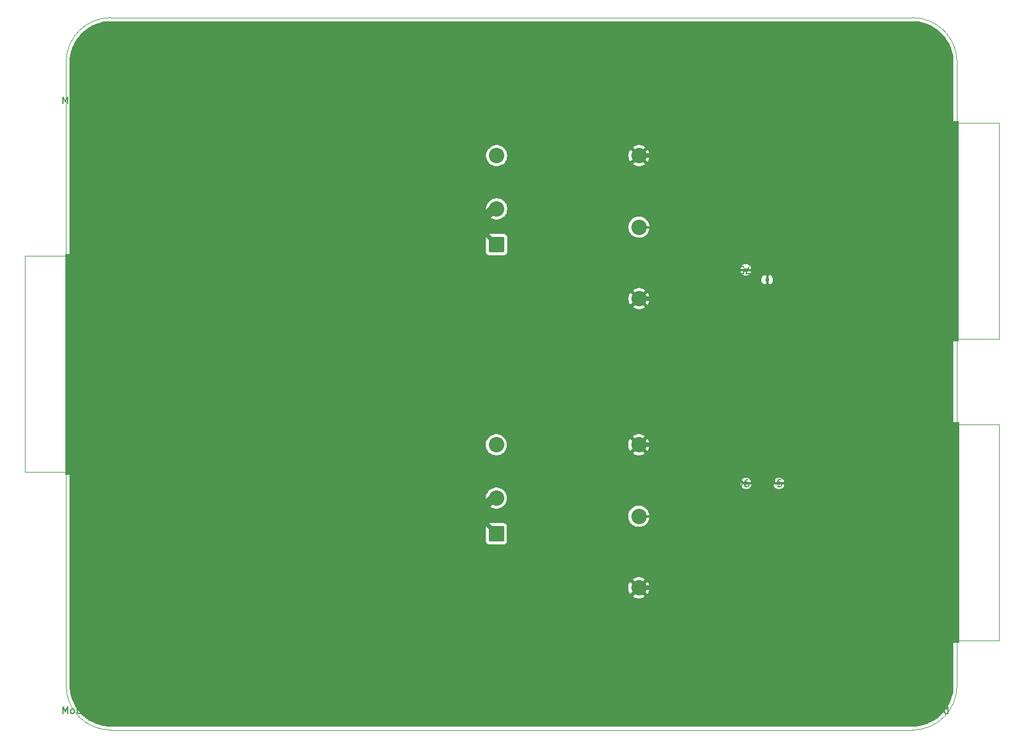
<source format=gbr>
%TF.GenerationSoftware,KiCad,Pcbnew,9.0.3*%
%TF.CreationDate,2025-09-16T10:10:42-04:00*%
%TF.ProjectId,3_COLD_TPC_Telem_PM5V_PDU,335f434f-4c44-45f5-9450-435f54656c65,rev?*%
%TF.SameCoordinates,Original*%
%TF.FileFunction,Other,User*%
%FSLAX46Y46*%
G04 Gerber Fmt 4.6, Leading zero omitted, Abs format (unit mm)*
G04 Created by KiCad (PCBNEW 9.0.3) date 2025-09-16 10:10:42*
%MOMM*%
%LPD*%
G01*
G04 APERTURE LIST*
G04 Aperture macros list*
%AMRoundRect*
0 Rectangle with rounded corners*
0 $1 Rounding radius*
0 $2 $3 $4 $5 $6 $7 $8 $9 X,Y pos of 4 corners*
0 Add a 4 corners polygon primitive as box body*
4,1,4,$2,$3,$4,$5,$6,$7,$8,$9,$2,$3,0*
0 Add four circle primitives for the rounded corners*
1,1,$1+$1,$2,$3*
1,1,$1+$1,$4,$5*
1,1,$1+$1,$6,$7*
1,1,$1+$1,$8,$9*
0 Add four rect primitives between the rounded corners*
20,1,$1+$1,$2,$3,$4,$5,0*
20,1,$1+$1,$4,$5,$6,$7,0*
20,1,$1+$1,$6,$7,$8,$9,0*
20,1,$1+$1,$8,$9,$2,$3,0*%
G04 Aperture macros list end*
%TA.AperFunction,ComponentPad*%
%ADD10C,6.400000*%
%TD*%
%TA.AperFunction,ComponentPad*%
%ADD11C,1.560000*%
%TD*%
%TA.AperFunction,ComponentPad*%
%ADD12C,4.216000*%
%TD*%
%TA.AperFunction,ComponentPad*%
%ADD13R,2.000000X2.000000*%
%TD*%
%TA.AperFunction,ComponentPad*%
%ADD14C,2.000000*%
%TD*%
%TA.AperFunction,SMDPad,CuDef*%
%ADD15RoundRect,0.250000X0.450000X-0.262500X0.450000X0.262500X-0.450000X0.262500X-0.450000X-0.262500X0*%
%TD*%
%TA.AperFunction,SMDPad,CuDef*%
%ADD16RoundRect,0.200000X0.275000X-0.200000X0.275000X0.200000X-0.275000X0.200000X-0.275000X-0.200000X0*%
%TD*%
%TA.AperFunction,SMDPad,CuDef*%
%ADD17R,1.981200X0.558800*%
%TD*%
%TA.AperFunction,SMDPad,CuDef*%
%ADD18RoundRect,0.200000X0.200000X0.275000X-0.200000X0.275000X-0.200000X-0.275000X0.200000X-0.275000X0*%
%TD*%
%TA.AperFunction,SMDPad,CuDef*%
%ADD19RoundRect,0.140000X0.170000X-0.140000X0.170000X0.140000X-0.170000X0.140000X-0.170000X-0.140000X0*%
%TD*%
%TA.AperFunction,SMDPad,CuDef*%
%ADD20RoundRect,0.225000X0.250000X-0.225000X0.250000X0.225000X-0.250000X0.225000X-0.250000X-0.225000X0*%
%TD*%
%TA.AperFunction,SMDPad,CuDef*%
%ADD21R,0.350800X1.161200*%
%TD*%
%TA.AperFunction,SMDPad,CuDef*%
%ADD22RoundRect,0.225000X0.225000X0.250000X-0.225000X0.250000X-0.225000X-0.250000X0.225000X-0.250000X0*%
%TD*%
%TA.AperFunction,SMDPad,CuDef*%
%ADD23RoundRect,0.225000X-0.225000X-0.250000X0.225000X-0.250000X0.225000X0.250000X-0.225000X0.250000X0*%
%TD*%
%TA.AperFunction,SMDPad,CuDef*%
%ADD24RoundRect,0.135000X0.185000X-0.135000X0.185000X0.135000X-0.185000X0.135000X-0.185000X-0.135000X0*%
%TD*%
%TA.AperFunction,SMDPad,CuDef*%
%ADD25RoundRect,0.200000X-0.200000X-0.275000X0.200000X-0.275000X0.200000X0.275000X-0.200000X0.275000X0*%
%TD*%
%TA.AperFunction,ViaPad*%
%ADD26C,0.600000*%
%TD*%
%TA.AperFunction,Conductor*%
%ADD27C,0.700000*%
%TD*%
%TA.AperFunction,Conductor*%
%ADD28C,0.300000*%
%TD*%
%TA.AperFunction,Conductor*%
%ADD29C,0.200000*%
%TD*%
%ADD30C,6.400000*%
%ADD31C,1.764000*%
%ADD32C,4.420000*%
%ADD33RoundRect,0.102000X1.000000X-1.000000X1.000000X1.000000X-1.000000X1.000000X-1.000000X-1.000000X0*%
%ADD34C,2.204000*%
%ADD35RoundRect,0.250000X0.450000X-0.262500X0.450000X0.262500X-0.450000X0.262500X-0.450000X-0.262500X0*%
%ADD36RoundRect,0.200000X0.275000X-0.200000X0.275000X0.200000X-0.275000X0.200000X-0.275000X-0.200000X0*%
%ADD37R,1.981200X0.558800*%
%ADD38RoundRect,0.200000X0.200000X0.275000X-0.200000X0.275000X-0.200000X-0.275000X0.200000X-0.275000X0*%
%ADD39RoundRect,0.140000X0.170000X-0.140000X0.170000X0.140000X-0.170000X0.140000X-0.170000X-0.140000X0*%
%ADD40RoundRect,0.225000X0.250000X-0.225000X0.250000X0.225000X-0.250000X0.225000X-0.250000X-0.225000X0*%
%ADD41R,0.350800X1.161200*%
%ADD42RoundRect,0.225000X0.225000X0.250000X-0.225000X0.250000X-0.225000X-0.250000X0.225000X-0.250000X0*%
%ADD43RoundRect,0.225000X-0.225000X-0.250000X0.225000X-0.250000X0.225000X0.250000X-0.225000X0.250000X0*%
%ADD44RoundRect,0.135000X0.185000X-0.135000X0.185000X0.135000X-0.185000X0.135000X-0.185000X-0.135000X0*%
%ADD45RoundRect,0.200000X-0.200000X-0.275000X0.200000X-0.275000X0.200000X0.275000X-0.200000X0.275000X0*%
%ADD46C,0.150000*%
%ADD47C,0.120000*%
%ADD48C,0.152400*%
%ADD49C,0.050000*%
%ADD50C,0.080000*%
%ADD51C,0.060000*%
%ADD52C,0.040000*%
%ADD53C,0.100000*%
%ADD54C,0.025400*%
%TA.AperFunction,SMDPad,CuDef*%
%ADD55R,4.241800X3.810000*%
%TD*%
%TA.AperFunction,SMDPad,CuDef*%
%ADD56R,0.444500X0.711200*%
%TD*%
%TA.AperFunction,SMDPad,CuDef*%
%ADD57R,3.810000X4.241800*%
%TD*%
%TA.AperFunction,SMDPad,CuDef*%
%ADD58RoundRect,0.250000X0.425000X-0.450000X0.425000X0.450000X-0.425000X0.450000X-0.425000X-0.450000X0*%
%TD*%
%TA.AperFunction,SMDPad,CuDef*%
%ADD59RoundRect,0.170000X2.330000X-1.530000X2.330000X1.530000X-2.330000X1.530000X-2.330000X-1.530000X0*%
%TD*%
%TA.AperFunction,SMDPad,CuDef*%
%ADD60RoundRect,0.250000X-0.450000X0.262500X-0.450000X-0.262500X0.450000X-0.262500X0.450000X0.262500X0*%
%TD*%
%TA.AperFunction,SMDPad,CuDef*%
%ADD61RoundRect,0.250000X1.025000X-0.787500X1.025000X0.787500X-1.025000X0.787500X-1.025000X-0.787500X0*%
%TD*%
%ADD62R,4.241800X3.810000*%
%ADD63R,0.444500X0.711200*%
%ADD64R,3.810000X4.241800*%
%ADD65RoundRect,0.250000X0.425000X-0.450000X0.425000X0.450000X-0.425000X0.450000X-0.425000X-0.450000X0*%
%ADD66RoundRect,0.170000X2.330000X-1.530000X2.330000X1.530000X-2.330000X1.530000X-2.330000X-1.530000X0*%
%ADD67RoundRect,0.250000X-0.450000X0.262500X-0.450000X-0.262500X0.450000X-0.262500X0.450000X0.262500X0*%
%ADD68RoundRect,0.250000X1.025000X-0.787500X1.025000X0.787500X-1.025000X0.787500X-1.025000X-0.787500X0*%
%ADD69C,0.350000*%
%ADD70C,0.300000*%
%ADD71C,0.400000*%
%ADD72C,0.500000*%
%ADD73C,0.600000*%
%ADD74C,0.650000*%
%ADD75C,0.200000*%
%ADD76C,0.000000*%
%ADD77C,0.127000*%
%TA.AperFunction,Profile*%
%ADD78C,0.050000*%
%TD*%
G04 APERTURE END LIST*
D10*
%TO.P,H3,1,1*%
%TO.N,GNDPWR*%
X208000000Y-33000000D03*
%TD*%
%TO.P,H1,1,1*%
%TO.N,GNDPWR*%
X95000000Y-33000000D03*
%TD*%
D11*
%TO.P,J1,1*%
%TO.N,/V_SEC_RTN*%
X99920000Y-69275000D03*
%TO.P,J1,2*%
X99920000Y-72045000D03*
%TO.P,J1,3*%
%TO.N,unconnected-(J1-Pad3)*%
X99920000Y-74815000D03*
%TO.P,J1,4*%
%TO.N,/V_SEC_RTN*%
X99920000Y-77585000D03*
%TO.P,J1,5*%
X99920000Y-80355000D03*
%TO.P,J1,6*%
%TO.N,/V_SEC_IN*%
X97080000Y-70660000D03*
%TO.P,J1,7*%
X97080000Y-73430000D03*
%TO.P,J1,8*%
X97080000Y-76200000D03*
%TO.P,J1,9*%
X97080000Y-78970000D03*
D12*
%TO.P,J1,S1*%
%TO.N,GNDPWR*%
X98500000Y-62315000D03*
%TO.P,J1,S2*%
X98500000Y-87315000D03*
%TD*%
D10*
%TO.P,H2,1,1*%
%TO.N,GNDPWR*%
X95000000Y-120000000D03*
%TD*%
D11*
%TO.P,J2,1*%
%TO.N,/PM_5V_RTN*%
X204940000Y-61360000D03*
%TO.P,J2,2*%
X204940000Y-58590000D03*
%TO.P,J2,3*%
%TO.N,unconnected-(J2-Pad3)*%
X204940000Y-55820000D03*
%TO.P,J2,4*%
%TO.N,/PM_5V_RTN*%
X204940000Y-53050000D03*
%TO.P,J2,5*%
X204940000Y-50280000D03*
%TO.P,J2,6*%
%TO.N,/M5_OUT*%
X207780000Y-59975000D03*
%TO.P,J2,7*%
X207780000Y-57205000D03*
%TO.P,J2,8*%
%TO.N,/P5_OUT*%
X207780000Y-54435000D03*
%TO.P,J2,9*%
X207780000Y-51665000D03*
D12*
%TO.P,J2,S1*%
%TO.N,GNDPWR*%
X206360000Y-68320000D03*
%TO.P,J2,S2*%
X206360000Y-43320000D03*
%TD*%
D10*
%TO.P,H4,1,1*%
%TO.N,GNDPWR*%
X208000000Y-120000000D03*
%TD*%
D13*
%TO.P,U2,1,+VIN*%
%TO.N,/Main_Converter1/V_POS*%
X150235600Y-99020000D03*
D14*
%TO.P,U2,2,-VIN*%
%TO.N,/Main_Converter1/V_RTN*%
X150235600Y-93920000D03*
%TO.P,U2,3,+VOUT*%
%TO.N,/PM_5V_RTN*%
X170535600Y-106720000D03*
%TO.P,U2,4,TRIM*%
%TO.N,/Main_Converter1/trim*%
X170535600Y-96520000D03*
%TO.P,U2,5,-VOUT*%
%TO.N,/M5_OUT*%
X170535600Y-86320000D03*
%TO.P,U2,6,REMOTE*%
%TO.N,unconnected-(U2-REMOTE-Pad6)*%
X150235600Y-86320000D03*
%TD*%
D13*
%TO.P,U1,1,+VIN*%
%TO.N,/Main_Converter/V_POS*%
X150268100Y-57775000D03*
D14*
%TO.P,U1,2,-VIN*%
%TO.N,/Main_Converter/V_RTN*%
X150268100Y-52675000D03*
%TO.P,U1,3,+VOUT*%
%TO.N,/P5_OUT*%
X170568100Y-65475000D03*
%TO.P,U1,4,TRIM*%
%TO.N,/Main_Converter/trim*%
X170568100Y-55275000D03*
%TO.P,U1,5,-VOUT*%
%TO.N,/PM_5V_RTN*%
X170568100Y-45075000D03*
%TO.P,U1,6,REMOTE*%
%TO.N,unconnected-(U1-REMOTE-Pad6)*%
X150268100Y-45075000D03*
%TD*%
D11*
%TO.P,J3,1*%
%TO.N,/PM_5V_RTN*%
X204980000Y-104350000D03*
%TO.P,J3,2*%
X204980000Y-101580000D03*
%TO.P,J3,3*%
%TO.N,unconnected-(J3-Pad3)*%
X204980000Y-98810000D03*
%TO.P,J3,4*%
%TO.N,/PM_5V_RTN*%
X204980000Y-96040000D03*
%TO.P,J3,5*%
X204980000Y-93270000D03*
%TO.P,J3,6*%
%TO.N,/M5_OUT*%
X207820000Y-102965000D03*
%TO.P,J3,7*%
X207820000Y-100195000D03*
%TO.P,J3,8*%
%TO.N,/P5_OUT*%
X207820000Y-97425000D03*
%TO.P,J3,9*%
X207820000Y-94655000D03*
D12*
%TO.P,J3,S1*%
%TO.N,GNDPWR*%
X206400000Y-111310000D03*
%TO.P,J3,S2*%
X206400000Y-86310000D03*
%TD*%
D15*
%TO.P,R8,1*%
%TO.N,/PM_5V_RTN*%
X180825600Y-97437499D03*
%TO.P,R8,2*%
%TO.N,/M5_OUT*%
X180825600Y-95612499D03*
%TD*%
D16*
%TO.P,R18,1*%
%TO.N,/M5_OUT*%
X177358100Y-80605000D03*
%TO.P,R18,2*%
%TO.N,Net-(U3B--INB)*%
X177358100Y-78955000D03*
%TD*%
D17*
%TO.P,U3,1,A_OUT*%
%TO.N,Net-(U3A-A_OUT)*%
X186401900Y-73145000D03*
%TO.P,U3,2,-INA*%
%TO.N,Net-(U3A--INA)*%
X186401900Y-74415000D03*
%TO.P,U3,3,+INA*%
%TO.N,Net-(U3A-+INA)*%
X186401900Y-75685000D03*
%TO.P,U3,4,VSS*%
%TO.N,/M5_OUT*%
X186401900Y-76955000D03*
%TO.P,U3,5,+INB*%
%TO.N,Net-(U3B-+INB)*%
X181474300Y-76955000D03*
%TO.P,U3,6,-INB*%
%TO.N,Net-(U3B--INB)*%
X181474300Y-75685000D03*
%TO.P,U3,7,B_OUT*%
%TO.N,Net-(U3B-B_OUT)*%
X181474300Y-74415000D03*
%TO.P,U3,8,VCC*%
%TO.N,/P5_OUT*%
X181474300Y-73145000D03*
%TD*%
D18*
%TO.P,R13,1*%
%TO.N,/P5_OUT*%
X191588100Y-76030000D03*
%TO.P,R13,2*%
%TO.N,Net-(U3A-+INA)*%
X189938100Y-76030000D03*
%TD*%
D19*
%TO.P,C23,1*%
%TO.N,Net-(U3A--INA)*%
X189728100Y-74230000D03*
%TO.P,C23,2*%
%TO.N,Net-(U3A-A_OUT)*%
X189728100Y-73270000D03*
%TD*%
%TO.P,R19,1*%
%TO.N,Net-(U3B--INB)*%
X179228100Y-75490000D03*
%TO.P,R19,2*%
%TO.N,Net-(U3B-B_OUT)*%
X179228100Y-74530000D03*
%TD*%
D20*
%TO.P,C15,1*%
%TO.N,/Main_Converter1/V_POS*%
X147755600Y-97000001D03*
%TO.P,C15,2*%
%TO.N,/Main_Converter1/V_RTN*%
X147755600Y-95450001D03*
%TD*%
%TO.P,C5,1*%
%TO.N,/Main_Converter/V_POS*%
X147788100Y-55755000D03*
%TO.P,C5,2*%
%TO.N,/Main_Converter/V_RTN*%
X147788100Y-54205000D03*
%TD*%
%TO.P,C17,1*%
%TO.N,/PM_5V_RTN*%
X174095600Y-97299999D03*
%TO.P,C17,2*%
%TO.N,/M5_OUT*%
X174095600Y-95749999D03*
%TD*%
D21*
%TO.P,M1,1,1*%
%TO.N,Net-(M1-Pad1)*%
X189328099Y-65605000D03*
%TO.P,M1,2,2*%
%TO.N,/PM_5V_RTN*%
X188328101Y-65605000D03*
%TO.P,M1,3,3*%
%TO.N,Net-(D1-Pad1)*%
X188828100Y-64255000D03*
%TD*%
D22*
%TO.P,C21,1*%
%TO.N,/PM_5V_RTN*%
X183013100Y-70810000D03*
%TO.P,C21,2*%
%TO.N,/P5_OUT*%
X181463100Y-70810000D03*
%TD*%
D21*
%TO.P,M2,1,1*%
%TO.N,Net-(M2-Pad1)*%
X184508101Y-85635000D03*
%TO.P,M2,2,2*%
%TO.N,/PM_5V_RTN*%
X185508099Y-85635000D03*
%TO.P,M2,3,3*%
%TO.N,Net-(D2-Pad1)*%
X185008100Y-86985000D03*
%TD*%
D23*
%TO.P,C22,1*%
%TO.N,/PM_5V_RTN*%
X184843100Y-79780000D03*
%TO.P,C22,2*%
%TO.N,/M5_OUT*%
X186393100Y-79780000D03*
%TD*%
D16*
%TO.P,R20,1*%
%TO.N,/PM_5V_RTN*%
X179238100Y-80610000D03*
%TO.P,R20,2*%
%TO.N,Net-(U3B-+INB)*%
X179238100Y-78960000D03*
%TD*%
D20*
%TO.P,C7,1*%
%TO.N,/P5_OUT*%
X176178100Y-56055000D03*
%TO.P,C7,2*%
%TO.N,/PM_5V_RTN*%
X176178100Y-54505000D03*
%TD*%
D16*
%TO.P,R9,1*%
%TO.N,Net-(U3A-A_OUT)*%
X189738100Y-71475000D03*
%TO.P,R9,2*%
%TO.N,Net-(M1-Pad1)*%
X189738100Y-69825000D03*
%TD*%
D15*
%TO.P,R2,1*%
%TO.N,/P5_OUT*%
X180858100Y-56192500D03*
%TO.P,R2,2*%
%TO.N,/PM_5V_RTN*%
X180858100Y-54367500D03*
%TD*%
D20*
%TO.P,C4,1*%
%TO.N,/Main_Converter/V_POS*%
X145898100Y-55760000D03*
%TO.P,C4,2*%
%TO.N,/Main_Converter/V_RTN*%
X145898100Y-54210000D03*
%TD*%
%TO.P,C8,1*%
%TO.N,/P5_OUT*%
X178338100Y-56075000D03*
%TO.P,C8,2*%
%TO.N,/PM_5V_RTN*%
X178338100Y-54525000D03*
%TD*%
D16*
%TO.P,R17,1*%
%TO.N,Net-(D2-Pad2)*%
X194598100Y-77675000D03*
%TO.P,R17,2*%
%TO.N,/P5_OUT*%
X194598100Y-76025000D03*
%TD*%
D20*
%TO.P,C14,1*%
%TO.N,/Main_Converter1/V_POS*%
X145865600Y-97005001D03*
%TO.P,C14,2*%
%TO.N,/Main_Converter1/V_RTN*%
X145865600Y-95455001D03*
%TD*%
D24*
%TO.P,R12,1*%
%TO.N,Net-(U3A--INA)*%
X188588100Y-74270000D03*
%TO.P,R12,2*%
%TO.N,Net-(U3A-A_OUT)*%
X188588100Y-73250000D03*
%TD*%
D25*
%TO.P,R15,1*%
%TO.N,Net-(U3B-B_OUT)*%
X180593100Y-83700000D03*
%TO.P,R15,2*%
%TO.N,Net-(M2-Pad1)*%
X182243100Y-83700000D03*
%TD*%
D20*
%TO.P,C18,1*%
%TO.N,/PM_5V_RTN*%
X176145600Y-97299999D03*
%TO.P,C18,2*%
%TO.N,/M5_OUT*%
X176145600Y-95749999D03*
%TD*%
%TO.P,C19,1*%
%TO.N,/PM_5V_RTN*%
X178305600Y-97319999D03*
%TO.P,C19,2*%
%TO.N,/M5_OUT*%
X178305600Y-95769999D03*
%TD*%
%TO.P,C3,1*%
%TO.N,/Main_Converter/V_POS*%
X143928100Y-55755000D03*
%TO.P,C3,2*%
%TO.N,/Main_Converter/V_RTN*%
X143928100Y-54205000D03*
%TD*%
%TO.P,C6,1*%
%TO.N,/P5_OUT*%
X174128100Y-56055000D03*
%TO.P,C6,2*%
%TO.N,/PM_5V_RTN*%
X174128100Y-54505000D03*
%TD*%
%TO.P,C13,1*%
%TO.N,/Main_Converter1/V_POS*%
X143895600Y-97000001D03*
%TO.P,C13,2*%
%TO.N,/Main_Converter1/V_RTN*%
X143895600Y-95450001D03*
%TD*%
D18*
%TO.P,R11,1*%
%TO.N,Net-(D1-Pad2)*%
X184323100Y-61370000D03*
%TO.P,R11,2*%
%TO.N,/P5_OUT*%
X182673100Y-61370000D03*
%TD*%
D25*
%TO.P,R16,1*%
%TO.N,Net-(M2-Pad1)*%
X184193100Y-83700000D03*
%TO.P,R16,2*%
%TO.N,/PM_5V_RTN*%
X185843100Y-83700000D03*
%TD*%
%TO.P,R14,1*%
%TO.N,Net-(U3A-+INA)*%
X189928100Y-77790000D03*
%TO.P,R14,2*%
%TO.N,/PM_5V_RTN*%
X191578100Y-77790000D03*
%TD*%
D19*
%TO.P,C24,1*%
%TO.N,Net-(U3B--INB)*%
X177958100Y-75480000D03*
%TO.P,C24,2*%
%TO.N,Net-(U3B-B_OUT)*%
X177958100Y-74520000D03*
%TD*%
D18*
%TO.P,R10,1*%
%TO.N,Net-(M1-Pad1)*%
X189753100Y-67640000D03*
%TO.P,R10,2*%
%TO.N,/PM_5V_RTN*%
X188103100Y-67640000D03*
%TD*%
D26*
%TO.N,/V_SEC_RTN*%
X111506000Y-88646000D03*
X112776000Y-48006000D03*
X111506000Y-46736000D03*
X111506000Y-89916000D03*
X112776000Y-89916000D03*
X114046000Y-46736000D03*
X114046000Y-48006000D03*
X112776000Y-46736000D03*
X114046000Y-88646000D03*
X114046000Y-89916000D03*
X112776000Y-88646000D03*
X111506000Y-48006000D03*
%TO.N,/P5_OUT*%
X194564000Y-74422000D03*
X181474300Y-71950000D03*
%TO.N,/PM_5V_RTN*%
X179238100Y-82080000D03*
X185868900Y-82427600D03*
X186468100Y-67620000D03*
X192928100Y-77790000D03*
X184188100Y-69560000D03*
X170318100Y-40230000D03*
X170483000Y-111506000D03*
X183418100Y-79770000D03*
%TO.N,GNDPWR*%
X165868100Y-40220000D03*
X166035500Y-111481000D03*
%TO.N,/M5_OUT*%
X186401900Y-78450000D03*
X177378100Y-82030000D03*
%TO.N,Net-(D1-Pad2)*%
X185758100Y-61370000D03*
%TO.N,Net-(D1-Pad1)*%
X188828100Y-62770000D03*
%TO.N,Net-(D2-Pad1)*%
X185818100Y-91830000D03*
%TO.N,Net-(D2-Pad2)*%
X190508100Y-91840000D03*
%TO.N,/V_SEC_IN*%
X110870000Y-76520000D03*
X104660000Y-100910000D03*
X103390000Y-100910000D03*
X103390000Y-99640000D03*
X110870000Y-77790000D03*
X102120000Y-99640000D03*
X113410000Y-77790000D03*
X104660000Y-99640000D03*
X112140000Y-77790000D03*
X113410000Y-76520000D03*
X102120000Y-100910000D03*
X112140000Y-76520000D03*
%TD*%
D27*
%TO.N,/Main_Converter/V_RTN*%
X149318100Y-52675000D02*
X147788100Y-54205000D01*
X150268100Y-52675000D02*
X149318100Y-52675000D01*
X147788100Y-54205000D02*
X143928100Y-54205000D01*
%TO.N,/Main_Converter/V_POS*%
X143928100Y-55755000D02*
X147788100Y-55755000D01*
X148248100Y-55755000D02*
X150268100Y-57775000D01*
X147788100Y-55755000D02*
X148248100Y-55755000D01*
D28*
%TO.N,/P5_OUT*%
X180858100Y-60800000D02*
X180858100Y-56192500D01*
D27*
X174128100Y-56055000D02*
X179143100Y-56055000D01*
D29*
X194598100Y-76025000D02*
X194564000Y-76025000D01*
X194598100Y-74456100D02*
X194564000Y-74422000D01*
X181474300Y-73145000D02*
X181474300Y-71950000D01*
D27*
X179280600Y-56192500D02*
X180858100Y-56192500D01*
X174128100Y-56055000D02*
X174128100Y-64360000D01*
D29*
X194564000Y-76025000D02*
X191593100Y-76025000D01*
X194598100Y-76025000D02*
X194598100Y-74456100D01*
D27*
X174128100Y-64360000D02*
X173013100Y-65475000D01*
X179143100Y-56055000D02*
X179280600Y-56192500D01*
D29*
X191593100Y-76025000D02*
X191588100Y-76030000D01*
X181474300Y-70821200D02*
X181463100Y-70810000D01*
D28*
X182673100Y-61370000D02*
X181428100Y-61370000D01*
D29*
X181474300Y-71950000D02*
X181474300Y-70821200D01*
D27*
X173013100Y-65475000D02*
X170568100Y-65475000D01*
D28*
X181428100Y-61370000D02*
X180858100Y-60800000D01*
%TO.N,/PM_5V_RTN*%
X185843100Y-84635000D02*
X185868900Y-83646800D01*
D27*
X179303100Y-54525000D02*
X179460600Y-54367500D01*
X178318100Y-54505000D02*
X178338100Y-54525000D01*
D28*
X185508099Y-85635000D02*
X185508099Y-84970001D01*
D29*
X179238100Y-80610000D02*
X179238100Y-82080000D01*
D27*
X172573100Y-45075000D02*
X170568100Y-45075000D01*
D28*
X185868900Y-83646800D02*
X185843100Y-83700000D01*
D29*
X183013100Y-70735000D02*
X184188100Y-69560000D01*
D27*
X174128100Y-54505000D02*
X174128100Y-46630000D01*
D28*
X188328101Y-66619999D02*
X188328101Y-65605000D01*
X188103100Y-67630000D02*
X188103100Y-66845000D01*
D27*
X174095600Y-105605000D02*
X172980600Y-106720000D01*
X174095600Y-97300000D02*
X179110600Y-97300000D01*
D29*
X184843100Y-79780000D02*
X183428100Y-79780000D01*
D27*
X174095600Y-97300000D02*
X174095600Y-105605000D01*
X179110600Y-97300000D02*
X179248100Y-97437500D01*
X179248100Y-97437500D02*
X180825600Y-97437500D01*
D29*
X191578100Y-77790000D02*
X192928100Y-77790000D01*
D28*
X185843100Y-82453400D02*
X185868900Y-82427600D01*
X185508099Y-84970001D02*
X185843100Y-84635000D01*
D27*
X174128100Y-54505000D02*
X178318100Y-54505000D01*
X172980600Y-106720000D02*
X170535600Y-106720000D01*
D28*
X185843100Y-83700000D02*
X185843100Y-82453400D01*
D27*
X179460600Y-54367500D02*
X180858100Y-54367500D01*
X178338100Y-54525000D02*
X179303100Y-54525000D01*
D29*
X183428100Y-79780000D02*
X183418100Y-79770000D01*
X186488100Y-67640000D02*
X186468100Y-67620000D01*
D27*
X174128100Y-46630000D02*
X172573100Y-45075000D01*
D29*
X188103100Y-67640000D02*
X186488100Y-67640000D01*
D28*
X188103100Y-66845000D02*
X188328101Y-66619999D01*
D29*
X183013100Y-70810000D02*
X183013100Y-70735000D01*
X188103100Y-67640000D02*
X188103100Y-67630000D01*
D27*
%TO.N,/Main_Converter1/V_POS*%
X147755600Y-97000000D02*
X148215600Y-97000000D01*
X143895600Y-97000000D02*
X147755600Y-97000000D01*
X148215600Y-97000000D02*
X150235600Y-99020000D01*
%TO.N,/Main_Converter1/V_RTN*%
X150235600Y-93920000D02*
X149285600Y-93920000D01*
X149285600Y-93920000D02*
X147755600Y-95450000D01*
X147755600Y-95450000D02*
X143895600Y-95450000D01*
%TO.N,/M5_OUT*%
X172540600Y-86320000D02*
X170535600Y-86320000D01*
D29*
X186401900Y-76955000D02*
X186401900Y-78450000D01*
X186401900Y-79771200D02*
X186393100Y-79780000D01*
D27*
X178285600Y-95750000D02*
X178305600Y-95770000D01*
X174095600Y-87875000D02*
X172540600Y-86320000D01*
D29*
X186401900Y-78450000D02*
X186401900Y-79771200D01*
D27*
X179428100Y-95612500D02*
X180825600Y-95612500D01*
X178305600Y-95770000D02*
X179270600Y-95770000D01*
X174095600Y-95750000D02*
X178285600Y-95750000D01*
D29*
X177358100Y-80605000D02*
X177358100Y-82010000D01*
D27*
X174095600Y-95750000D02*
X174095600Y-87875000D01*
X179270600Y-95770000D02*
X179428100Y-95612500D01*
D29*
X177358100Y-82010000D02*
X177378100Y-82030000D01*
%TO.N,Net-(U3A-A_OUT)*%
X189738100Y-73260000D02*
X189728100Y-73270000D01*
X187778100Y-73270000D02*
X189728100Y-73270000D01*
X187653100Y-73145000D02*
X187778100Y-73270000D01*
D28*
X189738100Y-71475000D02*
X189738100Y-73260000D01*
D29*
X186401900Y-73145000D02*
X187653100Y-73145000D01*
%TO.N,Net-(U3A--INA)*%
X186401900Y-74415000D02*
X187563100Y-74415000D01*
X187748100Y-74230000D02*
X189728100Y-74230000D01*
X187563100Y-74415000D02*
X187748100Y-74230000D01*
%TO.N,Net-(U3B--INB)*%
X177958100Y-76600000D02*
X177358100Y-77200000D01*
X180028100Y-75480000D02*
X177958100Y-75480000D01*
X177958100Y-75480000D02*
X177958100Y-76600000D01*
X180233100Y-75685000D02*
X180028100Y-75480000D01*
X177358100Y-77200000D02*
X177358100Y-78955000D01*
X181474300Y-75685000D02*
X180233100Y-75685000D01*
%TO.N,Net-(U3B-B_OUT)*%
X180303100Y-74415000D02*
X180198100Y-74520000D01*
X175768100Y-83700000D02*
X174898100Y-82830000D01*
X180593100Y-83700000D02*
X175768100Y-83700000D01*
X181474300Y-74415000D02*
X180303100Y-74415000D01*
X180198100Y-74520000D02*
X177958100Y-74520000D01*
X175558100Y-74520000D02*
X177958100Y-74520000D01*
X174898100Y-82830000D02*
X174898100Y-75180000D01*
X174898100Y-75180000D02*
X175558100Y-74520000D01*
D28*
%TO.N,Net-(D1-Pad2)*%
X184323100Y-61370000D02*
X185758100Y-61370000D01*
%TO.N,Net-(D1-Pad1)*%
X188828100Y-64255000D02*
X188828100Y-62770000D01*
%TO.N,Net-(D2-Pad1)*%
X185818100Y-91830000D02*
X185458100Y-91830000D01*
X185458100Y-91830000D02*
X185008100Y-91380000D01*
X185008100Y-91380000D02*
X185008100Y-86985000D01*
%TO.N,Net-(D2-Pad2)*%
X194538100Y-90350000D02*
X193058100Y-91830000D01*
X193058100Y-91830000D02*
X190518100Y-91830000D01*
D29*
X190518100Y-91830000D02*
X190508100Y-91840000D01*
D28*
X194598100Y-90290000D02*
X194538100Y-90350000D01*
X194598100Y-77675000D02*
X194598100Y-90290000D01*
D29*
%TO.N,Net-(U3A-+INA)*%
X188583100Y-75685000D02*
X186401900Y-75685000D01*
X189928100Y-76040000D02*
X189938100Y-76030000D01*
X188938100Y-76040000D02*
X188583100Y-75685000D01*
X189928100Y-77790000D02*
X189928100Y-76040000D01*
X189928100Y-76040000D02*
X188938100Y-76040000D01*
%TO.N,Net-(U3B-+INB)*%
X179693100Y-76955000D02*
X181474300Y-76955000D01*
X179238100Y-77410000D02*
X179693100Y-76955000D01*
X179238100Y-78960000D02*
X179238100Y-77410000D01*
D28*
%TO.N,Net-(M1-Pad1)*%
X189753100Y-67640000D02*
X189753100Y-66965000D01*
X189328099Y-66539999D02*
X189328099Y-65605000D01*
D29*
X189738100Y-67655000D02*
X189753100Y-67640000D01*
D28*
X189753100Y-66965000D02*
X189328099Y-66539999D01*
X189738100Y-69825000D02*
X189738100Y-67655000D01*
%TO.N,Net-(M2-Pad1)*%
X184193100Y-84575000D02*
X184193100Y-83700000D01*
X184508101Y-85635000D02*
X184508101Y-84890001D01*
X184193100Y-83700000D02*
X182243100Y-83700000D01*
X184508101Y-84890001D02*
X184193100Y-84575000D01*
%TD*%
%TA.AperFunction,Conductor*%
%TO.N,GNDPWR*%
G36*
X209552443Y-25900596D02*
G01*
X210004096Y-25918341D01*
X210013766Y-25919102D01*
X210460230Y-25971945D01*
X210469835Y-25973466D01*
X210910763Y-26061172D01*
X210920223Y-26063443D01*
X211352897Y-26185470D01*
X211362157Y-26188478D01*
X211783937Y-26344081D01*
X211792933Y-26347807D01*
X212201203Y-26536022D01*
X212209866Y-26540437D01*
X212602108Y-26760104D01*
X212610410Y-26765191D01*
X212984199Y-27014948D01*
X212992073Y-27020668D01*
X213345128Y-27298995D01*
X213352519Y-27305308D01*
X213682649Y-27610477D01*
X213689528Y-27617356D01*
X213994686Y-27947474D01*
X214001009Y-27954877D01*
X214279328Y-28307923D01*
X214285051Y-28315800D01*
X214534808Y-28689589D01*
X214539895Y-28697891D01*
X214759562Y-29090133D01*
X214763983Y-29098808D01*
X214952192Y-29507067D01*
X214955918Y-29516062D01*
X215111521Y-29937842D01*
X215114529Y-29947102D01*
X215236555Y-30379772D01*
X215238828Y-30389240D01*
X215326532Y-30830159D01*
X215328055Y-30839775D01*
X215380895Y-31286214D01*
X215381659Y-31295921D01*
X215399404Y-31747556D01*
X215399500Y-31752424D01*
X215399500Y-120647575D01*
X215399404Y-120652443D01*
X215381659Y-121104078D01*
X215380895Y-121113785D01*
X215328055Y-121560224D01*
X215326532Y-121569840D01*
X215238828Y-122010759D01*
X215236555Y-122020227D01*
X215114529Y-122452897D01*
X215111521Y-122462157D01*
X214955918Y-122883937D01*
X214952192Y-122892932D01*
X214763983Y-123301191D01*
X214759562Y-123309866D01*
X214539895Y-123702108D01*
X214534808Y-123710410D01*
X214285051Y-124084199D01*
X214279328Y-124092076D01*
X214001009Y-124445122D01*
X213994686Y-124452525D01*
X213689528Y-124782643D01*
X213682643Y-124789528D01*
X213352525Y-125094686D01*
X213345122Y-125101009D01*
X212992076Y-125379328D01*
X212984199Y-125385051D01*
X212610410Y-125634808D01*
X212602108Y-125639895D01*
X212209866Y-125859562D01*
X212201191Y-125863983D01*
X211792932Y-126052192D01*
X211783937Y-126055918D01*
X211362157Y-126211521D01*
X211352897Y-126214529D01*
X210920227Y-126336555D01*
X210910759Y-126338828D01*
X210469840Y-126426532D01*
X210460224Y-126428055D01*
X210013785Y-126480895D01*
X210004078Y-126481659D01*
X209552443Y-126499404D01*
X209547575Y-126499500D01*
X95252425Y-126499500D01*
X95247557Y-126499404D01*
X94795921Y-126481659D01*
X94786214Y-126480895D01*
X94339775Y-126428055D01*
X94330159Y-126426532D01*
X93889240Y-126338828D01*
X93879772Y-126336555D01*
X93447102Y-126214529D01*
X93437842Y-126211521D01*
X93016062Y-126055918D01*
X93007067Y-126052192D01*
X92598808Y-125863983D01*
X92590133Y-125859562D01*
X92197891Y-125639895D01*
X92189589Y-125634808D01*
X91815800Y-125385051D01*
X91807923Y-125379328D01*
X91454877Y-125101009D01*
X91447474Y-125094686D01*
X91117350Y-124789522D01*
X91110477Y-124782649D01*
X90805308Y-124452519D01*
X90798990Y-124445122D01*
X90520671Y-124092076D01*
X90514948Y-124084199D01*
X90265191Y-123710410D01*
X90260104Y-123702108D01*
X90040437Y-123309866D01*
X90036022Y-123301203D01*
X89847807Y-122892932D01*
X89844081Y-122883937D01*
X89688478Y-122462157D01*
X89685470Y-122452897D01*
X89563444Y-122020227D01*
X89561171Y-122010759D01*
X89473466Y-121569835D01*
X89471944Y-121560224D01*
X89450939Y-121382752D01*
X89419102Y-121113766D01*
X89418341Y-121104096D01*
X89400596Y-120652443D01*
X89400500Y-120647575D01*
X89400500Y-111427153D01*
X169682500Y-111427153D01*
X169682500Y-111584846D01*
X169713261Y-111739489D01*
X169713264Y-111739501D01*
X169773602Y-111885172D01*
X169773609Y-111885185D01*
X169861210Y-112016288D01*
X169861213Y-112016292D01*
X169972707Y-112127786D01*
X169972711Y-112127789D01*
X170103814Y-112215390D01*
X170103827Y-112215397D01*
X170249498Y-112275735D01*
X170249503Y-112275737D01*
X170404153Y-112306499D01*
X170404156Y-112306500D01*
X170404158Y-112306500D01*
X170561844Y-112306500D01*
X170561845Y-112306499D01*
X170716497Y-112275737D01*
X170862179Y-112215394D01*
X170993289Y-112127789D01*
X171104789Y-112016289D01*
X171192394Y-111885179D01*
X171252737Y-111739497D01*
X171283500Y-111584842D01*
X171283500Y-111427158D01*
X171283500Y-111427155D01*
X171283499Y-111427153D01*
X171252738Y-111272510D01*
X171252737Y-111272503D01*
X171252735Y-111272498D01*
X171192397Y-111126827D01*
X171192390Y-111126814D01*
X171104789Y-110995711D01*
X171104786Y-110995707D01*
X170993292Y-110884213D01*
X170993288Y-110884210D01*
X170862185Y-110796609D01*
X170862172Y-110796602D01*
X170716501Y-110736264D01*
X170716489Y-110736261D01*
X170561845Y-110705500D01*
X170561842Y-110705500D01*
X170404158Y-110705500D01*
X170404155Y-110705500D01*
X170249510Y-110736261D01*
X170249498Y-110736264D01*
X170103827Y-110796602D01*
X170103814Y-110796609D01*
X169972711Y-110884210D01*
X169972707Y-110884213D01*
X169861213Y-110995707D01*
X169861210Y-110995711D01*
X169773609Y-111126814D01*
X169773602Y-111126827D01*
X169713264Y-111272498D01*
X169713261Y-111272510D01*
X169682500Y-111427153D01*
X89400500Y-111427153D01*
X89400500Y-109982000D01*
X167640000Y-109982000D01*
X198120000Y-109982000D01*
X198120000Y-93169216D01*
X203699500Y-93169216D01*
X203699500Y-93370783D01*
X203731030Y-93569852D01*
X203793312Y-93761539D01*
X203884818Y-93941129D01*
X204003289Y-94104190D01*
X204145810Y-94246711D01*
X204308871Y-94365182D01*
X204453482Y-94438865D01*
X204488460Y-94456687D01*
X204680147Y-94518970D01*
X204765741Y-94532527D01*
X204828876Y-94562457D01*
X204865807Y-94621768D01*
X204864809Y-94691631D01*
X204826199Y-94749863D01*
X204765741Y-94777473D01*
X204680147Y-94791029D01*
X204488460Y-94853312D01*
X204308870Y-94944818D01*
X204295060Y-94954852D01*
X204145810Y-95063289D01*
X204145808Y-95063291D01*
X204145807Y-95063291D01*
X204003291Y-95205807D01*
X204003291Y-95205808D01*
X204003289Y-95205810D01*
X203952410Y-95275838D01*
X203884818Y-95368870D01*
X203793312Y-95548460D01*
X203731030Y-95740147D01*
X203699500Y-95939216D01*
X203699500Y-96140783D01*
X203731030Y-96339852D01*
X203793312Y-96531539D01*
X203842100Y-96627291D01*
X203884818Y-96711129D01*
X204003289Y-96874190D01*
X204145810Y-97016711D01*
X204308871Y-97135182D01*
X204488458Y-97226686D01*
X204488460Y-97226687D01*
X204680147Y-97288970D01*
X204765741Y-97302527D01*
X204828876Y-97332457D01*
X204865807Y-97391768D01*
X204864809Y-97461631D01*
X204826199Y-97519863D01*
X204765741Y-97547473D01*
X204680147Y-97561029D01*
X204488460Y-97623312D01*
X204308870Y-97714818D01*
X204295060Y-97724852D01*
X204145810Y-97833289D01*
X204145808Y-97833291D01*
X204145807Y-97833291D01*
X204003291Y-97975807D01*
X204003291Y-97975808D01*
X204003289Y-97975810D01*
X203952410Y-98045838D01*
X203884818Y-98138870D01*
X203793312Y-98318460D01*
X203731030Y-98510147D01*
X203699500Y-98709216D01*
X203699500Y-98910783D01*
X203731030Y-99109852D01*
X203793312Y-99301539D01*
X203846794Y-99406503D01*
X203884818Y-99481129D01*
X204003289Y-99644190D01*
X204145810Y-99786711D01*
X204308871Y-99905182D01*
X204488458Y-99996686D01*
X204488460Y-99996687D01*
X204680147Y-100058970D01*
X204765741Y-100072527D01*
X204828876Y-100102457D01*
X204865807Y-100161768D01*
X204864809Y-100231631D01*
X204826199Y-100289863D01*
X204765741Y-100317473D01*
X204680147Y-100331029D01*
X204488460Y-100393312D01*
X204308870Y-100484818D01*
X204259760Y-100520499D01*
X204145810Y-100603289D01*
X204145808Y-100603291D01*
X204145807Y-100603291D01*
X204003291Y-100745807D01*
X204003291Y-100745808D01*
X204003289Y-100745810D01*
X203952410Y-100815838D01*
X203884818Y-100908870D01*
X203793312Y-101088460D01*
X203731030Y-101280147D01*
X203699500Y-101479216D01*
X203699500Y-101680783D01*
X203731030Y-101879852D01*
X203793312Y-102071539D01*
X203884818Y-102251129D01*
X204003289Y-102414190D01*
X204145810Y-102556711D01*
X204308871Y-102675182D01*
X204488458Y-102766686D01*
X204488460Y-102766687D01*
X204680147Y-102828970D01*
X204765741Y-102842527D01*
X204828876Y-102872457D01*
X204865807Y-102931768D01*
X204864809Y-103001631D01*
X204826199Y-103059863D01*
X204765741Y-103087473D01*
X204680147Y-103101029D01*
X204488460Y-103163312D01*
X204308870Y-103254818D01*
X204295060Y-103264852D01*
X204145810Y-103373289D01*
X204145808Y-103373291D01*
X204145807Y-103373291D01*
X204003291Y-103515807D01*
X204003291Y-103515808D01*
X204003289Y-103515810D01*
X203952410Y-103585838D01*
X203884818Y-103678870D01*
X203793312Y-103858460D01*
X203731030Y-104050147D01*
X203699500Y-104249216D01*
X203699500Y-104450783D01*
X203731030Y-104649852D01*
X203793312Y-104841539D01*
X203793314Y-104841542D01*
X203884818Y-105021129D01*
X204003289Y-105184190D01*
X204145810Y-105326711D01*
X204308871Y-105445182D01*
X204488458Y-105536686D01*
X204488460Y-105536687D01*
X204584303Y-105567828D01*
X204680149Y-105598970D01*
X204772348Y-105613572D01*
X204879217Y-105630500D01*
X204879222Y-105630500D01*
X205080783Y-105630500D01*
X205177289Y-105615214D01*
X205279851Y-105598970D01*
X205471542Y-105536686D01*
X205651129Y-105445182D01*
X205814190Y-105326711D01*
X205956711Y-105184190D01*
X206075182Y-105021129D01*
X206166686Y-104841542D01*
X206228970Y-104649851D01*
X206245214Y-104547289D01*
X206260500Y-104450783D01*
X206260500Y-104249216D01*
X206242156Y-104133408D01*
X206228970Y-104050149D01*
X206197828Y-103954303D01*
X206166687Y-103858460D01*
X206166686Y-103858458D01*
X206075182Y-103678871D01*
X205956711Y-103515810D01*
X205814190Y-103373289D01*
X205651129Y-103254818D01*
X205471539Y-103163312D01*
X205279852Y-103101030D01*
X205194258Y-103087473D01*
X205131123Y-103057544D01*
X205094192Y-102998232D01*
X205095190Y-102928369D01*
X205133800Y-102870137D01*
X205194258Y-102842527D01*
X205223150Y-102837950D01*
X205279851Y-102828970D01*
X205471542Y-102766686D01*
X205651129Y-102675182D01*
X205814190Y-102556711D01*
X205956711Y-102414190D01*
X206075182Y-102251129D01*
X206166686Y-102071542D01*
X206228970Y-101879851D01*
X206257064Y-101702473D01*
X206260500Y-101680783D01*
X206260500Y-101479216D01*
X206242156Y-101363408D01*
X206228970Y-101280149D01*
X206197828Y-101184303D01*
X206166687Y-101088460D01*
X206166686Y-101088458D01*
X206075182Y-100908871D01*
X205956711Y-100745810D01*
X205814190Y-100603289D01*
X205651129Y-100484818D01*
X205522900Y-100419482D01*
X205471539Y-100393312D01*
X205279852Y-100331030D01*
X205194258Y-100317473D01*
X205131123Y-100287544D01*
X205094192Y-100228232D01*
X205095190Y-100158369D01*
X205133800Y-100100137D01*
X205194258Y-100072527D01*
X205223696Y-100067864D01*
X205279851Y-100058970D01*
X205471542Y-99996686D01*
X205651129Y-99905182D01*
X205814190Y-99786711D01*
X205956711Y-99644190D01*
X206075182Y-99481129D01*
X206166686Y-99301542D01*
X206228970Y-99109851D01*
X206257064Y-98932473D01*
X206260500Y-98910783D01*
X206260500Y-98709216D01*
X206242156Y-98593408D01*
X206228970Y-98510149D01*
X206197828Y-98414303D01*
X206166687Y-98318460D01*
X206166686Y-98318458D01*
X206075182Y-98138871D01*
X205956711Y-97975810D01*
X205814190Y-97833289D01*
X205651129Y-97714818D01*
X205548355Y-97662452D01*
X205471539Y-97623312D01*
X205279852Y-97561030D01*
X205194258Y-97547473D01*
X205131123Y-97517544D01*
X205094192Y-97458232D01*
X205095190Y-97388369D01*
X205133800Y-97330137D01*
X205194258Y-97302527D01*
X205223150Y-97297950D01*
X205279851Y-97288970D01*
X205471542Y-97226686D01*
X205651129Y-97135182D01*
X205814190Y-97016711D01*
X205956711Y-96874190D01*
X206075182Y-96711129D01*
X206166686Y-96531542D01*
X206228970Y-96339851D01*
X206245214Y-96237289D01*
X206260500Y-96140783D01*
X206260500Y-95939216D01*
X206242046Y-95822708D01*
X206228970Y-95740149D01*
X206196782Y-95641084D01*
X206166687Y-95548460D01*
X206166686Y-95548458D01*
X206075182Y-95368871D01*
X205956711Y-95205810D01*
X205814190Y-95063289D01*
X205651129Y-94944818D01*
X205595167Y-94916304D01*
X205471539Y-94853312D01*
X205279852Y-94791030D01*
X205194258Y-94777473D01*
X205131123Y-94747544D01*
X205094192Y-94688232D01*
X205095190Y-94618369D01*
X205133800Y-94560137D01*
X205146765Y-94554216D01*
X206539500Y-94554216D01*
X206539500Y-94755783D01*
X206571030Y-94954852D01*
X206633312Y-95146539D01*
X206716888Y-95310566D01*
X206724818Y-95326129D01*
X206843289Y-95489190D01*
X206985810Y-95631711D01*
X207148871Y-95750182D01*
X207328458Y-95841686D01*
X207328460Y-95841687D01*
X207520147Y-95903970D01*
X207605741Y-95917527D01*
X207668876Y-95947457D01*
X207705807Y-96006768D01*
X207704809Y-96076631D01*
X207666199Y-96134863D01*
X207605741Y-96162473D01*
X207520147Y-96176029D01*
X207328460Y-96238312D01*
X207148870Y-96329818D01*
X207135060Y-96339852D01*
X206985810Y-96448289D01*
X206985808Y-96448291D01*
X206985807Y-96448291D01*
X206843291Y-96590807D01*
X206843291Y-96590808D01*
X206843289Y-96590810D01*
X206792410Y-96660838D01*
X206724818Y-96753870D01*
X206633312Y-96933460D01*
X206571030Y-97125147D01*
X206539500Y-97324216D01*
X206539500Y-97525783D01*
X206571030Y-97724852D01*
X206633312Y-97916539D01*
X206669122Y-97986819D01*
X206724818Y-98096129D01*
X206843289Y-98259190D01*
X206985810Y-98401711D01*
X207148871Y-98520182D01*
X207328458Y-98611686D01*
X207328460Y-98611687D01*
X207520147Y-98673970D01*
X207605741Y-98687527D01*
X207668876Y-98717457D01*
X207705807Y-98776768D01*
X207704809Y-98846631D01*
X207666199Y-98904863D01*
X207605741Y-98932473D01*
X207520147Y-98946029D01*
X207328460Y-99008312D01*
X207148870Y-99099818D01*
X207055838Y-99167410D01*
X206985810Y-99218289D01*
X206985808Y-99218291D01*
X206985807Y-99218291D01*
X206843291Y-99360807D01*
X206843291Y-99360808D01*
X206843289Y-99360810D01*
X206810095Y-99406498D01*
X206724818Y-99523870D01*
X206633312Y-99703460D01*
X206571030Y-99895147D01*
X206539500Y-100094216D01*
X206539500Y-100295783D01*
X206571030Y-100494852D01*
X206633312Y-100686539D01*
X206706997Y-100831153D01*
X206724818Y-100866129D01*
X206843289Y-101029190D01*
X206985810Y-101171711D01*
X207148871Y-101290182D01*
X207328458Y-101381686D01*
X207328460Y-101381687D01*
X207520147Y-101443970D01*
X207605741Y-101457527D01*
X207668876Y-101487457D01*
X207705807Y-101546768D01*
X207704809Y-101616631D01*
X207666199Y-101674863D01*
X207605741Y-101702473D01*
X207520147Y-101716029D01*
X207328460Y-101778312D01*
X207148870Y-101869818D01*
X207135060Y-101879852D01*
X206985810Y-101988289D01*
X206985808Y-101988291D01*
X206985807Y-101988291D01*
X206843291Y-102130807D01*
X206843291Y-102130808D01*
X206843289Y-102130810D01*
X206792410Y-102200838D01*
X206724818Y-102293870D01*
X206633312Y-102473460D01*
X206571030Y-102665147D01*
X206539500Y-102864216D01*
X206539500Y-103065783D01*
X206571030Y-103264852D01*
X206633312Y-103456539D01*
X206724818Y-103636129D01*
X206843289Y-103799190D01*
X206985810Y-103941711D01*
X207148871Y-104060182D01*
X207328458Y-104151686D01*
X207328460Y-104151687D01*
X207424303Y-104182828D01*
X207520149Y-104213970D01*
X207612348Y-104228572D01*
X207719217Y-104245500D01*
X207719222Y-104245500D01*
X207920783Y-104245500D01*
X208017289Y-104230214D01*
X208119851Y-104213970D01*
X208311542Y-104151686D01*
X208491129Y-104060182D01*
X208654190Y-103941711D01*
X208796711Y-103799190D01*
X208915182Y-103636129D01*
X209006686Y-103456542D01*
X209068970Y-103264851D01*
X209097064Y-103087473D01*
X209100500Y-103065783D01*
X209100500Y-102864216D01*
X209082156Y-102748408D01*
X209068970Y-102665149D01*
X209037828Y-102569303D01*
X209006687Y-102473460D01*
X209006686Y-102473458D01*
X208915182Y-102293871D01*
X208796711Y-102130810D01*
X208654190Y-101988289D01*
X208491129Y-101869818D01*
X208311539Y-101778312D01*
X208119852Y-101716030D01*
X208034258Y-101702473D01*
X207971123Y-101672544D01*
X207934192Y-101613232D01*
X207935190Y-101543369D01*
X207973800Y-101485137D01*
X208034258Y-101457527D01*
X208063150Y-101452950D01*
X208119851Y-101443970D01*
X208311542Y-101381686D01*
X208491129Y-101290182D01*
X208654190Y-101171711D01*
X208796711Y-101029190D01*
X208915182Y-100866129D01*
X209006686Y-100686542D01*
X209068970Y-100494851D01*
X209094917Y-100331029D01*
X209100500Y-100295783D01*
X209100500Y-100094216D01*
X209082156Y-99978408D01*
X209068970Y-99895149D01*
X209037828Y-99799303D01*
X209006687Y-99703460D01*
X209006686Y-99703458D01*
X208915182Y-99523871D01*
X208796711Y-99360810D01*
X208654190Y-99218289D01*
X208491129Y-99099818D01*
X208403640Y-99055240D01*
X208311539Y-99008312D01*
X208119852Y-98946030D01*
X208034258Y-98932473D01*
X207971123Y-98902544D01*
X207934192Y-98843232D01*
X207935190Y-98773369D01*
X207973800Y-98715137D01*
X208034258Y-98687527D01*
X208063150Y-98682950D01*
X208119851Y-98673970D01*
X208311542Y-98611686D01*
X208491129Y-98520182D01*
X208654190Y-98401711D01*
X208796711Y-98259190D01*
X208915182Y-98096129D01*
X209006686Y-97916542D01*
X209068970Y-97724851D01*
X209092513Y-97576206D01*
X209100500Y-97525783D01*
X209100500Y-97324216D01*
X209082156Y-97208408D01*
X209068970Y-97125149D01*
X209037828Y-97029303D01*
X209006687Y-96933460D01*
X209006686Y-96933458D01*
X208915182Y-96753871D01*
X208796711Y-96590810D01*
X208654190Y-96448289D01*
X208491129Y-96329818D01*
X208370462Y-96268335D01*
X208311539Y-96238312D01*
X208119852Y-96176030D01*
X208034258Y-96162473D01*
X207971123Y-96132544D01*
X207934192Y-96073232D01*
X207935190Y-96003369D01*
X207973800Y-95945137D01*
X208034258Y-95917527D01*
X208063150Y-95912950D01*
X208119851Y-95903970D01*
X208311542Y-95841686D01*
X208491129Y-95750182D01*
X208654190Y-95631711D01*
X208796711Y-95489190D01*
X208915182Y-95326129D01*
X209006686Y-95146542D01*
X209068970Y-94954851D01*
X209097064Y-94777473D01*
X209100500Y-94755783D01*
X209100500Y-94554216D01*
X209082156Y-94438408D01*
X209068970Y-94355149D01*
X209037828Y-94259303D01*
X209006687Y-94163460D01*
X209006686Y-94163458D01*
X208915182Y-93983871D01*
X208796711Y-93820810D01*
X208654190Y-93678289D01*
X208491129Y-93559818D01*
X208311539Y-93468312D01*
X208119852Y-93406030D01*
X207920783Y-93374500D01*
X207920778Y-93374500D01*
X207719222Y-93374500D01*
X207719217Y-93374500D01*
X207520147Y-93406030D01*
X207328460Y-93468312D01*
X207148870Y-93559818D01*
X207135060Y-93569852D01*
X206985810Y-93678289D01*
X206985808Y-93678291D01*
X206985807Y-93678291D01*
X206843291Y-93820807D01*
X206843291Y-93820808D01*
X206843289Y-93820810D01*
X206792410Y-93890838D01*
X206724818Y-93983870D01*
X206633312Y-94163460D01*
X206571030Y-94355147D01*
X206539500Y-94554216D01*
X205146765Y-94554216D01*
X205194258Y-94532527D01*
X205223150Y-94527950D01*
X205279851Y-94518970D01*
X205471542Y-94456686D01*
X205651129Y-94365182D01*
X205814190Y-94246711D01*
X205956711Y-94104190D01*
X206075182Y-93941129D01*
X206166686Y-93761542D01*
X206228970Y-93569851D01*
X206254917Y-93406030D01*
X206260500Y-93370783D01*
X206260500Y-93169216D01*
X206242156Y-93053408D01*
X206228970Y-92970149D01*
X206166686Y-92778458D01*
X206075182Y-92598871D01*
X205956711Y-92435810D01*
X205814190Y-92293289D01*
X205651129Y-92174818D01*
X205471539Y-92083312D01*
X205279852Y-92021030D01*
X205080783Y-91989500D01*
X205080778Y-91989500D01*
X204879222Y-91989500D01*
X204879217Y-91989500D01*
X204680147Y-92021030D01*
X204488460Y-92083312D01*
X204308870Y-92174818D01*
X204215838Y-92242410D01*
X204145810Y-92293289D01*
X204145808Y-92293291D01*
X204145807Y-92293291D01*
X204003291Y-92435807D01*
X204003291Y-92435808D01*
X204003289Y-92435810D01*
X203952410Y-92505838D01*
X203884818Y-92598870D01*
X203793312Y-92778460D01*
X203731030Y-92970147D01*
X203699500Y-93169216D01*
X198120000Y-93169216D01*
X198120000Y-50179216D01*
X203659500Y-50179216D01*
X203659500Y-50380783D01*
X203691030Y-50579852D01*
X203753312Y-50771539D01*
X203844818Y-50951129D01*
X203963289Y-51114190D01*
X204105810Y-51256711D01*
X204268871Y-51375182D01*
X204413482Y-51448865D01*
X204448460Y-51466687D01*
X204640147Y-51528970D01*
X204725741Y-51542527D01*
X204788876Y-51572457D01*
X204825807Y-51631768D01*
X204824809Y-51701631D01*
X204786199Y-51759863D01*
X204725741Y-51787473D01*
X204640147Y-51801029D01*
X204448460Y-51863312D01*
X204268870Y-51954818D01*
X204255060Y-51964852D01*
X204105810Y-52073289D01*
X204105808Y-52073291D01*
X204105807Y-52073291D01*
X203963291Y-52215807D01*
X203963291Y-52215808D01*
X203963289Y-52215810D01*
X203912410Y-52285838D01*
X203844818Y-52378870D01*
X203753312Y-52558460D01*
X203691030Y-52750147D01*
X203659500Y-52949216D01*
X203659500Y-53150783D01*
X203691030Y-53349852D01*
X203753312Y-53541539D01*
X203809855Y-53652510D01*
X203844818Y-53721129D01*
X203963289Y-53884190D01*
X204105810Y-54026711D01*
X204268871Y-54145182D01*
X204328374Y-54175500D01*
X204448460Y-54236687D01*
X204640147Y-54298970D01*
X204725741Y-54312527D01*
X204788876Y-54342457D01*
X204825807Y-54401768D01*
X204824809Y-54471631D01*
X204786199Y-54529863D01*
X204725741Y-54557473D01*
X204640147Y-54571029D01*
X204448460Y-54633312D01*
X204268870Y-54724818D01*
X204175838Y-54792410D01*
X204105810Y-54843289D01*
X204105808Y-54843291D01*
X204105807Y-54843291D01*
X203963291Y-54985807D01*
X203963291Y-54985808D01*
X203963289Y-54985810D01*
X203952038Y-55001296D01*
X203844818Y-55148870D01*
X203753312Y-55328460D01*
X203691030Y-55520147D01*
X203659500Y-55719216D01*
X203659500Y-55920783D01*
X203691030Y-56119852D01*
X203753312Y-56311539D01*
X203807278Y-56417452D01*
X203844818Y-56491129D01*
X203963289Y-56654190D01*
X204105810Y-56796711D01*
X204268871Y-56915182D01*
X204448458Y-57006686D01*
X204448460Y-57006687D01*
X204640147Y-57068970D01*
X204725741Y-57082527D01*
X204788876Y-57112457D01*
X204825807Y-57171768D01*
X204824809Y-57241631D01*
X204786199Y-57299863D01*
X204725741Y-57327473D01*
X204640147Y-57341029D01*
X204448460Y-57403312D01*
X204268870Y-57494818D01*
X204255060Y-57504852D01*
X204105810Y-57613289D01*
X204105808Y-57613291D01*
X204105807Y-57613291D01*
X203963291Y-57755807D01*
X203963291Y-57755808D01*
X203963289Y-57755810D01*
X203912410Y-57825838D01*
X203844818Y-57918870D01*
X203753312Y-58098460D01*
X203691030Y-58290147D01*
X203659500Y-58489216D01*
X203659500Y-58690783D01*
X203691030Y-58889852D01*
X203753312Y-59081539D01*
X203823247Y-59218793D01*
X203844818Y-59261129D01*
X203963289Y-59424190D01*
X204105810Y-59566711D01*
X204268871Y-59685182D01*
X204448458Y-59776686D01*
X204448460Y-59776687D01*
X204640147Y-59838970D01*
X204725741Y-59852527D01*
X204788876Y-59882457D01*
X204825807Y-59941768D01*
X204824809Y-60011631D01*
X204786199Y-60069863D01*
X204725741Y-60097473D01*
X204640147Y-60111029D01*
X204448460Y-60173312D01*
X204268870Y-60264818D01*
X204255060Y-60274852D01*
X204105810Y-60383289D01*
X204105808Y-60383291D01*
X204105807Y-60383291D01*
X203963291Y-60525807D01*
X203963291Y-60525808D01*
X203963289Y-60525810D01*
X203912410Y-60595838D01*
X203844818Y-60688870D01*
X203753312Y-60868460D01*
X203691030Y-61060147D01*
X203659500Y-61259216D01*
X203659500Y-61460783D01*
X203691030Y-61659852D01*
X203753312Y-61851539D01*
X203753314Y-61851542D01*
X203844818Y-62031129D01*
X203963289Y-62194190D01*
X204105810Y-62336711D01*
X204268871Y-62455182D01*
X204448458Y-62546686D01*
X204448460Y-62546687D01*
X204544303Y-62577828D01*
X204640149Y-62608970D01*
X204732348Y-62623572D01*
X204839217Y-62640500D01*
X204839222Y-62640500D01*
X205040783Y-62640500D01*
X205137289Y-62625214D01*
X205239851Y-62608970D01*
X205431542Y-62546686D01*
X205611129Y-62455182D01*
X205774190Y-62336711D01*
X205916711Y-62194190D01*
X206035182Y-62031129D01*
X206126686Y-61851542D01*
X206188970Y-61659851D01*
X206205214Y-61557289D01*
X206220500Y-61460783D01*
X206220500Y-61259216D01*
X206202156Y-61143408D01*
X206188970Y-61060149D01*
X206157828Y-60964303D01*
X206126687Y-60868460D01*
X206126686Y-60868458D01*
X206035182Y-60688871D01*
X205916711Y-60525810D01*
X205774190Y-60383289D01*
X205611129Y-60264818D01*
X205431539Y-60173312D01*
X205239852Y-60111030D01*
X205154258Y-60097473D01*
X205091123Y-60067544D01*
X205054192Y-60008232D01*
X205055190Y-59938369D01*
X205093800Y-59880137D01*
X205154258Y-59852527D01*
X205183150Y-59847950D01*
X205239851Y-59838970D01*
X205431542Y-59776686D01*
X205611129Y-59685182D01*
X205774190Y-59566711D01*
X205916711Y-59424190D01*
X206035182Y-59261129D01*
X206126686Y-59081542D01*
X206188970Y-58889851D01*
X206217064Y-58712473D01*
X206220500Y-58690783D01*
X206220500Y-58489216D01*
X206202156Y-58373408D01*
X206188970Y-58290149D01*
X206157828Y-58194303D01*
X206126687Y-58098460D01*
X206126686Y-58098458D01*
X206035182Y-57918871D01*
X205916711Y-57755810D01*
X205774190Y-57613289D01*
X205611129Y-57494818D01*
X205431539Y-57403312D01*
X205239852Y-57341030D01*
X205154258Y-57327473D01*
X205091123Y-57297544D01*
X205054192Y-57238232D01*
X205055190Y-57168369D01*
X205093800Y-57110137D01*
X205154258Y-57082527D01*
X205183150Y-57077950D01*
X205239851Y-57068970D01*
X205431542Y-57006686D01*
X205611129Y-56915182D01*
X205774190Y-56796711D01*
X205916711Y-56654190D01*
X206035182Y-56491129D01*
X206126686Y-56311542D01*
X206188970Y-56119851D01*
X206217064Y-55942473D01*
X206220500Y-55920783D01*
X206220500Y-55719216D01*
X206202156Y-55603408D01*
X206188970Y-55520149D01*
X206157828Y-55424303D01*
X206126687Y-55328460D01*
X206126686Y-55328458D01*
X206035182Y-55148871D01*
X205916711Y-54985810D01*
X205774190Y-54843289D01*
X205611129Y-54724818D01*
X205431539Y-54633312D01*
X205239852Y-54571030D01*
X205154258Y-54557473D01*
X205091123Y-54527544D01*
X205054192Y-54468232D01*
X205055190Y-54398369D01*
X205093800Y-54340137D01*
X205154258Y-54312527D01*
X205183150Y-54307950D01*
X205239851Y-54298970D01*
X205431542Y-54236686D01*
X205611129Y-54145182D01*
X205774190Y-54026711D01*
X205916711Y-53884190D01*
X206035182Y-53721129D01*
X206126686Y-53541542D01*
X206188970Y-53349851D01*
X206217064Y-53172473D01*
X206220500Y-53150783D01*
X206220500Y-52949216D01*
X206195771Y-52793092D01*
X206188970Y-52750149D01*
X206157828Y-52654303D01*
X206126687Y-52558460D01*
X206125893Y-52556902D01*
X206035182Y-52378871D01*
X205916711Y-52215810D01*
X205774190Y-52073289D01*
X205611129Y-51954818D01*
X205431539Y-51863312D01*
X205239852Y-51801030D01*
X205154258Y-51787473D01*
X205091123Y-51757544D01*
X205054192Y-51698232D01*
X205055190Y-51628369D01*
X205093800Y-51570137D01*
X205106765Y-51564216D01*
X206499500Y-51564216D01*
X206499500Y-51765783D01*
X206531030Y-51964852D01*
X206593312Y-52156539D01*
X206678450Y-52323631D01*
X206684818Y-52336129D01*
X206803289Y-52499190D01*
X206945810Y-52641711D01*
X207108871Y-52760182D01*
X207288458Y-52851686D01*
X207288460Y-52851687D01*
X207480147Y-52913970D01*
X207565741Y-52927527D01*
X207628876Y-52957457D01*
X207665807Y-53016768D01*
X207664809Y-53086631D01*
X207626199Y-53144863D01*
X207565741Y-53172473D01*
X207480147Y-53186029D01*
X207288460Y-53248312D01*
X207108870Y-53339818D01*
X207016363Y-53407029D01*
X206945810Y-53458289D01*
X206945808Y-53458291D01*
X206945807Y-53458291D01*
X206803291Y-53600807D01*
X206803291Y-53600808D01*
X206803289Y-53600810D01*
X206765727Y-53652510D01*
X206684818Y-53763870D01*
X206593312Y-53943460D01*
X206531030Y-54135147D01*
X206499500Y-54334216D01*
X206499500Y-54535783D01*
X206531030Y-54734852D01*
X206593312Y-54926539D01*
X206678828Y-55094373D01*
X206684818Y-55106129D01*
X206803289Y-55269190D01*
X206945810Y-55411711D01*
X207108871Y-55530182D01*
X207288458Y-55621686D01*
X207288460Y-55621687D01*
X207480147Y-55683970D01*
X207565741Y-55697527D01*
X207628876Y-55727457D01*
X207665807Y-55786768D01*
X207664809Y-55856631D01*
X207626199Y-55914863D01*
X207565741Y-55942473D01*
X207480147Y-55956029D01*
X207288460Y-56018312D01*
X207108870Y-56109818D01*
X207015838Y-56177410D01*
X206945810Y-56228289D01*
X206945808Y-56228291D01*
X206945807Y-56228291D01*
X206803291Y-56370807D01*
X206803291Y-56370808D01*
X206803289Y-56370810D01*
X206758076Y-56433040D01*
X206684818Y-56533870D01*
X206593312Y-56713460D01*
X206531030Y-56905147D01*
X206499500Y-57104216D01*
X206499500Y-57305783D01*
X206531030Y-57504852D01*
X206593312Y-57696539D01*
X206684818Y-57876129D01*
X206803289Y-58039190D01*
X206945810Y-58181711D01*
X207108871Y-58300182D01*
X207288458Y-58391686D01*
X207288460Y-58391687D01*
X207480147Y-58453970D01*
X207565741Y-58467527D01*
X207628876Y-58497457D01*
X207665807Y-58556768D01*
X207664809Y-58626631D01*
X207626199Y-58684863D01*
X207565741Y-58712473D01*
X207480147Y-58726029D01*
X207288460Y-58788312D01*
X207108870Y-58879818D01*
X207095060Y-58889852D01*
X206945810Y-58998289D01*
X206945808Y-58998291D01*
X206945807Y-58998291D01*
X206803291Y-59140807D01*
X206803291Y-59140808D01*
X206803289Y-59140810D01*
X206752410Y-59210838D01*
X206684818Y-59303870D01*
X206593312Y-59483460D01*
X206531030Y-59675147D01*
X206499500Y-59874216D01*
X206499500Y-60075783D01*
X206531030Y-60274852D01*
X206593312Y-60466539D01*
X206684818Y-60646129D01*
X206803289Y-60809190D01*
X206945810Y-60951711D01*
X207108871Y-61070182D01*
X207288458Y-61161686D01*
X207288460Y-61161687D01*
X207384303Y-61192828D01*
X207480149Y-61223970D01*
X207572348Y-61238572D01*
X207679217Y-61255500D01*
X207679222Y-61255500D01*
X207880783Y-61255500D01*
X207977289Y-61240214D01*
X208079851Y-61223970D01*
X208271542Y-61161686D01*
X208451129Y-61070182D01*
X208614190Y-60951711D01*
X208756711Y-60809190D01*
X208875182Y-60646129D01*
X208966686Y-60466542D01*
X209028970Y-60274851D01*
X209057064Y-60097473D01*
X209060500Y-60075783D01*
X209060500Y-59874216D01*
X209042156Y-59758408D01*
X209028970Y-59675149D01*
X208997828Y-59579303D01*
X208966687Y-59483460D01*
X208966686Y-59483458D01*
X208875182Y-59303871D01*
X208756711Y-59140810D01*
X208614190Y-58998289D01*
X208451129Y-58879818D01*
X208339374Y-58822876D01*
X208271539Y-58788312D01*
X208079852Y-58726030D01*
X207994258Y-58712473D01*
X207931123Y-58682544D01*
X207894192Y-58623232D01*
X207895190Y-58553369D01*
X207933800Y-58495137D01*
X207994258Y-58467527D01*
X208023150Y-58462950D01*
X208079851Y-58453970D01*
X208271542Y-58391686D01*
X208451129Y-58300182D01*
X208614190Y-58181711D01*
X208756711Y-58039190D01*
X208875182Y-57876129D01*
X208966686Y-57696542D01*
X209028970Y-57504851D01*
X209057064Y-57327473D01*
X209060500Y-57305783D01*
X209060500Y-57104216D01*
X209042156Y-56988408D01*
X209028970Y-56905149D01*
X208997828Y-56809303D01*
X208966687Y-56713460D01*
X208957459Y-56695349D01*
X208875182Y-56533871D01*
X208756711Y-56370810D01*
X208614190Y-56228289D01*
X208451129Y-56109818D01*
X208291249Y-56028355D01*
X208271539Y-56018312D01*
X208079852Y-55956030D01*
X207994258Y-55942473D01*
X207931123Y-55912544D01*
X207894192Y-55853232D01*
X207895190Y-55783369D01*
X207933800Y-55725137D01*
X207994258Y-55697527D01*
X208023150Y-55692950D01*
X208079851Y-55683970D01*
X208271542Y-55621686D01*
X208451129Y-55530182D01*
X208614190Y-55411711D01*
X208756711Y-55269190D01*
X208875182Y-55106129D01*
X208966686Y-54926542D01*
X209028970Y-54734851D01*
X209053859Y-54577708D01*
X209060500Y-54535783D01*
X209060500Y-54334216D01*
X209035361Y-54175500D01*
X209028970Y-54135149D01*
X208997828Y-54039303D01*
X208966687Y-53943460D01*
X208943023Y-53897016D01*
X208875182Y-53763871D01*
X208756711Y-53600810D01*
X208614190Y-53458289D01*
X208451129Y-53339818D01*
X208408301Y-53317996D01*
X208271539Y-53248312D01*
X208079852Y-53186030D01*
X207994258Y-53172473D01*
X207931123Y-53142544D01*
X207894192Y-53083232D01*
X207895190Y-53013369D01*
X207933800Y-52955137D01*
X207994258Y-52927527D01*
X208023150Y-52922950D01*
X208079851Y-52913970D01*
X208271542Y-52851686D01*
X208451129Y-52760182D01*
X208614190Y-52641711D01*
X208756711Y-52499190D01*
X208875182Y-52336129D01*
X208966686Y-52156542D01*
X209028970Y-51964851D01*
X209057064Y-51787473D01*
X209060500Y-51765783D01*
X209060500Y-51564216D01*
X209033168Y-51391657D01*
X209028970Y-51365149D01*
X208997828Y-51269303D01*
X208966687Y-51173460D01*
X208966686Y-51173458D01*
X208875182Y-50993871D01*
X208756711Y-50830810D01*
X208614190Y-50688289D01*
X208451129Y-50569818D01*
X208271539Y-50478312D01*
X208079852Y-50416030D01*
X207880783Y-50384500D01*
X207880778Y-50384500D01*
X207679222Y-50384500D01*
X207679217Y-50384500D01*
X207480147Y-50416030D01*
X207288460Y-50478312D01*
X207108870Y-50569818D01*
X207095060Y-50579852D01*
X206945810Y-50688289D01*
X206945808Y-50688291D01*
X206945807Y-50688291D01*
X206803291Y-50830807D01*
X206803291Y-50830808D01*
X206803289Y-50830810D01*
X206752410Y-50900838D01*
X206684818Y-50993870D01*
X206593312Y-51173460D01*
X206531030Y-51365147D01*
X206499500Y-51564216D01*
X205106765Y-51564216D01*
X205154258Y-51542527D01*
X205183150Y-51537950D01*
X205239851Y-51528970D01*
X205431542Y-51466686D01*
X205611129Y-51375182D01*
X205774190Y-51256711D01*
X205916711Y-51114190D01*
X206035182Y-50951129D01*
X206126686Y-50771542D01*
X206188970Y-50579851D01*
X206214917Y-50416030D01*
X206220500Y-50380783D01*
X206220500Y-50179216D01*
X206202156Y-50063408D01*
X206188970Y-49980149D01*
X206126686Y-49788458D01*
X206035182Y-49608871D01*
X205916711Y-49445810D01*
X205774190Y-49303289D01*
X205611129Y-49184818D01*
X205431539Y-49093312D01*
X205239852Y-49031030D01*
X205040783Y-48999500D01*
X205040778Y-48999500D01*
X204839222Y-48999500D01*
X204839217Y-48999500D01*
X204640147Y-49031030D01*
X204448460Y-49093312D01*
X204268870Y-49184818D01*
X204175838Y-49252410D01*
X204105810Y-49303289D01*
X204105808Y-49303291D01*
X204105807Y-49303291D01*
X203963291Y-49445807D01*
X203963291Y-49445808D01*
X203963289Y-49445810D01*
X203912410Y-49515838D01*
X203844818Y-49608870D01*
X203753312Y-49788460D01*
X203691030Y-49980147D01*
X203659500Y-50179216D01*
X198120000Y-50179216D01*
X198120000Y-41402000D01*
X167640000Y-41402000D01*
X167640000Y-109982000D01*
X89400500Y-109982000D01*
X89400500Y-99561153D01*
X101319500Y-99561153D01*
X101319500Y-99718846D01*
X101350261Y-99873489D01*
X101350264Y-99873501D01*
X101410602Y-100019172D01*
X101410609Y-100019185D01*
X101498210Y-100150288D01*
X101498213Y-100150292D01*
X101535240Y-100187319D01*
X101568725Y-100248642D01*
X101563741Y-100318334D01*
X101535240Y-100362681D01*
X101498213Y-100399707D01*
X101498210Y-100399711D01*
X101410609Y-100530814D01*
X101410602Y-100530827D01*
X101350264Y-100676498D01*
X101350261Y-100676510D01*
X101319500Y-100831153D01*
X101319500Y-100988846D01*
X101350261Y-101143489D01*
X101350264Y-101143501D01*
X101410602Y-101289172D01*
X101410609Y-101289185D01*
X101498210Y-101420288D01*
X101498213Y-101420292D01*
X101609707Y-101531786D01*
X101609711Y-101531789D01*
X101740814Y-101619390D01*
X101740827Y-101619397D01*
X101869137Y-101672544D01*
X101886503Y-101679737D01*
X102000804Y-101702473D01*
X102041153Y-101710499D01*
X102041156Y-101710500D01*
X102041158Y-101710500D01*
X102198844Y-101710500D01*
X102198845Y-101710499D01*
X102353497Y-101679737D01*
X102499179Y-101619394D01*
X102630289Y-101531789D01*
X102630292Y-101531786D01*
X102667319Y-101494760D01*
X102728642Y-101461275D01*
X102798334Y-101466259D01*
X102842681Y-101494760D01*
X102879707Y-101531786D01*
X102879711Y-101531789D01*
X103010814Y-101619390D01*
X103010827Y-101619397D01*
X103139137Y-101672544D01*
X103156503Y-101679737D01*
X103270804Y-101702473D01*
X103311153Y-101710499D01*
X103311156Y-101710500D01*
X103311158Y-101710500D01*
X103468844Y-101710500D01*
X103468845Y-101710499D01*
X103623497Y-101679737D01*
X103769179Y-101619394D01*
X103900289Y-101531789D01*
X103900292Y-101531786D01*
X103937319Y-101494760D01*
X103998642Y-101461275D01*
X104068334Y-101466259D01*
X104112681Y-101494760D01*
X104149707Y-101531786D01*
X104149711Y-101531789D01*
X104280814Y-101619390D01*
X104280827Y-101619397D01*
X104409137Y-101672544D01*
X104426503Y-101679737D01*
X104540804Y-101702473D01*
X104581153Y-101710499D01*
X104581156Y-101710500D01*
X104581158Y-101710500D01*
X104738844Y-101710500D01*
X104738845Y-101710499D01*
X104893497Y-101679737D01*
X105039179Y-101619394D01*
X105170289Y-101531789D01*
X105281789Y-101420289D01*
X105369394Y-101289179D01*
X105429737Y-101143497D01*
X105460500Y-100988842D01*
X105460500Y-100831158D01*
X105460500Y-100831155D01*
X105460499Y-100831153D01*
X105443523Y-100745810D01*
X105429737Y-100676503D01*
X105399411Y-100603289D01*
X105369397Y-100530827D01*
X105369390Y-100530814D01*
X105281789Y-100399711D01*
X105281786Y-100399707D01*
X105244760Y-100362681D01*
X105211275Y-100301358D01*
X105216259Y-100231666D01*
X105244760Y-100187319D01*
X105281786Y-100150292D01*
X105281789Y-100150289D01*
X105369394Y-100019179D01*
X105429737Y-99873497D01*
X105460500Y-99718842D01*
X105460500Y-99561158D01*
X105460500Y-99561155D01*
X105460499Y-99561153D01*
X105429738Y-99406510D01*
X105429737Y-99406503D01*
X105429735Y-99406498D01*
X105369397Y-99260827D01*
X105369390Y-99260814D01*
X105281789Y-99129711D01*
X105281786Y-99129707D01*
X105170292Y-99018213D01*
X105170288Y-99018210D01*
X105039185Y-98930609D01*
X105039172Y-98930602D01*
X104893501Y-98870264D01*
X104893489Y-98870261D01*
X104738845Y-98839500D01*
X104738842Y-98839500D01*
X104581158Y-98839500D01*
X104581155Y-98839500D01*
X104426510Y-98870261D01*
X104426498Y-98870264D01*
X104280827Y-98930602D01*
X104280814Y-98930609D01*
X104149711Y-99018210D01*
X104149707Y-99018213D01*
X104112681Y-99055240D01*
X104051358Y-99088725D01*
X103981666Y-99083741D01*
X103937319Y-99055240D01*
X103900292Y-99018213D01*
X103900288Y-99018210D01*
X103769185Y-98930609D01*
X103769172Y-98930602D01*
X103623501Y-98870264D01*
X103623489Y-98870261D01*
X103468845Y-98839500D01*
X103468842Y-98839500D01*
X103311158Y-98839500D01*
X103311155Y-98839500D01*
X103156510Y-98870261D01*
X103156498Y-98870264D01*
X103010827Y-98930602D01*
X103010814Y-98930609D01*
X102879711Y-99018210D01*
X102879707Y-99018213D01*
X102842681Y-99055240D01*
X102781358Y-99088725D01*
X102711666Y-99083741D01*
X102667319Y-99055240D01*
X102630292Y-99018213D01*
X102630288Y-99018210D01*
X102499185Y-98930609D01*
X102499172Y-98930602D01*
X102353501Y-98870264D01*
X102353489Y-98870261D01*
X102198845Y-98839500D01*
X102198842Y-98839500D01*
X102041158Y-98839500D01*
X102041155Y-98839500D01*
X101886510Y-98870261D01*
X101886498Y-98870264D01*
X101740827Y-98930602D01*
X101740814Y-98930609D01*
X101609711Y-99018210D01*
X101609707Y-99018213D01*
X101498213Y-99129707D01*
X101498210Y-99129711D01*
X101410609Y-99260814D01*
X101410602Y-99260827D01*
X101350264Y-99406498D01*
X101350261Y-99406510D01*
X101319500Y-99561153D01*
X89400500Y-99561153D01*
X89400500Y-95176648D01*
X142920100Y-95176648D01*
X142920100Y-95723338D01*
X142920101Y-95723356D01*
X142930250Y-95822708D01*
X142930251Y-95822711D01*
X142983596Y-95983695D01*
X142983601Y-95983706D01*
X143072629Y-96128041D01*
X143072632Y-96128045D01*
X143081907Y-96137320D01*
X143115392Y-96198643D01*
X143110408Y-96268335D01*
X143081907Y-96312682D01*
X143072632Y-96321956D01*
X143072629Y-96321960D01*
X142983601Y-96466295D01*
X142983596Y-96466306D01*
X142930251Y-96627291D01*
X142920100Y-96726648D01*
X142920100Y-97273338D01*
X142920101Y-97273356D01*
X142930250Y-97372708D01*
X142930251Y-97372711D01*
X142983596Y-97533695D01*
X142983601Y-97533706D01*
X143072629Y-97678041D01*
X143072632Y-97678045D01*
X143192555Y-97797968D01*
X143192559Y-97797971D01*
X143336894Y-97886999D01*
X143336897Y-97887000D01*
X143336903Y-97887004D01*
X143497892Y-97940350D01*
X143597255Y-97950501D01*
X144193944Y-97950500D01*
X144193952Y-97950499D01*
X144193955Y-97950499D01*
X144248360Y-97944941D01*
X144293308Y-97940350D01*
X144454297Y-97887004D01*
X144483547Y-97868961D01*
X144548645Y-97850500D01*
X145204449Y-97850500D01*
X145269545Y-97868961D01*
X145306903Y-97892004D01*
X145467892Y-97945350D01*
X145567255Y-97955501D01*
X146163944Y-97955500D01*
X146163952Y-97955499D01*
X146163955Y-97955499D01*
X146218360Y-97949941D01*
X146263308Y-97945350D01*
X146424297Y-97892004D01*
X146461654Y-97868961D01*
X146526751Y-97850500D01*
X147102555Y-97850500D01*
X147167652Y-97868961D01*
X147196903Y-97887004D01*
X147357892Y-97940350D01*
X147457255Y-97950501D01*
X147911949Y-97950500D01*
X147978988Y-97970184D01*
X147999630Y-97986819D01*
X148698781Y-98685969D01*
X148732266Y-98747292D01*
X148735100Y-98773650D01*
X148735100Y-100067870D01*
X148735101Y-100067876D01*
X148741508Y-100127483D01*
X148791802Y-100262328D01*
X148791806Y-100262335D01*
X148878052Y-100377544D01*
X148878055Y-100377547D01*
X148993264Y-100463793D01*
X148993271Y-100463797D01*
X149128117Y-100514091D01*
X149128116Y-100514091D01*
X149135044Y-100514835D01*
X149187727Y-100520500D01*
X151283472Y-100520499D01*
X151343083Y-100514091D01*
X151477931Y-100463796D01*
X151593146Y-100377546D01*
X151679396Y-100262331D01*
X151729691Y-100127483D01*
X151736100Y-100067873D01*
X151736099Y-97972128D01*
X151729691Y-97912517D01*
X151722040Y-97892004D01*
X151679397Y-97777671D01*
X151679393Y-97777664D01*
X151593147Y-97662455D01*
X151593144Y-97662452D01*
X151477935Y-97576206D01*
X151477928Y-97576202D01*
X151343082Y-97525908D01*
X151343083Y-97525908D01*
X151283483Y-97519501D01*
X151283481Y-97519500D01*
X151283473Y-97519500D01*
X151283465Y-97519500D01*
X149989251Y-97519500D01*
X149922212Y-97499815D01*
X149901570Y-97483181D01*
X148757765Y-96339375D01*
X148757761Y-96339372D01*
X148637980Y-96259336D01*
X148593175Y-96205723D01*
X148584468Y-96136398D01*
X148601331Y-96091139D01*
X148667603Y-95983698D01*
X148720949Y-95822709D01*
X148731100Y-95723346D01*
X148731099Y-95723322D01*
X148731143Y-95722484D01*
X148731206Y-95722301D01*
X148731421Y-95720205D01*
X148731921Y-95720256D01*
X148754198Y-95656528D01*
X148767297Y-95641090D01*
X149232888Y-95175499D01*
X149294209Y-95142016D01*
X149363901Y-95147000D01*
X149393452Y-95162863D01*
X149449167Y-95203343D01*
X149548591Y-95254002D01*
X149659603Y-95310566D01*
X149659605Y-95310566D01*
X149659608Y-95310568D01*
X149707500Y-95326129D01*
X149884231Y-95383553D01*
X150117503Y-95420500D01*
X150117508Y-95420500D01*
X150353697Y-95420500D01*
X150586968Y-95383553D01*
X150632157Y-95368870D01*
X150811592Y-95310568D01*
X151022033Y-95203343D01*
X151213110Y-95064517D01*
X151380117Y-94897510D01*
X151518943Y-94706433D01*
X151626168Y-94495992D01*
X151699153Y-94271368D01*
X151725631Y-94104192D01*
X151736100Y-94038097D01*
X151736100Y-93801902D01*
X151699153Y-93568631D01*
X151636075Y-93374500D01*
X151626168Y-93344008D01*
X151626166Y-93344005D01*
X151626166Y-93344003D01*
X151535618Y-93166294D01*
X151518943Y-93133567D01*
X151380117Y-92942490D01*
X151213110Y-92775483D01*
X151022033Y-92636657D01*
X150947874Y-92598871D01*
X150811596Y-92529433D01*
X150586968Y-92456446D01*
X150353697Y-92419500D01*
X150353692Y-92419500D01*
X150117508Y-92419500D01*
X150117503Y-92419500D01*
X149884231Y-92456446D01*
X149659603Y-92529433D01*
X149449166Y-92636657D01*
X149340150Y-92715862D01*
X149258090Y-92775483D01*
X149258088Y-92775485D01*
X149258087Y-92775485D01*
X149091084Y-92942488D01*
X148968725Y-93110900D01*
X148915862Y-93152574D01*
X148882740Y-93166294D01*
X148882739Y-93166294D01*
X148743437Y-93259372D01*
X147539511Y-94463298D01*
X147478188Y-94496783D01*
X147460392Y-94499156D01*
X147460395Y-94499181D01*
X147459615Y-94499260D01*
X147458151Y-94499456D01*
X147457255Y-94499501D01*
X147357892Y-94509651D01*
X147357889Y-94509652D01*
X147196902Y-94562998D01*
X147181680Y-94572387D01*
X147167655Y-94581038D01*
X147102558Y-94599500D01*
X146510536Y-94599500D01*
X146445438Y-94581038D01*
X146424297Y-94567998D01*
X146400574Y-94560137D01*
X146263309Y-94514652D01*
X146163946Y-94504501D01*
X145567262Y-94504501D01*
X145567244Y-94504502D01*
X145467892Y-94514651D01*
X145467889Y-94514652D01*
X145306902Y-94567998D01*
X145295440Y-94575068D01*
X145285761Y-94581038D01*
X145220664Y-94599500D01*
X144548642Y-94599500D01*
X144483544Y-94581038D01*
X144454297Y-94562998D01*
X144427813Y-94554222D01*
X144293309Y-94509652D01*
X144193946Y-94499501D01*
X143597262Y-94499501D01*
X143597244Y-94499502D01*
X143497892Y-94509651D01*
X143497889Y-94509652D01*
X143336905Y-94562997D01*
X143336894Y-94563002D01*
X143192559Y-94652030D01*
X143192555Y-94652033D01*
X143072632Y-94771956D01*
X143072629Y-94771960D01*
X142983601Y-94916295D01*
X142983596Y-94916306D01*
X142930251Y-95077291D01*
X142920100Y-95176648D01*
X89400500Y-95176648D01*
X89400500Y-88567153D01*
X110705500Y-88567153D01*
X110705500Y-88724846D01*
X110736261Y-88879489D01*
X110736264Y-88879501D01*
X110796602Y-89025172D01*
X110796609Y-89025185D01*
X110884210Y-89156288D01*
X110884213Y-89156292D01*
X110921240Y-89193319D01*
X110954725Y-89254642D01*
X110949741Y-89324334D01*
X110921240Y-89368681D01*
X110884213Y-89405707D01*
X110884210Y-89405711D01*
X110796609Y-89536814D01*
X110796602Y-89536827D01*
X110736264Y-89682498D01*
X110736261Y-89682510D01*
X110705500Y-89837153D01*
X110705500Y-89994846D01*
X110736261Y-90149489D01*
X110736264Y-90149501D01*
X110796602Y-90295172D01*
X110796609Y-90295185D01*
X110884210Y-90426288D01*
X110884213Y-90426292D01*
X110995707Y-90537786D01*
X110995711Y-90537789D01*
X111126814Y-90625390D01*
X111126827Y-90625397D01*
X111272498Y-90685735D01*
X111272503Y-90685737D01*
X111427153Y-90716499D01*
X111427156Y-90716500D01*
X111427158Y-90716500D01*
X111584844Y-90716500D01*
X111584845Y-90716499D01*
X111739497Y-90685737D01*
X111885179Y-90625394D01*
X112016289Y-90537789D01*
X112016292Y-90537786D01*
X112053319Y-90500760D01*
X112114642Y-90467275D01*
X112184334Y-90472259D01*
X112228681Y-90500760D01*
X112265707Y-90537786D01*
X112265711Y-90537789D01*
X112396814Y-90625390D01*
X112396827Y-90625397D01*
X112542498Y-90685735D01*
X112542503Y-90685737D01*
X112697153Y-90716499D01*
X112697156Y-90716500D01*
X112697158Y-90716500D01*
X112854844Y-90716500D01*
X112854845Y-90716499D01*
X113009497Y-90685737D01*
X113155179Y-90625394D01*
X113286289Y-90537789D01*
X113286292Y-90537786D01*
X113323319Y-90500760D01*
X113384642Y-90467275D01*
X113454334Y-90472259D01*
X113498681Y-90500760D01*
X113535707Y-90537786D01*
X113535711Y-90537789D01*
X113666814Y-90625390D01*
X113666827Y-90625397D01*
X113812498Y-90685735D01*
X113812503Y-90685737D01*
X113967153Y-90716499D01*
X113967156Y-90716500D01*
X113967158Y-90716500D01*
X114124844Y-90716500D01*
X114124845Y-90716499D01*
X114279497Y-90685737D01*
X114425179Y-90625394D01*
X114556289Y-90537789D01*
X114667789Y-90426289D01*
X114755394Y-90295179D01*
X114815737Y-90149497D01*
X114846500Y-89994842D01*
X114846500Y-89837158D01*
X114846500Y-89837155D01*
X114846499Y-89837153D01*
X114815738Y-89682510D01*
X114815737Y-89682503D01*
X114815735Y-89682498D01*
X114755397Y-89536827D01*
X114755390Y-89536814D01*
X114667789Y-89405711D01*
X114667786Y-89405707D01*
X114630760Y-89368681D01*
X114597275Y-89307358D01*
X114602259Y-89237666D01*
X114630760Y-89193319D01*
X114667786Y-89156292D01*
X114667789Y-89156289D01*
X114755394Y-89025179D01*
X114815737Y-88879497D01*
X114846500Y-88724842D01*
X114846500Y-88567158D01*
X114846500Y-88567155D01*
X114846499Y-88567153D01*
X114815738Y-88412510D01*
X114815737Y-88412503D01*
X114815735Y-88412498D01*
X114755397Y-88266827D01*
X114755390Y-88266814D01*
X114667789Y-88135711D01*
X114667786Y-88135707D01*
X114556292Y-88024213D01*
X114556288Y-88024210D01*
X114425185Y-87936609D01*
X114425172Y-87936602D01*
X114279501Y-87876264D01*
X114279489Y-87876261D01*
X114124845Y-87845500D01*
X114124842Y-87845500D01*
X113967158Y-87845500D01*
X113967155Y-87845500D01*
X113812510Y-87876261D01*
X113812498Y-87876264D01*
X113666827Y-87936602D01*
X113666814Y-87936609D01*
X113535711Y-88024210D01*
X113535707Y-88024213D01*
X113498681Y-88061240D01*
X113437358Y-88094725D01*
X113367666Y-88089741D01*
X113323319Y-88061240D01*
X113286292Y-88024213D01*
X113286288Y-88024210D01*
X113155185Y-87936609D01*
X113155172Y-87936602D01*
X113009501Y-87876264D01*
X113009489Y-87876261D01*
X112854845Y-87845500D01*
X112854842Y-87845500D01*
X112697158Y-87845500D01*
X112697155Y-87845500D01*
X112542510Y-87876261D01*
X112542498Y-87876264D01*
X112396827Y-87936602D01*
X112396814Y-87936609D01*
X112265711Y-88024210D01*
X112265707Y-88024213D01*
X112228681Y-88061240D01*
X112167358Y-88094725D01*
X112097666Y-88089741D01*
X112053319Y-88061240D01*
X112016292Y-88024213D01*
X112016288Y-88024210D01*
X111885185Y-87936609D01*
X111885172Y-87936602D01*
X111739501Y-87876264D01*
X111739489Y-87876261D01*
X111584845Y-87845500D01*
X111584842Y-87845500D01*
X111427158Y-87845500D01*
X111427155Y-87845500D01*
X111272510Y-87876261D01*
X111272498Y-87876264D01*
X111126827Y-87936602D01*
X111126814Y-87936609D01*
X110995711Y-88024210D01*
X110995707Y-88024213D01*
X110884213Y-88135707D01*
X110884210Y-88135711D01*
X110796609Y-88266814D01*
X110796602Y-88266827D01*
X110736264Y-88412498D01*
X110736261Y-88412510D01*
X110705500Y-88567153D01*
X89400500Y-88567153D01*
X89400500Y-86201902D01*
X148735100Y-86201902D01*
X148735100Y-86438097D01*
X148772046Y-86671368D01*
X148845033Y-86895996D01*
X148952257Y-87106433D01*
X149091083Y-87297510D01*
X149258090Y-87464517D01*
X149449167Y-87603343D01*
X149548591Y-87654002D01*
X149659603Y-87710566D01*
X149659605Y-87710566D01*
X149659608Y-87710568D01*
X149780012Y-87749689D01*
X149884231Y-87783553D01*
X150117503Y-87820500D01*
X150117508Y-87820500D01*
X150353697Y-87820500D01*
X150586968Y-87783553D01*
X150811592Y-87710568D01*
X151022033Y-87603343D01*
X151213110Y-87464517D01*
X151380117Y-87297510D01*
X151518943Y-87106433D01*
X151626168Y-86895992D01*
X151699153Y-86671368D01*
X151736100Y-86438097D01*
X151736100Y-86201902D01*
X151699153Y-85968631D01*
X151626166Y-85744003D01*
X151518942Y-85533566D01*
X151380117Y-85342490D01*
X151213110Y-85175483D01*
X151022033Y-85036657D01*
X150811596Y-84929433D01*
X150586968Y-84856446D01*
X150353697Y-84819500D01*
X150353692Y-84819500D01*
X150117508Y-84819500D01*
X150117503Y-84819500D01*
X149884231Y-84856446D01*
X149659603Y-84929433D01*
X149449166Y-85036657D01*
X149340150Y-85115862D01*
X149258090Y-85175483D01*
X149258088Y-85175485D01*
X149258087Y-85175485D01*
X149091085Y-85342487D01*
X149091085Y-85342488D01*
X149091083Y-85342490D01*
X149031462Y-85424550D01*
X148952257Y-85533566D01*
X148845033Y-85744003D01*
X148772046Y-85968631D01*
X148735100Y-86201902D01*
X89400500Y-86201902D01*
X89400500Y-70559216D01*
X95799500Y-70559216D01*
X95799500Y-70760783D01*
X95831030Y-70959852D01*
X95893312Y-71151539D01*
X95984818Y-71331129D01*
X96103289Y-71494190D01*
X96245810Y-71636711D01*
X96408871Y-71755182D01*
X96588458Y-71846686D01*
X96588460Y-71846687D01*
X96780147Y-71908970D01*
X96865741Y-71922527D01*
X96928876Y-71952457D01*
X96965807Y-72011768D01*
X96964809Y-72081631D01*
X96926199Y-72139863D01*
X96865741Y-72167473D01*
X96780147Y-72181029D01*
X96588460Y-72243312D01*
X96408870Y-72334818D01*
X96395060Y-72344852D01*
X96245810Y-72453289D01*
X96245808Y-72453291D01*
X96245807Y-72453291D01*
X96103291Y-72595807D01*
X96103291Y-72595808D01*
X96103289Y-72595810D01*
X96052410Y-72665838D01*
X95984818Y-72758870D01*
X95893312Y-72938460D01*
X95831030Y-73130147D01*
X95799500Y-73329216D01*
X95799500Y-73530783D01*
X95831030Y-73729852D01*
X95893312Y-73921539D01*
X95984818Y-74101129D01*
X96103289Y-74264190D01*
X96245810Y-74406711D01*
X96408871Y-74525182D01*
X96588458Y-74616686D01*
X96588460Y-74616687D01*
X96780147Y-74678970D01*
X96865741Y-74692527D01*
X96928876Y-74722457D01*
X96965807Y-74781768D01*
X96964809Y-74851631D01*
X96926199Y-74909863D01*
X96865741Y-74937473D01*
X96780147Y-74951029D01*
X96588460Y-75013312D01*
X96408870Y-75104818D01*
X96395060Y-75114852D01*
X96245810Y-75223289D01*
X96245808Y-75223291D01*
X96245807Y-75223291D01*
X96103291Y-75365807D01*
X96103291Y-75365808D01*
X96103289Y-75365810D01*
X96052410Y-75435838D01*
X95984818Y-75528870D01*
X95893312Y-75708460D01*
X95831030Y-75900147D01*
X95799500Y-76099216D01*
X95799500Y-76300783D01*
X95831030Y-76499852D01*
X95893312Y-76691539D01*
X95984818Y-76871129D01*
X96103289Y-77034190D01*
X96245810Y-77176711D01*
X96408871Y-77295182D01*
X96588458Y-77386686D01*
X96588460Y-77386687D01*
X96780147Y-77448970D01*
X96865741Y-77462527D01*
X96928876Y-77492457D01*
X96965807Y-77551768D01*
X96964809Y-77621631D01*
X96926199Y-77679863D01*
X96865741Y-77707473D01*
X96780147Y-77721029D01*
X96588460Y-77783312D01*
X96408870Y-77874818D01*
X96395060Y-77884852D01*
X96245810Y-77993289D01*
X96245808Y-77993291D01*
X96245807Y-77993291D01*
X96103291Y-78135807D01*
X96103291Y-78135808D01*
X96103289Y-78135810D01*
X96079050Y-78169172D01*
X95984818Y-78298870D01*
X95893312Y-78478460D01*
X95831030Y-78670147D01*
X95799500Y-78869216D01*
X95799500Y-79070783D01*
X95831030Y-79269852D01*
X95893312Y-79461539D01*
X95984818Y-79641129D01*
X96103289Y-79804190D01*
X96245810Y-79946711D01*
X96408871Y-80065182D01*
X96588458Y-80156686D01*
X96588460Y-80156687D01*
X96684303Y-80187828D01*
X96780149Y-80218970D01*
X96872348Y-80233572D01*
X96979217Y-80250500D01*
X96979222Y-80250500D01*
X97180783Y-80250500D01*
X97277289Y-80235214D01*
X97379851Y-80218970D01*
X97571542Y-80156686D01*
X97751129Y-80065182D01*
X97914190Y-79946711D01*
X98056711Y-79804190D01*
X98175182Y-79641129D01*
X98266686Y-79461542D01*
X98328970Y-79269851D01*
X98357064Y-79092473D01*
X98360500Y-79070783D01*
X98360500Y-78869216D01*
X98342156Y-78753408D01*
X98328970Y-78670149D01*
X98297828Y-78574303D01*
X98266687Y-78478460D01*
X98266686Y-78478458D01*
X98175182Y-78298871D01*
X98056711Y-78135810D01*
X97914190Y-77993289D01*
X97751129Y-77874818D01*
X97739400Y-77868842D01*
X97571539Y-77783312D01*
X97379852Y-77721030D01*
X97294258Y-77707473D01*
X97231123Y-77677544D01*
X97194192Y-77618232D01*
X97195190Y-77548369D01*
X97233800Y-77490137D01*
X97294258Y-77462527D01*
X97323150Y-77457950D01*
X97379851Y-77448970D01*
X97571542Y-77386686D01*
X97751129Y-77295182D01*
X97914190Y-77176711D01*
X98056711Y-77034190D01*
X98175182Y-76871129D01*
X98266686Y-76691542D01*
X98328970Y-76499851D01*
X98357064Y-76322473D01*
X98360500Y-76300783D01*
X98360500Y-76099216D01*
X98339042Y-75963741D01*
X98328970Y-75900149D01*
X98297828Y-75804303D01*
X98266687Y-75708460D01*
X98266686Y-75708458D01*
X98175182Y-75528871D01*
X98056711Y-75365810D01*
X97914190Y-75223289D01*
X97751129Y-75104818D01*
X97571539Y-75013312D01*
X97379852Y-74951030D01*
X97294258Y-74937473D01*
X97231123Y-74907544D01*
X97194192Y-74848232D01*
X97195190Y-74778369D01*
X97233800Y-74720137D01*
X97294258Y-74692527D01*
X97323150Y-74687950D01*
X97379851Y-74678970D01*
X97571542Y-74616686D01*
X97751129Y-74525182D01*
X97914190Y-74406711D01*
X98056711Y-74264190D01*
X98175182Y-74101129D01*
X98266686Y-73921542D01*
X98328970Y-73729851D01*
X98357064Y-73552473D01*
X98360500Y-73530783D01*
X98360500Y-73329216D01*
X98342156Y-73213408D01*
X98328970Y-73130149D01*
X98297828Y-73034303D01*
X98266687Y-72938460D01*
X98266686Y-72938458D01*
X98175182Y-72758871D01*
X98056711Y-72595810D01*
X97914190Y-72453289D01*
X97751129Y-72334818D01*
X97571539Y-72243312D01*
X97379852Y-72181030D01*
X97294258Y-72167473D01*
X97231123Y-72137544D01*
X97194192Y-72078232D01*
X97195190Y-72008369D01*
X97233800Y-71950137D01*
X97294258Y-71922527D01*
X97323150Y-71917950D01*
X97379851Y-71908970D01*
X97571542Y-71846686D01*
X97751129Y-71755182D01*
X97914190Y-71636711D01*
X98056711Y-71494190D01*
X98175182Y-71331129D01*
X98266686Y-71151542D01*
X98328970Y-70959851D01*
X98357064Y-70782473D01*
X98360500Y-70760783D01*
X98360500Y-70559216D01*
X98342156Y-70443408D01*
X98328970Y-70360149D01*
X98297828Y-70264303D01*
X98266687Y-70168460D01*
X98266686Y-70168458D01*
X98175182Y-69988871D01*
X98056711Y-69825810D01*
X97914190Y-69683289D01*
X97751129Y-69564818D01*
X97571539Y-69473312D01*
X97379852Y-69411030D01*
X97180783Y-69379500D01*
X97180778Y-69379500D01*
X96979222Y-69379500D01*
X96979217Y-69379500D01*
X96780147Y-69411030D01*
X96588460Y-69473312D01*
X96408870Y-69564818D01*
X96395060Y-69574852D01*
X96245810Y-69683289D01*
X96245808Y-69683291D01*
X96245807Y-69683291D01*
X96103291Y-69825807D01*
X96103291Y-69825808D01*
X96103289Y-69825810D01*
X96052410Y-69895838D01*
X95984818Y-69988870D01*
X95893312Y-70168460D01*
X95831030Y-70360147D01*
X95799500Y-70559216D01*
X89400500Y-70559216D01*
X89400500Y-69174216D01*
X98639500Y-69174216D01*
X98639500Y-69375783D01*
X98671030Y-69574852D01*
X98733312Y-69766539D01*
X98824818Y-69946129D01*
X98943289Y-70109190D01*
X99085810Y-70251711D01*
X99248871Y-70370182D01*
X99428458Y-70461686D01*
X99428460Y-70461687D01*
X99620147Y-70523970D01*
X99705741Y-70537527D01*
X99768876Y-70567457D01*
X99805807Y-70626768D01*
X99804809Y-70696631D01*
X99766199Y-70754863D01*
X99705741Y-70782473D01*
X99620147Y-70796029D01*
X99428460Y-70858312D01*
X99248870Y-70949818D01*
X99235060Y-70959852D01*
X99085810Y-71068289D01*
X99085808Y-71068291D01*
X99085807Y-71068291D01*
X98943291Y-71210807D01*
X98943291Y-71210808D01*
X98943289Y-71210810D01*
X98892410Y-71280838D01*
X98824818Y-71373870D01*
X98733312Y-71553460D01*
X98671030Y-71745147D01*
X98639500Y-71944216D01*
X98639500Y-72145783D01*
X98671030Y-72344852D01*
X98733312Y-72536539D01*
X98824818Y-72716129D01*
X98943289Y-72879190D01*
X99085810Y-73021711D01*
X99248871Y-73140182D01*
X99428458Y-73231686D01*
X99428460Y-73231687D01*
X99620147Y-73293970D01*
X99705741Y-73307527D01*
X99768876Y-73337457D01*
X99805807Y-73396768D01*
X99804809Y-73466631D01*
X99766199Y-73524863D01*
X99705741Y-73552473D01*
X99620147Y-73566029D01*
X99428460Y-73628312D01*
X99248870Y-73719818D01*
X99235060Y-73729852D01*
X99085810Y-73838289D01*
X99085808Y-73838291D01*
X99085807Y-73838291D01*
X98943291Y-73980807D01*
X98943291Y-73980808D01*
X98943289Y-73980810D01*
X98892410Y-74050838D01*
X98824818Y-74143870D01*
X98733312Y-74323460D01*
X98671030Y-74515147D01*
X98639500Y-74714216D01*
X98639500Y-74915783D01*
X98671030Y-75114852D01*
X98733312Y-75306539D01*
X98824818Y-75486129D01*
X98943289Y-75649190D01*
X99085810Y-75791711D01*
X99248871Y-75910182D01*
X99428458Y-76001686D01*
X99428460Y-76001687D01*
X99620147Y-76063970D01*
X99705741Y-76077527D01*
X99768876Y-76107457D01*
X99805807Y-76166768D01*
X99804809Y-76236631D01*
X99766199Y-76294863D01*
X99705741Y-76322473D01*
X99620147Y-76336029D01*
X99428460Y-76398312D01*
X99248870Y-76489818D01*
X99186155Y-76535384D01*
X99085810Y-76608289D01*
X99085808Y-76608291D01*
X99085807Y-76608291D01*
X98943291Y-76750807D01*
X98943291Y-76750808D01*
X98943289Y-76750810D01*
X98941343Y-76753489D01*
X98824818Y-76913870D01*
X98733312Y-77093460D01*
X98671030Y-77285147D01*
X98639500Y-77484216D01*
X98639500Y-77685783D01*
X98671030Y-77884852D01*
X98733312Y-78076539D01*
X98780511Y-78169172D01*
X98824818Y-78256129D01*
X98943289Y-78419190D01*
X99085810Y-78561711D01*
X99248871Y-78680182D01*
X99428458Y-78771686D01*
X99428460Y-78771687D01*
X99620147Y-78833970D01*
X99705741Y-78847527D01*
X99768876Y-78877457D01*
X99805807Y-78936768D01*
X99804809Y-79006631D01*
X99766199Y-79064863D01*
X99705741Y-79092473D01*
X99620147Y-79106029D01*
X99428460Y-79168312D01*
X99248870Y-79259818D01*
X99235060Y-79269852D01*
X99085810Y-79378289D01*
X99085808Y-79378291D01*
X99085807Y-79378291D01*
X98943291Y-79520807D01*
X98943291Y-79520808D01*
X98943289Y-79520810D01*
X98892410Y-79590838D01*
X98824818Y-79683870D01*
X98733312Y-79863460D01*
X98671030Y-80055147D01*
X98639500Y-80254216D01*
X98639500Y-80455783D01*
X98671030Y-80654852D01*
X98733312Y-80846539D01*
X98733314Y-80846542D01*
X98824818Y-81026129D01*
X98943289Y-81189190D01*
X99085810Y-81331711D01*
X99248871Y-81450182D01*
X99428458Y-81541686D01*
X99428460Y-81541687D01*
X99524303Y-81572828D01*
X99620149Y-81603970D01*
X99712348Y-81618572D01*
X99819217Y-81635500D01*
X99819222Y-81635500D01*
X100020783Y-81635500D01*
X100117289Y-81620214D01*
X100219851Y-81603970D01*
X100411542Y-81541686D01*
X100591129Y-81450182D01*
X100754190Y-81331711D01*
X100896711Y-81189190D01*
X101015182Y-81026129D01*
X101106686Y-80846542D01*
X101168970Y-80654851D01*
X101185214Y-80552289D01*
X101200500Y-80455783D01*
X101200500Y-80254216D01*
X101182156Y-80138408D01*
X101168970Y-80055149D01*
X101137828Y-79959303D01*
X101106687Y-79863460D01*
X101106686Y-79863458D01*
X101015182Y-79683871D01*
X100896711Y-79520810D01*
X100754190Y-79378289D01*
X100591129Y-79259818D01*
X100411539Y-79168312D01*
X100219852Y-79106030D01*
X100134258Y-79092473D01*
X100071123Y-79062544D01*
X100034192Y-79003232D01*
X100035190Y-78933369D01*
X100073800Y-78875137D01*
X100134258Y-78847527D01*
X100163150Y-78842950D01*
X100219851Y-78833970D01*
X100411542Y-78771686D01*
X100591129Y-78680182D01*
X100754190Y-78561711D01*
X100896711Y-78419190D01*
X101015182Y-78256129D01*
X101106686Y-78076542D01*
X101168970Y-77884851D01*
X101194917Y-77721029D01*
X101200500Y-77685783D01*
X101200500Y-77484216D01*
X101171240Y-77299482D01*
X101168970Y-77285149D01*
X101135246Y-77181358D01*
X101106687Y-77093460D01*
X101106686Y-77093458D01*
X101015182Y-76913871D01*
X100896711Y-76750810D01*
X100754190Y-76608289D01*
X100653844Y-76535383D01*
X100653843Y-76535382D01*
X100591132Y-76489820D01*
X100591131Y-76489819D01*
X100591129Y-76489818D01*
X100495618Y-76441153D01*
X110069500Y-76441153D01*
X110069500Y-76598846D01*
X110100261Y-76753489D01*
X110100264Y-76753501D01*
X110160602Y-76899172D01*
X110160609Y-76899185D01*
X110248210Y-77030288D01*
X110248213Y-77030292D01*
X110285240Y-77067319D01*
X110318725Y-77128642D01*
X110313741Y-77198334D01*
X110285240Y-77242681D01*
X110248213Y-77279707D01*
X110248210Y-77279711D01*
X110160609Y-77410814D01*
X110160602Y-77410827D01*
X110100264Y-77556498D01*
X110100261Y-77556510D01*
X110069500Y-77711153D01*
X110069500Y-77868846D01*
X110100261Y-78023489D01*
X110100264Y-78023501D01*
X110160602Y-78169172D01*
X110160609Y-78169185D01*
X110248210Y-78300288D01*
X110248213Y-78300292D01*
X110359707Y-78411786D01*
X110359711Y-78411789D01*
X110490814Y-78499390D01*
X110490827Y-78499397D01*
X110636498Y-78559735D01*
X110636503Y-78559737D01*
X110791153Y-78590499D01*
X110791156Y-78590500D01*
X110791158Y-78590500D01*
X110948844Y-78590500D01*
X110948845Y-78590499D01*
X111103497Y-78559737D01*
X111249179Y-78499394D01*
X111380289Y-78411789D01*
X111380292Y-78411786D01*
X111417319Y-78374760D01*
X111478642Y-78341275D01*
X111548334Y-78346259D01*
X111592681Y-78374760D01*
X111629707Y-78411786D01*
X111629711Y-78411789D01*
X111760814Y-78499390D01*
X111760827Y-78499397D01*
X111906498Y-78559735D01*
X111906503Y-78559737D01*
X112061153Y-78590499D01*
X112061156Y-78590500D01*
X112061158Y-78590500D01*
X112218844Y-78590500D01*
X112218845Y-78590499D01*
X112373497Y-78559737D01*
X112519179Y-78499394D01*
X112650289Y-78411789D01*
X112650292Y-78411786D01*
X112687319Y-78374760D01*
X112748642Y-78341275D01*
X112818334Y-78346259D01*
X112862681Y-78374760D01*
X112899707Y-78411786D01*
X112899711Y-78411789D01*
X113030814Y-78499390D01*
X113030827Y-78499397D01*
X113176498Y-78559735D01*
X113176503Y-78559737D01*
X113331153Y-78590499D01*
X113331156Y-78590500D01*
X113331158Y-78590500D01*
X113488844Y-78590500D01*
X113488845Y-78590499D01*
X113643497Y-78559737D01*
X113789179Y-78499394D01*
X113920289Y-78411789D01*
X114031789Y-78300289D01*
X114119394Y-78169179D01*
X114179737Y-78023497D01*
X114210500Y-77868842D01*
X114210500Y-77711158D01*
X114210500Y-77711155D01*
X114210499Y-77711153D01*
X114206192Y-77689500D01*
X114179737Y-77556503D01*
X114176368Y-77548369D01*
X114119397Y-77410827D01*
X114119390Y-77410814D01*
X114031789Y-77279711D01*
X114031786Y-77279707D01*
X113994760Y-77242681D01*
X113961275Y-77181358D01*
X113966259Y-77111666D01*
X113994760Y-77067319D01*
X114031786Y-77030292D01*
X114031789Y-77030289D01*
X114119394Y-76899179D01*
X114179737Y-76753497D01*
X114210500Y-76598842D01*
X114210500Y-76441158D01*
X114210500Y-76441155D01*
X114210499Y-76441153D01*
X114201977Y-76398312D01*
X114179737Y-76286503D01*
X114179735Y-76286498D01*
X114119397Y-76140827D01*
X114119390Y-76140814D01*
X114031789Y-76009711D01*
X114031786Y-76009707D01*
X113920292Y-75898213D01*
X113920288Y-75898210D01*
X113789185Y-75810609D01*
X113789172Y-75810602D01*
X113643501Y-75750264D01*
X113643489Y-75750261D01*
X113488845Y-75719500D01*
X113488842Y-75719500D01*
X113331158Y-75719500D01*
X113331155Y-75719500D01*
X113176510Y-75750261D01*
X113176498Y-75750264D01*
X113030827Y-75810602D01*
X113030814Y-75810609D01*
X112899711Y-75898210D01*
X112899707Y-75898213D01*
X112862681Y-75935240D01*
X112801358Y-75968725D01*
X112731666Y-75963741D01*
X112687319Y-75935240D01*
X112650292Y-75898213D01*
X112650288Y-75898210D01*
X112519185Y-75810609D01*
X112519172Y-75810602D01*
X112373501Y-75750264D01*
X112373489Y-75750261D01*
X112218845Y-75719500D01*
X112218842Y-75719500D01*
X112061158Y-75719500D01*
X112061155Y-75719500D01*
X111906510Y-75750261D01*
X111906498Y-75750264D01*
X111760827Y-75810602D01*
X111760814Y-75810609D01*
X111629711Y-75898210D01*
X111629707Y-75898213D01*
X111592681Y-75935240D01*
X111531358Y-75968725D01*
X111461666Y-75963741D01*
X111417319Y-75935240D01*
X111380292Y-75898213D01*
X111380288Y-75898210D01*
X111249185Y-75810609D01*
X111249172Y-75810602D01*
X111103501Y-75750264D01*
X111103489Y-75750261D01*
X110948845Y-75719500D01*
X110948842Y-75719500D01*
X110791158Y-75719500D01*
X110791155Y-75719500D01*
X110636510Y-75750261D01*
X110636498Y-75750264D01*
X110490827Y-75810602D01*
X110490814Y-75810609D01*
X110359711Y-75898210D01*
X110359707Y-75898213D01*
X110248213Y-76009707D01*
X110248210Y-76009711D01*
X110160609Y-76140814D01*
X110160602Y-76140827D01*
X110100264Y-76286498D01*
X110100261Y-76286510D01*
X110069500Y-76441153D01*
X100495618Y-76441153D01*
X100411539Y-76398312D01*
X100219852Y-76336030D01*
X100134258Y-76322473D01*
X100071123Y-76292544D01*
X100034192Y-76233232D01*
X100035190Y-76163369D01*
X100073800Y-76105137D01*
X100134258Y-76077527D01*
X100163150Y-76072950D01*
X100219851Y-76063970D01*
X100411542Y-76001686D01*
X100591129Y-75910182D01*
X100754190Y-75791711D01*
X100896711Y-75649190D01*
X101015182Y-75486129D01*
X101106686Y-75306542D01*
X101168970Y-75114851D01*
X101197064Y-74937473D01*
X101200500Y-74915783D01*
X101200500Y-74714216D01*
X101182156Y-74598408D01*
X101168970Y-74515149D01*
X101137828Y-74419303D01*
X101106687Y-74323460D01*
X101106686Y-74323458D01*
X101015182Y-74143871D01*
X100896711Y-73980810D01*
X100754190Y-73838289D01*
X100591129Y-73719818D01*
X100411539Y-73628312D01*
X100219852Y-73566030D01*
X100134258Y-73552473D01*
X100071123Y-73522544D01*
X100034192Y-73463232D01*
X100035190Y-73393369D01*
X100073800Y-73335137D01*
X100134258Y-73307527D01*
X100163150Y-73302950D01*
X100219851Y-73293970D01*
X100411542Y-73231686D01*
X100591129Y-73140182D01*
X100754190Y-73021711D01*
X100896711Y-72879190D01*
X101015182Y-72716129D01*
X101106686Y-72536542D01*
X101168970Y-72344851D01*
X101197064Y-72167473D01*
X101200500Y-72145783D01*
X101200500Y-71944216D01*
X101182156Y-71828408D01*
X101168970Y-71745149D01*
X101137828Y-71649303D01*
X101106687Y-71553460D01*
X101106686Y-71553458D01*
X101015182Y-71373871D01*
X100896711Y-71210810D01*
X100754190Y-71068289D01*
X100591129Y-70949818D01*
X100411539Y-70858312D01*
X100219852Y-70796030D01*
X100134258Y-70782473D01*
X100071123Y-70752544D01*
X100034192Y-70693232D01*
X100035190Y-70623369D01*
X100073800Y-70565137D01*
X100134258Y-70537527D01*
X100163150Y-70532950D01*
X100219851Y-70523970D01*
X100411542Y-70461686D01*
X100591129Y-70370182D01*
X100754190Y-70251711D01*
X100896711Y-70109190D01*
X101015182Y-69946129D01*
X101106686Y-69766542D01*
X101168970Y-69574851D01*
X101194917Y-69411030D01*
X101200500Y-69375783D01*
X101200500Y-69174216D01*
X101182156Y-69058408D01*
X101168970Y-68975149D01*
X101106686Y-68783458D01*
X101015182Y-68603871D01*
X100896711Y-68440810D01*
X100754190Y-68298289D01*
X100591129Y-68179818D01*
X100411539Y-68088312D01*
X100219852Y-68026030D01*
X100020783Y-67994500D01*
X100020778Y-67994500D01*
X99819222Y-67994500D01*
X99819217Y-67994500D01*
X99620147Y-68026030D01*
X99428460Y-68088312D01*
X99248870Y-68179818D01*
X99155838Y-68247410D01*
X99085810Y-68298289D01*
X99085808Y-68298291D01*
X99085807Y-68298291D01*
X98943291Y-68440807D01*
X98943291Y-68440808D01*
X98943289Y-68440810D01*
X98892410Y-68510838D01*
X98824818Y-68603870D01*
X98733312Y-68783460D01*
X98671030Y-68975147D01*
X98639500Y-69174216D01*
X89400500Y-69174216D01*
X89400500Y-53931647D01*
X142952600Y-53931647D01*
X142952600Y-54478337D01*
X142952601Y-54478355D01*
X142962750Y-54577707D01*
X142962751Y-54577710D01*
X143016096Y-54738694D01*
X143016101Y-54738705D01*
X143105129Y-54883040D01*
X143105132Y-54883044D01*
X143114407Y-54892319D01*
X143147892Y-54953642D01*
X143142908Y-55023334D01*
X143114407Y-55067681D01*
X143105132Y-55076955D01*
X143105129Y-55076959D01*
X143016101Y-55221294D01*
X143016096Y-55221305D01*
X142962751Y-55382290D01*
X142952600Y-55481647D01*
X142952600Y-56028337D01*
X142952601Y-56028355D01*
X142962750Y-56127707D01*
X142962751Y-56127710D01*
X143016096Y-56288694D01*
X143016101Y-56288705D01*
X143105129Y-56433040D01*
X143105132Y-56433044D01*
X143225055Y-56552967D01*
X143225059Y-56552970D01*
X143369394Y-56641998D01*
X143369397Y-56641999D01*
X143369403Y-56642003D01*
X143530392Y-56695349D01*
X143629755Y-56705500D01*
X144226444Y-56705499D01*
X144226452Y-56705498D01*
X144226455Y-56705498D01*
X144280860Y-56699940D01*
X144325808Y-56695349D01*
X144486797Y-56642003D01*
X144516046Y-56623961D01*
X144581143Y-56605500D01*
X145236950Y-56605500D01*
X145302048Y-56623962D01*
X145339399Y-56647001D01*
X145339400Y-56647001D01*
X145339403Y-56647003D01*
X145500392Y-56700349D01*
X145599755Y-56710500D01*
X146196444Y-56710499D01*
X146196452Y-56710498D01*
X146196455Y-56710498D01*
X146250860Y-56704940D01*
X146295808Y-56700349D01*
X146456797Y-56647003D01*
X146494152Y-56623962D01*
X146559250Y-56605500D01*
X147135057Y-56605500D01*
X147200153Y-56623961D01*
X147229403Y-56642003D01*
X147390392Y-56695349D01*
X147489755Y-56705500D01*
X147944448Y-56705499D01*
X148011487Y-56725183D01*
X148032129Y-56741818D01*
X148731281Y-57440969D01*
X148764766Y-57502292D01*
X148767600Y-57528650D01*
X148767600Y-58822870D01*
X148767601Y-58822876D01*
X148774008Y-58882483D01*
X148824302Y-59017328D01*
X148824306Y-59017335D01*
X148910552Y-59132544D01*
X148910555Y-59132547D01*
X149025764Y-59218793D01*
X149025771Y-59218797D01*
X149160617Y-59269091D01*
X149160616Y-59269091D01*
X149167544Y-59269835D01*
X149220227Y-59275500D01*
X151315972Y-59275499D01*
X151375583Y-59269091D01*
X151510431Y-59218796D01*
X151625646Y-59132546D01*
X151711896Y-59017331D01*
X151762191Y-58882483D01*
X151768600Y-58822873D01*
X151768599Y-56727128D01*
X151762191Y-56667517D01*
X151757220Y-56654190D01*
X151711897Y-56532671D01*
X151711893Y-56532664D01*
X151625647Y-56417455D01*
X151625644Y-56417452D01*
X151510435Y-56331206D01*
X151510428Y-56331202D01*
X151375582Y-56280908D01*
X151375583Y-56280908D01*
X151315983Y-56274501D01*
X151315981Y-56274500D01*
X151315973Y-56274500D01*
X151315965Y-56274500D01*
X150021751Y-56274500D01*
X149954712Y-56254815D01*
X149934070Y-56238181D01*
X148790265Y-55094375D01*
X148790261Y-55094372D01*
X148670480Y-55014336D01*
X148625675Y-54960723D01*
X148616968Y-54891398D01*
X148633833Y-54846137D01*
X148700098Y-54738705D01*
X148700097Y-54738705D01*
X148700103Y-54738697D01*
X148753449Y-54577708D01*
X148763600Y-54478345D01*
X148763599Y-54478321D01*
X148763643Y-54477483D01*
X148763706Y-54477300D01*
X148763921Y-54475204D01*
X148764421Y-54475255D01*
X148786699Y-54411527D01*
X148799797Y-54396090D01*
X149265388Y-53930499D01*
X149326709Y-53897016D01*
X149396401Y-53902000D01*
X149425952Y-53917863D01*
X149481667Y-53958343D01*
X149581091Y-54009002D01*
X149692103Y-54065566D01*
X149692105Y-54065566D01*
X149692108Y-54065568D01*
X149812512Y-54104689D01*
X149916731Y-54138553D01*
X150150003Y-54175500D01*
X150150008Y-54175500D01*
X150386197Y-54175500D01*
X150619468Y-54138553D01*
X150629944Y-54135149D01*
X150844092Y-54065568D01*
X151054533Y-53958343D01*
X151245610Y-53819517D01*
X151412617Y-53652510D01*
X151551443Y-53461433D01*
X151657056Y-53254155D01*
X151658666Y-53250996D01*
X151658666Y-53250995D01*
X151658668Y-53250992D01*
X151731653Y-53026368D01*
X151768600Y-52793097D01*
X151768600Y-52556902D01*
X151731653Y-52323631D01*
X151658666Y-52099003D01*
X151590312Y-51964851D01*
X151551443Y-51888567D01*
X151412617Y-51697490D01*
X151245610Y-51530483D01*
X151054533Y-51391657D01*
X151022197Y-51375181D01*
X150844096Y-51284433D01*
X150619468Y-51211446D01*
X150386197Y-51174500D01*
X150386192Y-51174500D01*
X150150008Y-51174500D01*
X150150003Y-51174500D01*
X149916731Y-51211446D01*
X149692103Y-51284433D01*
X149481666Y-51391657D01*
X149402927Y-51448865D01*
X149290590Y-51530483D01*
X149290588Y-51530485D01*
X149290587Y-51530485D01*
X149123584Y-51697488D01*
X149001225Y-51865900D01*
X148948362Y-51907574D01*
X148915240Y-51921294D01*
X148915239Y-51921294D01*
X148775937Y-52014372D01*
X147572012Y-53218297D01*
X147510689Y-53251782D01*
X147492892Y-53254155D01*
X147492895Y-53254180D01*
X147492111Y-53254259D01*
X147490650Y-53254455D01*
X147489756Y-53254500D01*
X147390392Y-53264650D01*
X147390389Y-53264651D01*
X147229405Y-53317996D01*
X147229398Y-53317999D01*
X147208734Y-53330745D01*
X147200153Y-53336038D01*
X147135057Y-53354500D01*
X146543037Y-53354500D01*
X146477940Y-53336038D01*
X146468404Y-53330156D01*
X146456801Y-53322999D01*
X146456798Y-53322997D01*
X146456797Y-53322997D01*
X146441705Y-53317996D01*
X146295809Y-53269651D01*
X146196446Y-53259500D01*
X145599762Y-53259500D01*
X145599744Y-53259501D01*
X145500392Y-53269650D01*
X145500389Y-53269651D01*
X145339405Y-53322996D01*
X145339398Y-53322999D01*
X145323788Y-53332627D01*
X145318259Y-53336038D01*
X145253163Y-53354500D01*
X144581143Y-53354500D01*
X144516046Y-53336038D01*
X144501696Y-53327187D01*
X144486801Y-53317999D01*
X144486798Y-53317997D01*
X144486797Y-53317997D01*
X144486794Y-53317996D01*
X144325809Y-53264651D01*
X144226446Y-53254500D01*
X143629762Y-53254500D01*
X143629744Y-53254501D01*
X143530392Y-53264650D01*
X143530389Y-53264651D01*
X143369405Y-53317996D01*
X143369394Y-53318001D01*
X143225059Y-53407029D01*
X143225055Y-53407032D01*
X143105132Y-53526955D01*
X143105129Y-53526959D01*
X143016101Y-53671294D01*
X143016096Y-53671305D01*
X142962751Y-53832290D01*
X142952600Y-53931647D01*
X89400500Y-53931647D01*
X89400500Y-46657153D01*
X110705500Y-46657153D01*
X110705500Y-46814846D01*
X110736261Y-46969489D01*
X110736264Y-46969501D01*
X110796602Y-47115172D01*
X110796609Y-47115185D01*
X110884210Y-47246288D01*
X110884213Y-47246292D01*
X110921240Y-47283319D01*
X110954725Y-47344642D01*
X110949741Y-47414334D01*
X110921240Y-47458681D01*
X110884213Y-47495707D01*
X110884210Y-47495711D01*
X110796609Y-47626814D01*
X110796602Y-47626827D01*
X110736264Y-47772498D01*
X110736261Y-47772510D01*
X110705500Y-47927153D01*
X110705500Y-48084846D01*
X110736261Y-48239489D01*
X110736264Y-48239501D01*
X110796602Y-48385172D01*
X110796609Y-48385185D01*
X110884210Y-48516288D01*
X110884213Y-48516292D01*
X110995707Y-48627786D01*
X110995711Y-48627789D01*
X111126814Y-48715390D01*
X111126827Y-48715397D01*
X111272498Y-48775735D01*
X111272503Y-48775737D01*
X111427153Y-48806499D01*
X111427156Y-48806500D01*
X111427158Y-48806500D01*
X111584844Y-48806500D01*
X111584845Y-48806499D01*
X111739497Y-48775737D01*
X111885179Y-48715394D01*
X112016289Y-48627789D01*
X112016292Y-48627786D01*
X112053319Y-48590760D01*
X112114642Y-48557275D01*
X112184334Y-48562259D01*
X112228681Y-48590760D01*
X112265707Y-48627786D01*
X112265711Y-48627789D01*
X112396814Y-48715390D01*
X112396827Y-48715397D01*
X112542498Y-48775735D01*
X112542503Y-48775737D01*
X112697153Y-48806499D01*
X112697156Y-48806500D01*
X112697158Y-48806500D01*
X112854844Y-48806500D01*
X112854845Y-48806499D01*
X113009497Y-48775737D01*
X113155179Y-48715394D01*
X113286289Y-48627789D01*
X113286292Y-48627786D01*
X113323319Y-48590760D01*
X113384642Y-48557275D01*
X113454334Y-48562259D01*
X113498681Y-48590760D01*
X113535707Y-48627786D01*
X113535711Y-48627789D01*
X113666814Y-48715390D01*
X113666827Y-48715397D01*
X113812498Y-48775735D01*
X113812503Y-48775737D01*
X113967153Y-48806499D01*
X113967156Y-48806500D01*
X113967158Y-48806500D01*
X114124844Y-48806500D01*
X114124845Y-48806499D01*
X114279497Y-48775737D01*
X114425179Y-48715394D01*
X114556289Y-48627789D01*
X114667789Y-48516289D01*
X114755394Y-48385179D01*
X114815737Y-48239497D01*
X114846500Y-48084842D01*
X114846500Y-47927158D01*
X114846500Y-47927155D01*
X114846499Y-47927153D01*
X114815738Y-47772510D01*
X114815737Y-47772503D01*
X114815735Y-47772498D01*
X114755397Y-47626827D01*
X114755390Y-47626814D01*
X114667789Y-47495711D01*
X114667786Y-47495707D01*
X114630760Y-47458681D01*
X114597275Y-47397358D01*
X114602259Y-47327666D01*
X114630760Y-47283319D01*
X114667786Y-47246292D01*
X114667789Y-47246289D01*
X114755394Y-47115179D01*
X114815737Y-46969497D01*
X114846500Y-46814842D01*
X114846500Y-46657158D01*
X114846500Y-46657155D01*
X114846499Y-46657153D01*
X114815738Y-46502510D01*
X114815737Y-46502503D01*
X114800437Y-46465566D01*
X114755397Y-46356827D01*
X114755390Y-46356814D01*
X114667789Y-46225711D01*
X114667786Y-46225707D01*
X114556292Y-46114213D01*
X114556288Y-46114210D01*
X114425185Y-46026609D01*
X114425172Y-46026602D01*
X114279501Y-45966264D01*
X114279489Y-45966261D01*
X114124845Y-45935500D01*
X114124842Y-45935500D01*
X113967158Y-45935500D01*
X113967155Y-45935500D01*
X113812510Y-45966261D01*
X113812498Y-45966264D01*
X113666827Y-46026602D01*
X113666814Y-46026609D01*
X113535711Y-46114210D01*
X113535707Y-46114213D01*
X113498681Y-46151240D01*
X113437358Y-46184725D01*
X113367666Y-46179741D01*
X113323319Y-46151240D01*
X113286292Y-46114213D01*
X113286288Y-46114210D01*
X113155185Y-46026609D01*
X113155172Y-46026602D01*
X113009501Y-45966264D01*
X113009489Y-45966261D01*
X112854845Y-45935500D01*
X112854842Y-45935500D01*
X112697158Y-45935500D01*
X112697155Y-45935500D01*
X112542510Y-45966261D01*
X112542498Y-45966264D01*
X112396827Y-46026602D01*
X112396814Y-46026609D01*
X112265711Y-46114210D01*
X112265707Y-46114213D01*
X112228681Y-46151240D01*
X112167358Y-46184725D01*
X112097666Y-46179741D01*
X112053319Y-46151240D01*
X112016292Y-46114213D01*
X112016288Y-46114210D01*
X111885185Y-46026609D01*
X111885172Y-46026602D01*
X111739501Y-45966264D01*
X111739489Y-45966261D01*
X111584845Y-45935500D01*
X111584842Y-45935500D01*
X111427158Y-45935500D01*
X111427155Y-45935500D01*
X111272510Y-45966261D01*
X111272498Y-45966264D01*
X111126827Y-46026602D01*
X111126814Y-46026609D01*
X110995711Y-46114210D01*
X110995707Y-46114213D01*
X110884213Y-46225707D01*
X110884210Y-46225711D01*
X110796609Y-46356814D01*
X110796602Y-46356827D01*
X110736264Y-46502498D01*
X110736261Y-46502510D01*
X110705500Y-46657153D01*
X89400500Y-46657153D01*
X89400500Y-44956902D01*
X148767600Y-44956902D01*
X148767600Y-45193097D01*
X148804546Y-45426368D01*
X148877533Y-45650996D01*
X148984757Y-45861433D01*
X149123583Y-46052510D01*
X149290590Y-46219517D01*
X149481667Y-46358343D01*
X149581091Y-46409002D01*
X149692103Y-46465566D01*
X149692105Y-46465566D01*
X149692108Y-46465568D01*
X149805782Y-46502503D01*
X149916731Y-46538553D01*
X150150003Y-46575500D01*
X150150008Y-46575500D01*
X150386197Y-46575500D01*
X150619468Y-46538553D01*
X150844092Y-46465568D01*
X151054533Y-46358343D01*
X151245610Y-46219517D01*
X151412617Y-46052510D01*
X151551443Y-45861433D01*
X151658668Y-45650992D01*
X151731653Y-45426368D01*
X151768600Y-45193097D01*
X151768600Y-44956902D01*
X151731653Y-44723631D01*
X151658666Y-44499003D01*
X151551442Y-44288566D01*
X151412617Y-44097490D01*
X151245610Y-43930483D01*
X151054533Y-43791657D01*
X150844096Y-43684433D01*
X150619468Y-43611446D01*
X150386197Y-43574500D01*
X150386192Y-43574500D01*
X150150008Y-43574500D01*
X150150003Y-43574500D01*
X149916731Y-43611446D01*
X149692103Y-43684433D01*
X149481666Y-43791657D01*
X149372650Y-43870862D01*
X149290590Y-43930483D01*
X149290588Y-43930485D01*
X149290587Y-43930485D01*
X149123585Y-44097487D01*
X149123585Y-44097488D01*
X149123583Y-44097490D01*
X149063962Y-44179550D01*
X148984757Y-44288566D01*
X148877533Y-44499003D01*
X148804546Y-44723631D01*
X148767600Y-44956902D01*
X89400500Y-44956902D01*
X89400500Y-40151153D01*
X169517600Y-40151153D01*
X169517600Y-40308846D01*
X169548361Y-40463489D01*
X169548364Y-40463501D01*
X169608702Y-40609172D01*
X169608709Y-40609185D01*
X169696310Y-40740288D01*
X169696313Y-40740292D01*
X169807807Y-40851786D01*
X169807811Y-40851789D01*
X169938914Y-40939390D01*
X169938927Y-40939397D01*
X170084598Y-40999735D01*
X170084603Y-40999737D01*
X170239253Y-41030499D01*
X170239256Y-41030500D01*
X170239258Y-41030500D01*
X170396944Y-41030500D01*
X170396945Y-41030499D01*
X170551597Y-40999737D01*
X170697279Y-40939394D01*
X170828389Y-40851789D01*
X170939889Y-40740289D01*
X171027494Y-40609179D01*
X171087837Y-40463497D01*
X171118600Y-40308842D01*
X171118600Y-40151158D01*
X171118600Y-40151155D01*
X171118599Y-40151153D01*
X171087838Y-39996510D01*
X171087837Y-39996503D01*
X171087835Y-39996498D01*
X171027497Y-39850827D01*
X171027490Y-39850814D01*
X170939889Y-39719711D01*
X170939886Y-39719707D01*
X170828392Y-39608213D01*
X170828388Y-39608210D01*
X170697285Y-39520609D01*
X170697272Y-39520602D01*
X170551601Y-39460264D01*
X170551589Y-39460261D01*
X170396945Y-39429500D01*
X170396942Y-39429500D01*
X170239258Y-39429500D01*
X170239255Y-39429500D01*
X170084610Y-39460261D01*
X170084598Y-39460264D01*
X169938927Y-39520602D01*
X169938914Y-39520609D01*
X169807811Y-39608210D01*
X169807807Y-39608213D01*
X169696313Y-39719707D01*
X169696310Y-39719711D01*
X169608709Y-39850814D01*
X169608702Y-39850827D01*
X169548364Y-39996498D01*
X169548361Y-39996510D01*
X169517600Y-40151153D01*
X89400500Y-40151153D01*
X89400500Y-31752424D01*
X89400596Y-31747556D01*
X89410113Y-31505334D01*
X89418341Y-31295901D01*
X89419102Y-31286235D01*
X89471945Y-30839765D01*
X89473467Y-30830159D01*
X89532597Y-30532896D01*
X89561173Y-30389230D01*
X89563444Y-30379772D01*
X89685470Y-29947102D01*
X89688478Y-29937842D01*
X89844084Y-29516053D01*
X89847807Y-29507067D01*
X90036027Y-29098786D01*
X90040437Y-29090133D01*
X90260104Y-28697891D01*
X90265191Y-28689589D01*
X90270500Y-28681643D01*
X90514958Y-28315784D01*
X90520659Y-28307938D01*
X90799005Y-27954858D01*
X90805296Y-27947492D01*
X91110490Y-27617336D01*
X91117336Y-27610490D01*
X91447492Y-27305296D01*
X91454858Y-27299005D01*
X91807938Y-27020659D01*
X91815784Y-27014958D01*
X92189591Y-26765189D01*
X92197891Y-26760104D01*
X92590133Y-26540437D01*
X92598786Y-26536027D01*
X93007075Y-26347803D01*
X93016053Y-26344084D01*
X93437850Y-26188475D01*
X93447094Y-26185472D01*
X93879782Y-26063441D01*
X93889230Y-26061173D01*
X94330168Y-25973465D01*
X94339765Y-25971945D01*
X94786235Y-25919102D01*
X94795901Y-25918341D01*
X95247557Y-25900596D01*
X95252425Y-25900500D01*
X95315892Y-25900500D01*
X203134108Y-25900500D01*
X209484108Y-25900500D01*
X209547575Y-25900500D01*
X209552443Y-25900596D01*
G37*
%TD.AperFunction*%
%TD*%
D30*
%TO.C,H3*%
X208000000Y-33000000D03*
%TD*%
%TO.C,H1*%
X95000000Y-33000000D03*
%TD*%
D31*
%TO.C,J1*%
X99920000Y-69275000D03*
X99920000Y-72045000D03*
X99920000Y-74815000D03*
X99920000Y-77585000D03*
X99920000Y-80355000D03*
X97080000Y-70660000D03*
X97080000Y-73430000D03*
X97080000Y-76200000D03*
X97080000Y-78970000D03*
D32*
X98500000Y-62315000D03*
X98500000Y-87315000D03*
%TD*%
D30*
%TO.C,H2*%
X95000000Y-120000000D03*
%TD*%
D31*
%TO.C,J2*%
X204940000Y-61360000D03*
X204940000Y-58590000D03*
X204940000Y-55820000D03*
X204940000Y-53050000D03*
X204940000Y-50280000D03*
X207780000Y-59975000D03*
X207780000Y-57205000D03*
X207780000Y-54435000D03*
X207780000Y-51665000D03*
D32*
X206360000Y-68320000D03*
X206360000Y-43320000D03*
%TD*%
D30*
%TO.C,H4*%
X208000000Y-120000000D03*
%TD*%
D33*
%TO.C,U2*%
X150235600Y-99020000D03*
D34*
X150235600Y-93920000D03*
X170535600Y-106720000D03*
X170535600Y-96520000D03*
X170535600Y-86320000D03*
X150235600Y-86320000D03*
%TD*%
D33*
%TO.C,U1*%
X150268100Y-57775000D03*
D34*
X150268100Y-52675000D03*
X170568100Y-65475000D03*
X170568100Y-55275000D03*
X170568100Y-45075000D03*
X150268100Y-45075000D03*
%TD*%
D31*
%TO.C,J3*%
X204980000Y-104350000D03*
X204980000Y-101580000D03*
X204980000Y-98810000D03*
X204980000Y-96040000D03*
X204980000Y-93270000D03*
X207820000Y-102965000D03*
X207820000Y-100195000D03*
X207820000Y-97425000D03*
X207820000Y-94655000D03*
D32*
X206400000Y-111310000D03*
X206400000Y-86310000D03*
%TD*%
D35*
%TO.C,R8*%
X180825600Y-97437499D03*
X180825600Y-95612499D03*
%TD*%
D36*
%TO.C,R18*%
X177358100Y-80605000D03*
X177358100Y-78955000D03*
%TD*%
D37*
%TO.C,U3*%
X186401900Y-73145000D03*
X186401900Y-74415000D03*
X186401900Y-75685000D03*
X186401900Y-76955000D03*
X181474300Y-76955000D03*
X181474300Y-75685000D03*
X181474300Y-74415000D03*
X181474300Y-73145000D03*
%TD*%
D38*
%TO.C,R13*%
X191588100Y-76030000D03*
X189938100Y-76030000D03*
%TD*%
D39*
%TO.C,C23*%
X189728100Y-74230000D03*
X189728100Y-73270000D03*
%TD*%
%TO.C,R19*%
X179228100Y-75490000D03*
X179228100Y-74530000D03*
%TD*%
D40*
%TO.C,C15*%
X147755600Y-97000001D03*
X147755600Y-95450001D03*
%TD*%
%TO.C,C5*%
X147788100Y-55755000D03*
X147788100Y-54205000D03*
%TD*%
%TO.C,C17*%
X174095600Y-97299999D03*
X174095600Y-95749999D03*
%TD*%
D41*
%TO.C,M1*%
X189328099Y-65605000D03*
X188328101Y-65605000D03*
X188828100Y-64255000D03*
%TD*%
D42*
%TO.C,C21*%
X183013100Y-70810000D03*
X181463100Y-70810000D03*
%TD*%
D41*
%TO.C,M2*%
X184508101Y-85635000D03*
X185508099Y-85635000D03*
X185008100Y-86985000D03*
%TD*%
D43*
%TO.C,C22*%
X184843100Y-79780000D03*
X186393100Y-79780000D03*
%TD*%
D36*
%TO.C,R20*%
X179238100Y-80610000D03*
X179238100Y-78960000D03*
%TD*%
D40*
%TO.C,C7*%
X176178100Y-56055000D03*
X176178100Y-54505000D03*
%TD*%
D36*
%TO.C,R9*%
X189738100Y-71475000D03*
X189738100Y-69825000D03*
%TD*%
D35*
%TO.C,R2*%
X180858100Y-56192500D03*
X180858100Y-54367500D03*
%TD*%
D40*
%TO.C,C4*%
X145898100Y-55760000D03*
X145898100Y-54210000D03*
%TD*%
%TO.C,C8*%
X178338100Y-56075000D03*
X178338100Y-54525000D03*
%TD*%
D36*
%TO.C,R17*%
X194598100Y-77675000D03*
X194598100Y-76025000D03*
%TD*%
D40*
%TO.C,C14*%
X145865600Y-97005001D03*
X145865600Y-95455001D03*
%TD*%
D44*
%TO.C,R12*%
X188588100Y-74270000D03*
X188588100Y-73250000D03*
%TD*%
D45*
%TO.C,R15*%
X180593100Y-83700000D03*
X182243100Y-83700000D03*
%TD*%
D40*
%TO.C,C18*%
X176145600Y-97299999D03*
X176145600Y-95749999D03*
%TD*%
%TO.C,C19*%
X178305600Y-97319999D03*
X178305600Y-95769999D03*
%TD*%
%TO.C,C3*%
X143928100Y-55755000D03*
X143928100Y-54205000D03*
%TD*%
%TO.C,C6*%
X174128100Y-56055000D03*
X174128100Y-54505000D03*
%TD*%
%TO.C,C13*%
X143895600Y-97000001D03*
X143895600Y-95450001D03*
%TD*%
D38*
%TO.C,R11*%
X184323100Y-61370000D03*
X182673100Y-61370000D03*
%TD*%
D45*
%TO.C,R16*%
X184193100Y-83700000D03*
X185843100Y-83700000D03*
%TD*%
%TO.C,R14*%
X189928100Y-77790000D03*
X191578100Y-77790000D03*
%TD*%
D39*
%TO.C,C24*%
X177958100Y-75480000D03*
X177958100Y-74520000D03*
%TD*%
D38*
%TO.C,R10*%
X189753100Y-67640000D03*
X188103100Y-67640000D03*
%TD*%
D35*
%TO.C,R8*%
X180825600Y-97437499D03*
X180825600Y-95612499D03*
%TD*%
D36*
%TO.C,R18*%
X177358100Y-80605000D03*
X177358100Y-78955000D03*
%TD*%
D37*
%TO.C,U3*%
X186401900Y-73145000D03*
X186401900Y-74415000D03*
X186401900Y-75685000D03*
X186401900Y-76955000D03*
X181474300Y-76955000D03*
X181474300Y-75685000D03*
X181474300Y-74415000D03*
X181474300Y-73145000D03*
%TD*%
D38*
%TO.C,R13*%
X191588100Y-76030000D03*
X189938100Y-76030000D03*
%TD*%
D39*
%TO.C,C23*%
X189728100Y-74230000D03*
X189728100Y-73270000D03*
%TD*%
%TO.C,R19*%
X179228100Y-75490000D03*
X179228100Y-74530000D03*
%TD*%
D40*
%TO.C,C15*%
X147755600Y-97000001D03*
X147755600Y-95450001D03*
%TD*%
%TO.C,C5*%
X147788100Y-55755000D03*
X147788100Y-54205000D03*
%TD*%
%TO.C,C17*%
X174095600Y-97299999D03*
X174095600Y-95749999D03*
%TD*%
D41*
%TO.C,M1*%
X189328099Y-65605000D03*
X188328101Y-65605000D03*
X188828100Y-64255000D03*
%TD*%
D42*
%TO.C,C21*%
X183013100Y-70810000D03*
X181463100Y-70810000D03*
%TD*%
D41*
%TO.C,M2*%
X184508101Y-85635000D03*
X185508099Y-85635000D03*
X185008100Y-86985000D03*
%TD*%
D43*
%TO.C,C22*%
X184843100Y-79780000D03*
X186393100Y-79780000D03*
%TD*%
D36*
%TO.C,R20*%
X179238100Y-80610000D03*
X179238100Y-78960000D03*
%TD*%
D40*
%TO.C,C7*%
X176178100Y-56055000D03*
X176178100Y-54505000D03*
%TD*%
D36*
%TO.C,R9*%
X189738100Y-71475000D03*
X189738100Y-69825000D03*
%TD*%
D35*
%TO.C,R2*%
X180858100Y-56192500D03*
X180858100Y-54367500D03*
%TD*%
D40*
%TO.C,C4*%
X145898100Y-55760000D03*
X145898100Y-54210000D03*
%TD*%
%TO.C,C8*%
X178338100Y-56075000D03*
X178338100Y-54525000D03*
%TD*%
D36*
%TO.C,R17*%
X194598100Y-77675000D03*
X194598100Y-76025000D03*
%TD*%
D40*
%TO.C,C14*%
X145865600Y-97005001D03*
X145865600Y-95455001D03*
%TD*%
D44*
%TO.C,R12*%
X188588100Y-74270000D03*
X188588100Y-73250000D03*
%TD*%
D45*
%TO.C,R15*%
X180593100Y-83700000D03*
X182243100Y-83700000D03*
%TD*%
D40*
%TO.C,C18*%
X176145600Y-97299999D03*
X176145600Y-95749999D03*
%TD*%
%TO.C,C19*%
X178305600Y-97319999D03*
X178305600Y-95769999D03*
%TD*%
%TO.C,C3*%
X143928100Y-55755000D03*
X143928100Y-54205000D03*
%TD*%
%TO.C,C6*%
X174128100Y-56055000D03*
X174128100Y-54505000D03*
%TD*%
%TO.C,C13*%
X143895600Y-97000001D03*
X143895600Y-95450001D03*
%TD*%
D38*
%TO.C,R11*%
X184323100Y-61370000D03*
X182673100Y-61370000D03*
%TD*%
D45*
%TO.C,R16*%
X184193100Y-83700000D03*
X185843100Y-83700000D03*
%TD*%
%TO.C,R14*%
X189928100Y-77790000D03*
X191578100Y-77790000D03*
%TD*%
D39*
%TO.C,C24*%
X177958100Y-75480000D03*
X177958100Y-74520000D03*
%TD*%
D38*
%TO.C,R10*%
X189753100Y-67640000D03*
X188103100Y-67640000D03*
%TD*%
D46*
X182791633Y-96408332D02*
X182458300Y-96174999D01*
X182791633Y-96008332D02*
X182091633Y-96008332D01*
X182091633Y-96008332D02*
X182091633Y-96274999D01*
X182091633Y-96274999D02*
X182124966Y-96341666D01*
X182124966Y-96341666D02*
X182158300Y-96374999D01*
X182158300Y-96374999D02*
X182224966Y-96408332D01*
X182224966Y-96408332D02*
X182324966Y-96408332D01*
X182324966Y-96408332D02*
X182391633Y-96374999D01*
X182391633Y-96374999D02*
X182424966Y-96341666D01*
X182424966Y-96341666D02*
X182458300Y-96274999D01*
X182458300Y-96274999D02*
X182458300Y-96008332D01*
X182391633Y-96808332D02*
X182358300Y-96741666D01*
X182358300Y-96741666D02*
X182324966Y-96708332D01*
X182324966Y-96708332D02*
X182258300Y-96674999D01*
X182258300Y-96674999D02*
X182224966Y-96674999D01*
X182224966Y-96674999D02*
X182158300Y-96708332D01*
X182158300Y-96708332D02*
X182124966Y-96741666D01*
X182124966Y-96741666D02*
X182091633Y-96808332D01*
X182091633Y-96808332D02*
X182091633Y-96941666D01*
X182091633Y-96941666D02*
X182124966Y-97008332D01*
X182124966Y-97008332D02*
X182158300Y-97041666D01*
X182158300Y-97041666D02*
X182224966Y-97074999D01*
X182224966Y-97074999D02*
X182258300Y-97074999D01*
X182258300Y-97074999D02*
X182324966Y-97041666D01*
X182324966Y-97041666D02*
X182358300Y-97008332D01*
X182358300Y-97008332D02*
X182391633Y-96941666D01*
X182391633Y-96941666D02*
X182391633Y-96808332D01*
X182391633Y-96808332D02*
X182424966Y-96741666D01*
X182424966Y-96741666D02*
X182458300Y-96708332D01*
X182458300Y-96708332D02*
X182524966Y-96674999D01*
X182524966Y-96674999D02*
X182658300Y-96674999D01*
X182658300Y-96674999D02*
X182724966Y-96708332D01*
X182724966Y-96708332D02*
X182758300Y-96741666D01*
X182758300Y-96741666D02*
X182791633Y-96808332D01*
X182791633Y-96808332D02*
X182791633Y-96941666D01*
X182791633Y-96941666D02*
X182758300Y-97008332D01*
X182758300Y-97008332D02*
X182724966Y-97041666D01*
X182724966Y-97041666D02*
X182658300Y-97074999D01*
X182658300Y-97074999D02*
X182524966Y-97074999D01*
X182524966Y-97074999D02*
X182458300Y-97041666D01*
X182458300Y-97041666D02*
X182424966Y-97008332D01*
X182424966Y-97008332D02*
X182391633Y-96941666D01*
X176254133Y-79339999D02*
X175920800Y-79106666D01*
X176254133Y-78939999D02*
X175554133Y-78939999D01*
X175554133Y-78939999D02*
X175554133Y-79206666D01*
X175554133Y-79206666D02*
X175587466Y-79273333D01*
X175587466Y-79273333D02*
X175620800Y-79306666D01*
X175620800Y-79306666D02*
X175687466Y-79339999D01*
X175687466Y-79339999D02*
X175787466Y-79339999D01*
X175787466Y-79339999D02*
X175854133Y-79306666D01*
X175854133Y-79306666D02*
X175887466Y-79273333D01*
X175887466Y-79273333D02*
X175920800Y-79206666D01*
X175920800Y-79206666D02*
X175920800Y-78939999D01*
X176254133Y-80006666D02*
X176254133Y-79606666D01*
X176254133Y-79806666D02*
X175554133Y-79806666D01*
X175554133Y-79806666D02*
X175654133Y-79739999D01*
X175654133Y-79739999D02*
X175720800Y-79673333D01*
X175720800Y-79673333D02*
X175754133Y-79606666D01*
X175854133Y-80406666D02*
X175820800Y-80340000D01*
X175820800Y-80340000D02*
X175787466Y-80306666D01*
X175787466Y-80306666D02*
X175720800Y-80273333D01*
X175720800Y-80273333D02*
X175687466Y-80273333D01*
X175687466Y-80273333D02*
X175620800Y-80306666D01*
X175620800Y-80306666D02*
X175587466Y-80340000D01*
X175587466Y-80340000D02*
X175554133Y-80406666D01*
X175554133Y-80406666D02*
X175554133Y-80540000D01*
X175554133Y-80540000D02*
X175587466Y-80606666D01*
X175587466Y-80606666D02*
X175620800Y-80640000D01*
X175620800Y-80640000D02*
X175687466Y-80673333D01*
X175687466Y-80673333D02*
X175720800Y-80673333D01*
X175720800Y-80673333D02*
X175787466Y-80640000D01*
X175787466Y-80640000D02*
X175820800Y-80606666D01*
X175820800Y-80606666D02*
X175854133Y-80540000D01*
X175854133Y-80540000D02*
X175854133Y-80406666D01*
X175854133Y-80406666D02*
X175887466Y-80340000D01*
X175887466Y-80340000D02*
X175920800Y-80306666D01*
X175920800Y-80306666D02*
X175987466Y-80273333D01*
X175987466Y-80273333D02*
X176120800Y-80273333D01*
X176120800Y-80273333D02*
X176187466Y-80306666D01*
X176187466Y-80306666D02*
X176220800Y-80340000D01*
X176220800Y-80340000D02*
X176254133Y-80406666D01*
X176254133Y-80406666D02*
X176254133Y-80540000D01*
X176254133Y-80540000D02*
X176220800Y-80606666D01*
X176220800Y-80606666D02*
X176187466Y-80640000D01*
X176187466Y-80640000D02*
X176120800Y-80673333D01*
X176120800Y-80673333D02*
X175987466Y-80673333D01*
X175987466Y-80673333D02*
X175920800Y-80640000D01*
X175920800Y-80640000D02*
X175887466Y-80606666D01*
X175887466Y-80606666D02*
X175854133Y-80540000D01*
X184700004Y-74504819D02*
X184700004Y-75314342D01*
X184700004Y-75314342D02*
X184652385Y-75409580D01*
X184652385Y-75409580D02*
X184604766Y-75457200D01*
X184604766Y-75457200D02*
X184509528Y-75504819D01*
X184509528Y-75504819D02*
X184319052Y-75504819D01*
X184319052Y-75504819D02*
X184223814Y-75457200D01*
X184223814Y-75457200D02*
X184176195Y-75409580D01*
X184176195Y-75409580D02*
X184128576Y-75314342D01*
X184128576Y-75314342D02*
X184128576Y-74504819D01*
X183747623Y-74504819D02*
X183128576Y-74504819D01*
X183128576Y-74504819D02*
X183461909Y-74885771D01*
X183461909Y-74885771D02*
X183319052Y-74885771D01*
X183319052Y-74885771D02*
X183223814Y-74933390D01*
X183223814Y-74933390D02*
X183176195Y-74981009D01*
X183176195Y-74981009D02*
X183128576Y-75076247D01*
X183128576Y-75076247D02*
X183128576Y-75314342D01*
X183128576Y-75314342D02*
X183176195Y-75409580D01*
X183176195Y-75409580D02*
X183223814Y-75457200D01*
X183223814Y-75457200D02*
X183319052Y-75504819D01*
X183319052Y-75504819D02*
X183604766Y-75504819D01*
X183604766Y-75504819D02*
X183700004Y-75457200D01*
X183700004Y-75457200D02*
X183747623Y-75409580D01*
X186655899Y-70898019D02*
X186655899Y-71136114D01*
X186893994Y-71040876D02*
X186655899Y-71136114D01*
X186655899Y-71136114D02*
X186417804Y-71040876D01*
X186798756Y-71326590D02*
X186655899Y-71136114D01*
X186655899Y-71136114D02*
X186513042Y-71326590D01*
X191193100Y-79526033D02*
X191426433Y-79192700D01*
X191593100Y-79526033D02*
X191593100Y-78826033D01*
X191593100Y-78826033D02*
X191326433Y-78826033D01*
X191326433Y-78826033D02*
X191259767Y-78859366D01*
X191259767Y-78859366D02*
X191226433Y-78892700D01*
X191226433Y-78892700D02*
X191193100Y-78959366D01*
X191193100Y-78959366D02*
X191193100Y-79059366D01*
X191193100Y-79059366D02*
X191226433Y-79126033D01*
X191226433Y-79126033D02*
X191259767Y-79159366D01*
X191259767Y-79159366D02*
X191326433Y-79192700D01*
X191326433Y-79192700D02*
X191593100Y-79192700D01*
X190526433Y-79526033D02*
X190926433Y-79526033D01*
X190726433Y-79526033D02*
X190726433Y-78826033D01*
X190726433Y-78826033D02*
X190793100Y-78926033D01*
X190793100Y-78926033D02*
X190859767Y-78992700D01*
X190859767Y-78992700D02*
X190926433Y-79026033D01*
X190293100Y-78826033D02*
X189859766Y-78826033D01*
X189859766Y-78826033D02*
X190093100Y-79092700D01*
X190093100Y-79092700D02*
X189993100Y-79092700D01*
X189993100Y-79092700D02*
X189926433Y-79126033D01*
X189926433Y-79126033D02*
X189893100Y-79159366D01*
X189893100Y-79159366D02*
X189859766Y-79226033D01*
X189859766Y-79226033D02*
X189859766Y-79392700D01*
X189859766Y-79392700D02*
X189893100Y-79459366D01*
X189893100Y-79459366D02*
X189926433Y-79492700D01*
X189926433Y-79492700D02*
X189993100Y-79526033D01*
X189993100Y-79526033D02*
X190193100Y-79526033D01*
X190193100Y-79526033D02*
X190259766Y-79492700D01*
X190259766Y-79492700D02*
X190293100Y-79459366D01*
X192097466Y-73299999D02*
X192130800Y-73266666D01*
X192130800Y-73266666D02*
X192164133Y-73166666D01*
X192164133Y-73166666D02*
X192164133Y-73099999D01*
X192164133Y-73099999D02*
X192130800Y-72999999D01*
X192130800Y-72999999D02*
X192064133Y-72933333D01*
X192064133Y-72933333D02*
X191997466Y-72899999D01*
X191997466Y-72899999D02*
X191864133Y-72866666D01*
X191864133Y-72866666D02*
X191764133Y-72866666D01*
X191764133Y-72866666D02*
X191630800Y-72899999D01*
X191630800Y-72899999D02*
X191564133Y-72933333D01*
X191564133Y-72933333D02*
X191497466Y-72999999D01*
X191497466Y-72999999D02*
X191464133Y-73099999D01*
X191464133Y-73099999D02*
X191464133Y-73166666D01*
X191464133Y-73166666D02*
X191497466Y-73266666D01*
X191497466Y-73266666D02*
X191530800Y-73299999D01*
X191530800Y-73566666D02*
X191497466Y-73599999D01*
X191497466Y-73599999D02*
X191464133Y-73666666D01*
X191464133Y-73666666D02*
X191464133Y-73833333D01*
X191464133Y-73833333D02*
X191497466Y-73899999D01*
X191497466Y-73899999D02*
X191530800Y-73933333D01*
X191530800Y-73933333D02*
X191597466Y-73966666D01*
X191597466Y-73966666D02*
X191664133Y-73966666D01*
X191664133Y-73966666D02*
X191764133Y-73933333D01*
X191764133Y-73933333D02*
X192164133Y-73533333D01*
X192164133Y-73533333D02*
X192164133Y-73966666D01*
X191464133Y-74200000D02*
X191464133Y-74633333D01*
X191464133Y-74633333D02*
X191730800Y-74400000D01*
X191730800Y-74400000D02*
X191730800Y-74500000D01*
X191730800Y-74500000D02*
X191764133Y-74566666D01*
X191764133Y-74566666D02*
X191797466Y-74600000D01*
X191797466Y-74600000D02*
X191864133Y-74633333D01*
X191864133Y-74633333D02*
X192030800Y-74633333D01*
X192030800Y-74633333D02*
X192097466Y-74600000D01*
X192097466Y-74600000D02*
X192130800Y-74566666D01*
X192130800Y-74566666D02*
X192164133Y-74500000D01*
X192164133Y-74500000D02*
X192164133Y-74300000D01*
X192164133Y-74300000D02*
X192130800Y-74233333D01*
X192130800Y-74233333D02*
X192097466Y-74200000D01*
X179514133Y-72429999D02*
X179180800Y-72196666D01*
X179514133Y-72029999D02*
X178814133Y-72029999D01*
X178814133Y-72029999D02*
X178814133Y-72296666D01*
X178814133Y-72296666D02*
X178847466Y-72363333D01*
X178847466Y-72363333D02*
X178880800Y-72396666D01*
X178880800Y-72396666D02*
X178947466Y-72429999D01*
X178947466Y-72429999D02*
X179047466Y-72429999D01*
X179047466Y-72429999D02*
X179114133Y-72396666D01*
X179114133Y-72396666D02*
X179147466Y-72363333D01*
X179147466Y-72363333D02*
X179180800Y-72296666D01*
X179180800Y-72296666D02*
X179180800Y-72029999D01*
X179514133Y-73096666D02*
X179514133Y-72696666D01*
X179514133Y-72896666D02*
X178814133Y-72896666D01*
X178814133Y-72896666D02*
X178914133Y-72829999D01*
X178914133Y-72829999D02*
X178980800Y-72763333D01*
X178980800Y-72763333D02*
X179014133Y-72696666D01*
X179514133Y-73430000D02*
X179514133Y-73563333D01*
X179514133Y-73563333D02*
X179480800Y-73630000D01*
X179480800Y-73630000D02*
X179447466Y-73663333D01*
X179447466Y-73663333D02*
X179347466Y-73730000D01*
X179347466Y-73730000D02*
X179214133Y-73763333D01*
X179214133Y-73763333D02*
X178947466Y-73763333D01*
X178947466Y-73763333D02*
X178880800Y-73730000D01*
X178880800Y-73730000D02*
X178847466Y-73696666D01*
X178847466Y-73696666D02*
X178814133Y-73630000D01*
X178814133Y-73630000D02*
X178814133Y-73496666D01*
X178814133Y-73496666D02*
X178847466Y-73430000D01*
X178847466Y-73430000D02*
X178880800Y-73396666D01*
X178880800Y-73396666D02*
X178947466Y-73363333D01*
X178947466Y-73363333D02*
X179114133Y-73363333D01*
X179114133Y-73363333D02*
X179180800Y-73396666D01*
X179180800Y-73396666D02*
X179214133Y-73430000D01*
X179214133Y-73430000D02*
X179247466Y-73496666D01*
X179247466Y-73496666D02*
X179247466Y-73630000D01*
X179247466Y-73630000D02*
X179214133Y-73696666D01*
X179214133Y-73696666D02*
X179180800Y-73730000D01*
X179180800Y-73730000D02*
X179114133Y-73763333D01*
X149374966Y-95615000D02*
X149408300Y-95581667D01*
X149408300Y-95581667D02*
X149441633Y-95481667D01*
X149441633Y-95481667D02*
X149441633Y-95415000D01*
X149441633Y-95415000D02*
X149408300Y-95315000D01*
X149408300Y-95315000D02*
X149341633Y-95248334D01*
X149341633Y-95248334D02*
X149274966Y-95215000D01*
X149274966Y-95215000D02*
X149141633Y-95181667D01*
X149141633Y-95181667D02*
X149041633Y-95181667D01*
X149041633Y-95181667D02*
X148908300Y-95215000D01*
X148908300Y-95215000D02*
X148841633Y-95248334D01*
X148841633Y-95248334D02*
X148774966Y-95315000D01*
X148774966Y-95315000D02*
X148741633Y-95415000D01*
X148741633Y-95415000D02*
X148741633Y-95481667D01*
X148741633Y-95481667D02*
X148774966Y-95581667D01*
X148774966Y-95581667D02*
X148808300Y-95615000D01*
X149441633Y-96281667D02*
X149441633Y-95881667D01*
X149441633Y-96081667D02*
X148741633Y-96081667D01*
X148741633Y-96081667D02*
X148841633Y-96015000D01*
X148841633Y-96015000D02*
X148908300Y-95948334D01*
X148908300Y-95948334D02*
X148941633Y-95881667D01*
X148741633Y-96915001D02*
X148741633Y-96581667D01*
X148741633Y-96581667D02*
X149074966Y-96548334D01*
X149074966Y-96548334D02*
X149041633Y-96581667D01*
X149041633Y-96581667D02*
X149008300Y-96648334D01*
X149008300Y-96648334D02*
X149008300Y-96815001D01*
X149008300Y-96815001D02*
X149041633Y-96881667D01*
X149041633Y-96881667D02*
X149074966Y-96915001D01*
X149074966Y-96915001D02*
X149141633Y-96948334D01*
X149141633Y-96948334D02*
X149308300Y-96948334D01*
X149308300Y-96948334D02*
X149374966Y-96915001D01*
X149374966Y-96915001D02*
X149408300Y-96881667D01*
X149408300Y-96881667D02*
X149441633Y-96815001D01*
X149441633Y-96815001D02*
X149441633Y-96648334D01*
X149441633Y-96648334D02*
X149408300Y-96581667D01*
X149408300Y-96581667D02*
X149374966Y-96548334D01*
X149407466Y-54703333D02*
X149440800Y-54670000D01*
X149440800Y-54670000D02*
X149474133Y-54570000D01*
X149474133Y-54570000D02*
X149474133Y-54503333D01*
X149474133Y-54503333D02*
X149440800Y-54403333D01*
X149440800Y-54403333D02*
X149374133Y-54336667D01*
X149374133Y-54336667D02*
X149307466Y-54303333D01*
X149307466Y-54303333D02*
X149174133Y-54270000D01*
X149174133Y-54270000D02*
X149074133Y-54270000D01*
X149074133Y-54270000D02*
X148940800Y-54303333D01*
X148940800Y-54303333D02*
X148874133Y-54336667D01*
X148874133Y-54336667D02*
X148807466Y-54403333D01*
X148807466Y-54403333D02*
X148774133Y-54503333D01*
X148774133Y-54503333D02*
X148774133Y-54570000D01*
X148774133Y-54570000D02*
X148807466Y-54670000D01*
X148807466Y-54670000D02*
X148840800Y-54703333D01*
X148774133Y-55336667D02*
X148774133Y-55003333D01*
X148774133Y-55003333D02*
X149107466Y-54970000D01*
X149107466Y-54970000D02*
X149074133Y-55003333D01*
X149074133Y-55003333D02*
X149040800Y-55070000D01*
X149040800Y-55070000D02*
X149040800Y-55236667D01*
X149040800Y-55236667D02*
X149074133Y-55303333D01*
X149074133Y-55303333D02*
X149107466Y-55336667D01*
X149107466Y-55336667D02*
X149174133Y-55370000D01*
X149174133Y-55370000D02*
X149340800Y-55370000D01*
X149340800Y-55370000D02*
X149407466Y-55336667D01*
X149407466Y-55336667D02*
X149440800Y-55303333D01*
X149440800Y-55303333D02*
X149474133Y-55236667D01*
X149474133Y-55236667D02*
X149474133Y-55070000D01*
X149474133Y-55070000D02*
X149440800Y-55003333D01*
X149440800Y-55003333D02*
X149407466Y-54970000D01*
X172914966Y-96054999D02*
X172948300Y-96021666D01*
X172948300Y-96021666D02*
X172981633Y-95921666D01*
X172981633Y-95921666D02*
X172981633Y-95854999D01*
X172981633Y-95854999D02*
X172948300Y-95754999D01*
X172948300Y-95754999D02*
X172881633Y-95688333D01*
X172881633Y-95688333D02*
X172814966Y-95654999D01*
X172814966Y-95654999D02*
X172681633Y-95621666D01*
X172681633Y-95621666D02*
X172581633Y-95621666D01*
X172581633Y-95621666D02*
X172448300Y-95654999D01*
X172448300Y-95654999D02*
X172381633Y-95688333D01*
X172381633Y-95688333D02*
X172314966Y-95754999D01*
X172314966Y-95754999D02*
X172281633Y-95854999D01*
X172281633Y-95854999D02*
X172281633Y-95921666D01*
X172281633Y-95921666D02*
X172314966Y-96021666D01*
X172314966Y-96021666D02*
X172348300Y-96054999D01*
X172981633Y-96721666D02*
X172981633Y-96321666D01*
X172981633Y-96521666D02*
X172281633Y-96521666D01*
X172281633Y-96521666D02*
X172381633Y-96454999D01*
X172381633Y-96454999D02*
X172448300Y-96388333D01*
X172448300Y-96388333D02*
X172481633Y-96321666D01*
X172281633Y-96955000D02*
X172281633Y-97421666D01*
X172281633Y-97421666D02*
X172981633Y-97121666D01*
X186335623Y-65765819D02*
X186335623Y-64765819D01*
X186335623Y-64765819D02*
X186002290Y-65480104D01*
X186002290Y-65480104D02*
X185668957Y-64765819D01*
X185668957Y-64765819D02*
X185668957Y-65765819D01*
X184668957Y-65765819D02*
X185240385Y-65765819D01*
X184954671Y-65765819D02*
X184954671Y-64765819D01*
X184954671Y-64765819D02*
X185049909Y-64908676D01*
X185049909Y-64908676D02*
X185145147Y-65003914D01*
X185145147Y-65003914D02*
X185240385Y-65051533D01*
X182688100Y-69629366D02*
X182721433Y-69662700D01*
X182721433Y-69662700D02*
X182821433Y-69696033D01*
X182821433Y-69696033D02*
X182888100Y-69696033D01*
X182888100Y-69696033D02*
X182988100Y-69662700D01*
X182988100Y-69662700D02*
X183054767Y-69596033D01*
X183054767Y-69596033D02*
X183088100Y-69529366D01*
X183088100Y-69529366D02*
X183121433Y-69396033D01*
X183121433Y-69396033D02*
X183121433Y-69296033D01*
X183121433Y-69296033D02*
X183088100Y-69162700D01*
X183088100Y-69162700D02*
X183054767Y-69096033D01*
X183054767Y-69096033D02*
X182988100Y-69029366D01*
X182988100Y-69029366D02*
X182888100Y-68996033D01*
X182888100Y-68996033D02*
X182821433Y-68996033D01*
X182821433Y-68996033D02*
X182721433Y-69029366D01*
X182721433Y-69029366D02*
X182688100Y-69062700D01*
X182421433Y-69062700D02*
X182388100Y-69029366D01*
X182388100Y-69029366D02*
X182321433Y-68996033D01*
X182321433Y-68996033D02*
X182154767Y-68996033D01*
X182154767Y-68996033D02*
X182088100Y-69029366D01*
X182088100Y-69029366D02*
X182054767Y-69062700D01*
X182054767Y-69062700D02*
X182021433Y-69129366D01*
X182021433Y-69129366D02*
X182021433Y-69196033D01*
X182021433Y-69196033D02*
X182054767Y-69296033D01*
X182054767Y-69296033D02*
X182454767Y-69696033D01*
X182454767Y-69696033D02*
X182021433Y-69696033D01*
X181354766Y-69696033D02*
X181754766Y-69696033D01*
X181554766Y-69696033D02*
X181554766Y-68996033D01*
X181554766Y-68996033D02*
X181621433Y-69096033D01*
X181621433Y-69096033D02*
X181688100Y-69162700D01*
X181688100Y-69162700D02*
X181754766Y-69196033D01*
X187500576Y-85474180D02*
X187500576Y-86474180D01*
X187500576Y-86474180D02*
X187833909Y-85759895D01*
X187833909Y-85759895D02*
X188167242Y-86474180D01*
X188167242Y-86474180D02*
X188167242Y-85474180D01*
X188595814Y-86378942D02*
X188643433Y-86426561D01*
X188643433Y-86426561D02*
X188738671Y-86474180D01*
X188738671Y-86474180D02*
X188976766Y-86474180D01*
X188976766Y-86474180D02*
X189072004Y-86426561D01*
X189072004Y-86426561D02*
X189119623Y-86378942D01*
X189119623Y-86378942D02*
X189167242Y-86283704D01*
X189167242Y-86283704D02*
X189167242Y-86188466D01*
X189167242Y-86188466D02*
X189119623Y-86045609D01*
X189119623Y-86045609D02*
X188548195Y-85474180D01*
X188548195Y-85474180D02*
X189167242Y-85474180D01*
X186058100Y-81539366D02*
X186091433Y-81572700D01*
X186091433Y-81572700D02*
X186191433Y-81606033D01*
X186191433Y-81606033D02*
X186258100Y-81606033D01*
X186258100Y-81606033D02*
X186358100Y-81572700D01*
X186358100Y-81572700D02*
X186424767Y-81506033D01*
X186424767Y-81506033D02*
X186458100Y-81439366D01*
X186458100Y-81439366D02*
X186491433Y-81306033D01*
X186491433Y-81306033D02*
X186491433Y-81206033D01*
X186491433Y-81206033D02*
X186458100Y-81072700D01*
X186458100Y-81072700D02*
X186424767Y-81006033D01*
X186424767Y-81006033D02*
X186358100Y-80939366D01*
X186358100Y-80939366D02*
X186258100Y-80906033D01*
X186258100Y-80906033D02*
X186191433Y-80906033D01*
X186191433Y-80906033D02*
X186091433Y-80939366D01*
X186091433Y-80939366D02*
X186058100Y-80972700D01*
X185791433Y-80972700D02*
X185758100Y-80939366D01*
X185758100Y-80939366D02*
X185691433Y-80906033D01*
X185691433Y-80906033D02*
X185524767Y-80906033D01*
X185524767Y-80906033D02*
X185458100Y-80939366D01*
X185458100Y-80939366D02*
X185424767Y-80972700D01*
X185424767Y-80972700D02*
X185391433Y-81039366D01*
X185391433Y-81039366D02*
X185391433Y-81106033D01*
X185391433Y-81106033D02*
X185424767Y-81206033D01*
X185424767Y-81206033D02*
X185824767Y-81606033D01*
X185824767Y-81606033D02*
X185391433Y-81606033D01*
X185124766Y-80972700D02*
X185091433Y-80939366D01*
X185091433Y-80939366D02*
X185024766Y-80906033D01*
X185024766Y-80906033D02*
X184858100Y-80906033D01*
X184858100Y-80906033D02*
X184791433Y-80939366D01*
X184791433Y-80939366D02*
X184758100Y-80972700D01*
X184758100Y-80972700D02*
X184724766Y-81039366D01*
X184724766Y-81039366D02*
X184724766Y-81106033D01*
X184724766Y-81106033D02*
X184758100Y-81206033D01*
X184758100Y-81206033D02*
X185158100Y-81606033D01*
X185158100Y-81606033D02*
X184724766Y-81606033D01*
X180984133Y-79334999D02*
X180650800Y-79101666D01*
X180984133Y-78934999D02*
X180284133Y-78934999D01*
X180284133Y-78934999D02*
X180284133Y-79201666D01*
X180284133Y-79201666D02*
X180317466Y-79268333D01*
X180317466Y-79268333D02*
X180350800Y-79301666D01*
X180350800Y-79301666D02*
X180417466Y-79334999D01*
X180417466Y-79334999D02*
X180517466Y-79334999D01*
X180517466Y-79334999D02*
X180584133Y-79301666D01*
X180584133Y-79301666D02*
X180617466Y-79268333D01*
X180617466Y-79268333D02*
X180650800Y-79201666D01*
X180650800Y-79201666D02*
X180650800Y-78934999D01*
X180350800Y-79601666D02*
X180317466Y-79634999D01*
X180317466Y-79634999D02*
X180284133Y-79701666D01*
X180284133Y-79701666D02*
X180284133Y-79868333D01*
X180284133Y-79868333D02*
X180317466Y-79934999D01*
X180317466Y-79934999D02*
X180350800Y-79968333D01*
X180350800Y-79968333D02*
X180417466Y-80001666D01*
X180417466Y-80001666D02*
X180484133Y-80001666D01*
X180484133Y-80001666D02*
X180584133Y-79968333D01*
X180584133Y-79968333D02*
X180984133Y-79568333D01*
X180984133Y-79568333D02*
X180984133Y-80001666D01*
X180284133Y-80435000D02*
X180284133Y-80501666D01*
X180284133Y-80501666D02*
X180317466Y-80568333D01*
X180317466Y-80568333D02*
X180350800Y-80601666D01*
X180350800Y-80601666D02*
X180417466Y-80635000D01*
X180417466Y-80635000D02*
X180550800Y-80668333D01*
X180550800Y-80668333D02*
X180717466Y-80668333D01*
X180717466Y-80668333D02*
X180850800Y-80635000D01*
X180850800Y-80635000D02*
X180917466Y-80601666D01*
X180917466Y-80601666D02*
X180950800Y-80568333D01*
X180950800Y-80568333D02*
X180984133Y-80501666D01*
X180984133Y-80501666D02*
X180984133Y-80435000D01*
X180984133Y-80435000D02*
X180950800Y-80368333D01*
X180950800Y-80368333D02*
X180917466Y-80335000D01*
X180917466Y-80335000D02*
X180850800Y-80301666D01*
X180850800Y-80301666D02*
X180717466Y-80268333D01*
X180717466Y-80268333D02*
X180550800Y-80268333D01*
X180550800Y-80268333D02*
X180417466Y-80301666D01*
X180417466Y-80301666D02*
X180350800Y-80335000D01*
X180350800Y-80335000D02*
X180317466Y-80368333D01*
X180317466Y-80368333D02*
X180284133Y-80435000D01*
X176447466Y-52803333D02*
X176480800Y-52770000D01*
X176480800Y-52770000D02*
X176514133Y-52670000D01*
X176514133Y-52670000D02*
X176514133Y-52603333D01*
X176514133Y-52603333D02*
X176480800Y-52503333D01*
X176480800Y-52503333D02*
X176414133Y-52436667D01*
X176414133Y-52436667D02*
X176347466Y-52403333D01*
X176347466Y-52403333D02*
X176214133Y-52370000D01*
X176214133Y-52370000D02*
X176114133Y-52370000D01*
X176114133Y-52370000D02*
X175980800Y-52403333D01*
X175980800Y-52403333D02*
X175914133Y-52436667D01*
X175914133Y-52436667D02*
X175847466Y-52503333D01*
X175847466Y-52503333D02*
X175814133Y-52603333D01*
X175814133Y-52603333D02*
X175814133Y-52670000D01*
X175814133Y-52670000D02*
X175847466Y-52770000D01*
X175847466Y-52770000D02*
X175880800Y-52803333D01*
X175814133Y-53036667D02*
X175814133Y-53503333D01*
X175814133Y-53503333D02*
X176514133Y-53203333D01*
X191484133Y-70533333D02*
X191150800Y-70300000D01*
X191484133Y-70133333D02*
X190784133Y-70133333D01*
X190784133Y-70133333D02*
X190784133Y-70400000D01*
X190784133Y-70400000D02*
X190817466Y-70466667D01*
X190817466Y-70466667D02*
X190850800Y-70500000D01*
X190850800Y-70500000D02*
X190917466Y-70533333D01*
X190917466Y-70533333D02*
X191017466Y-70533333D01*
X191017466Y-70533333D02*
X191084133Y-70500000D01*
X191084133Y-70500000D02*
X191117466Y-70466667D01*
X191117466Y-70466667D02*
X191150800Y-70400000D01*
X191150800Y-70400000D02*
X191150800Y-70133333D01*
X191484133Y-70866667D02*
X191484133Y-71000000D01*
X191484133Y-71000000D02*
X191450800Y-71066667D01*
X191450800Y-71066667D02*
X191417466Y-71100000D01*
X191417466Y-71100000D02*
X191317466Y-71166667D01*
X191317466Y-71166667D02*
X191184133Y-71200000D01*
X191184133Y-71200000D02*
X190917466Y-71200000D01*
X190917466Y-71200000D02*
X190850800Y-71166667D01*
X190850800Y-71166667D02*
X190817466Y-71133333D01*
X190817466Y-71133333D02*
X190784133Y-71066667D01*
X190784133Y-71066667D02*
X190784133Y-70933333D01*
X190784133Y-70933333D02*
X190817466Y-70866667D01*
X190817466Y-70866667D02*
X190850800Y-70833333D01*
X190850800Y-70833333D02*
X190917466Y-70800000D01*
X190917466Y-70800000D02*
X191084133Y-70800000D01*
X191084133Y-70800000D02*
X191150800Y-70833333D01*
X191150800Y-70833333D02*
X191184133Y-70866667D01*
X191184133Y-70866667D02*
X191217466Y-70933333D01*
X191217466Y-70933333D02*
X191217466Y-71066667D01*
X191217466Y-71066667D02*
X191184133Y-71133333D01*
X191184133Y-71133333D02*
X191150800Y-71166667D01*
X191150800Y-71166667D02*
X191084133Y-71200000D01*
X182824133Y-55163333D02*
X182490800Y-54930000D01*
X182824133Y-54763333D02*
X182124133Y-54763333D01*
X182124133Y-54763333D02*
X182124133Y-55030000D01*
X182124133Y-55030000D02*
X182157466Y-55096667D01*
X182157466Y-55096667D02*
X182190800Y-55130000D01*
X182190800Y-55130000D02*
X182257466Y-55163333D01*
X182257466Y-55163333D02*
X182357466Y-55163333D01*
X182357466Y-55163333D02*
X182424133Y-55130000D01*
X182424133Y-55130000D02*
X182457466Y-55096667D01*
X182457466Y-55096667D02*
X182490800Y-55030000D01*
X182490800Y-55030000D02*
X182490800Y-54763333D01*
X182190800Y-55430000D02*
X182157466Y-55463333D01*
X182157466Y-55463333D02*
X182124133Y-55530000D01*
X182124133Y-55530000D02*
X182124133Y-55696667D01*
X182124133Y-55696667D02*
X182157466Y-55763333D01*
X182157466Y-55763333D02*
X182190800Y-55796667D01*
X182190800Y-55796667D02*
X182257466Y-55830000D01*
X182257466Y-55830000D02*
X182324133Y-55830000D01*
X182324133Y-55830000D02*
X182424133Y-55796667D01*
X182424133Y-55796667D02*
X182824133Y-55396667D01*
X182824133Y-55396667D02*
X182824133Y-55830000D01*
X146167466Y-52233333D02*
X146200800Y-52200000D01*
X146200800Y-52200000D02*
X146234133Y-52100000D01*
X146234133Y-52100000D02*
X146234133Y-52033333D01*
X146234133Y-52033333D02*
X146200800Y-51933333D01*
X146200800Y-51933333D02*
X146134133Y-51866667D01*
X146134133Y-51866667D02*
X146067466Y-51833333D01*
X146067466Y-51833333D02*
X145934133Y-51800000D01*
X145934133Y-51800000D02*
X145834133Y-51800000D01*
X145834133Y-51800000D02*
X145700800Y-51833333D01*
X145700800Y-51833333D02*
X145634133Y-51866667D01*
X145634133Y-51866667D02*
X145567466Y-51933333D01*
X145567466Y-51933333D02*
X145534133Y-52033333D01*
X145534133Y-52033333D02*
X145534133Y-52100000D01*
X145534133Y-52100000D02*
X145567466Y-52200000D01*
X145567466Y-52200000D02*
X145600800Y-52233333D01*
X145767466Y-52833333D02*
X146234133Y-52833333D01*
X145500800Y-52666667D02*
X146000800Y-52500000D01*
X146000800Y-52500000D02*
X146000800Y-52933333D01*
X178607466Y-52803333D02*
X178640800Y-52770000D01*
X178640800Y-52770000D02*
X178674133Y-52670000D01*
X178674133Y-52670000D02*
X178674133Y-52603333D01*
X178674133Y-52603333D02*
X178640800Y-52503333D01*
X178640800Y-52503333D02*
X178574133Y-52436667D01*
X178574133Y-52436667D02*
X178507466Y-52403333D01*
X178507466Y-52403333D02*
X178374133Y-52370000D01*
X178374133Y-52370000D02*
X178274133Y-52370000D01*
X178274133Y-52370000D02*
X178140800Y-52403333D01*
X178140800Y-52403333D02*
X178074133Y-52436667D01*
X178074133Y-52436667D02*
X178007466Y-52503333D01*
X178007466Y-52503333D02*
X177974133Y-52603333D01*
X177974133Y-52603333D02*
X177974133Y-52670000D01*
X177974133Y-52670000D02*
X178007466Y-52770000D01*
X178007466Y-52770000D02*
X178040800Y-52803333D01*
X178274133Y-53203333D02*
X178240800Y-53136667D01*
X178240800Y-53136667D02*
X178207466Y-53103333D01*
X178207466Y-53103333D02*
X178140800Y-53070000D01*
X178140800Y-53070000D02*
X178107466Y-53070000D01*
X178107466Y-53070000D02*
X178040800Y-53103333D01*
X178040800Y-53103333D02*
X178007466Y-53136667D01*
X178007466Y-53136667D02*
X177974133Y-53203333D01*
X177974133Y-53203333D02*
X177974133Y-53336667D01*
X177974133Y-53336667D02*
X178007466Y-53403333D01*
X178007466Y-53403333D02*
X178040800Y-53436667D01*
X178040800Y-53436667D02*
X178107466Y-53470000D01*
X178107466Y-53470000D02*
X178140800Y-53470000D01*
X178140800Y-53470000D02*
X178207466Y-53436667D01*
X178207466Y-53436667D02*
X178240800Y-53403333D01*
X178240800Y-53403333D02*
X178274133Y-53336667D01*
X178274133Y-53336667D02*
X178274133Y-53203333D01*
X178274133Y-53203333D02*
X178307466Y-53136667D01*
X178307466Y-53136667D02*
X178340800Y-53103333D01*
X178340800Y-53103333D02*
X178407466Y-53070000D01*
X178407466Y-53070000D02*
X178540800Y-53070000D01*
X178540800Y-53070000D02*
X178607466Y-53103333D01*
X178607466Y-53103333D02*
X178640800Y-53136667D01*
X178640800Y-53136667D02*
X178674133Y-53203333D01*
X178674133Y-53203333D02*
X178674133Y-53336667D01*
X178674133Y-53336667D02*
X178640800Y-53403333D01*
X178640800Y-53403333D02*
X178607466Y-53436667D01*
X178607466Y-53436667D02*
X178540800Y-53470000D01*
X178540800Y-53470000D02*
X178407466Y-53470000D01*
X178407466Y-53470000D02*
X178340800Y-53436667D01*
X178340800Y-53436667D02*
X178307466Y-53403333D01*
X178307466Y-53403333D02*
X178274133Y-53336667D01*
X196344133Y-76399999D02*
X196010800Y-76166666D01*
X196344133Y-75999999D02*
X195644133Y-75999999D01*
X195644133Y-75999999D02*
X195644133Y-76266666D01*
X195644133Y-76266666D02*
X195677466Y-76333333D01*
X195677466Y-76333333D02*
X195710800Y-76366666D01*
X195710800Y-76366666D02*
X195777466Y-76399999D01*
X195777466Y-76399999D02*
X195877466Y-76399999D01*
X195877466Y-76399999D02*
X195944133Y-76366666D01*
X195944133Y-76366666D02*
X195977466Y-76333333D01*
X195977466Y-76333333D02*
X196010800Y-76266666D01*
X196010800Y-76266666D02*
X196010800Y-75999999D01*
X196344133Y-77066666D02*
X196344133Y-76666666D01*
X196344133Y-76866666D02*
X195644133Y-76866666D01*
X195644133Y-76866666D02*
X195744133Y-76799999D01*
X195744133Y-76799999D02*
X195810800Y-76733333D01*
X195810800Y-76733333D02*
X195844133Y-76666666D01*
X195644133Y-77300000D02*
X195644133Y-77766666D01*
X195644133Y-77766666D02*
X196344133Y-77466666D01*
X146134965Y-93145000D02*
X146168299Y-93111667D01*
X146168299Y-93111667D02*
X146201632Y-93011667D01*
X146201632Y-93011667D02*
X146201632Y-92945000D01*
X146201632Y-92945000D02*
X146168299Y-92845000D01*
X146168299Y-92845000D02*
X146101632Y-92778334D01*
X146101632Y-92778334D02*
X146034965Y-92745000D01*
X146034965Y-92745000D02*
X145901632Y-92711667D01*
X145901632Y-92711667D02*
X145801632Y-92711667D01*
X145801632Y-92711667D02*
X145668299Y-92745000D01*
X145668299Y-92745000D02*
X145601632Y-92778334D01*
X145601632Y-92778334D02*
X145534965Y-92845000D01*
X145534965Y-92845000D02*
X145501632Y-92945000D01*
X145501632Y-92945000D02*
X145501632Y-93011667D01*
X145501632Y-93011667D02*
X145534965Y-93111667D01*
X145534965Y-93111667D02*
X145568299Y-93145000D01*
X146201632Y-93811667D02*
X146201632Y-93411667D01*
X146201632Y-93611667D02*
X145501632Y-93611667D01*
X145501632Y-93611667D02*
X145601632Y-93545000D01*
X145601632Y-93545000D02*
X145668299Y-93478334D01*
X145668299Y-93478334D02*
X145701632Y-93411667D01*
X145734965Y-94411667D02*
X146201632Y-94411667D01*
X145468299Y-94245001D02*
X145968299Y-94078334D01*
X145968299Y-94078334D02*
X145968299Y-94511667D01*
X191154133Y-73299999D02*
X190820800Y-73066666D01*
X191154133Y-72899999D02*
X190454133Y-72899999D01*
X190454133Y-72899999D02*
X190454133Y-73166666D01*
X190454133Y-73166666D02*
X190487466Y-73233333D01*
X190487466Y-73233333D02*
X190520800Y-73266666D01*
X190520800Y-73266666D02*
X190587466Y-73299999D01*
X190587466Y-73299999D02*
X190687466Y-73299999D01*
X190687466Y-73299999D02*
X190754133Y-73266666D01*
X190754133Y-73266666D02*
X190787466Y-73233333D01*
X190787466Y-73233333D02*
X190820800Y-73166666D01*
X190820800Y-73166666D02*
X190820800Y-72899999D01*
X191154133Y-73966666D02*
X191154133Y-73566666D01*
X191154133Y-73766666D02*
X190454133Y-73766666D01*
X190454133Y-73766666D02*
X190554133Y-73699999D01*
X190554133Y-73699999D02*
X190620800Y-73633333D01*
X190620800Y-73633333D02*
X190654133Y-73566666D01*
X190520800Y-74233333D02*
X190487466Y-74266666D01*
X190487466Y-74266666D02*
X190454133Y-74333333D01*
X190454133Y-74333333D02*
X190454133Y-74500000D01*
X190454133Y-74500000D02*
X190487466Y-74566666D01*
X190487466Y-74566666D02*
X190520800Y-74600000D01*
X190520800Y-74600000D02*
X190587466Y-74633333D01*
X190587466Y-74633333D02*
X190654133Y-74633333D01*
X190654133Y-74633333D02*
X190754133Y-74600000D01*
X190754133Y-74600000D02*
X191154133Y-74200000D01*
X191154133Y-74200000D02*
X191154133Y-74633333D01*
X181868100Y-85446033D02*
X182101433Y-85112700D01*
X182268100Y-85446033D02*
X182268100Y-84746033D01*
X182268100Y-84746033D02*
X182001433Y-84746033D01*
X182001433Y-84746033D02*
X181934767Y-84779366D01*
X181934767Y-84779366D02*
X181901433Y-84812700D01*
X181901433Y-84812700D02*
X181868100Y-84879366D01*
X181868100Y-84879366D02*
X181868100Y-84979366D01*
X181868100Y-84979366D02*
X181901433Y-85046033D01*
X181901433Y-85046033D02*
X181934767Y-85079366D01*
X181934767Y-85079366D02*
X182001433Y-85112700D01*
X182001433Y-85112700D02*
X182268100Y-85112700D01*
X181201433Y-85446033D02*
X181601433Y-85446033D01*
X181401433Y-85446033D02*
X181401433Y-84746033D01*
X181401433Y-84746033D02*
X181468100Y-84846033D01*
X181468100Y-84846033D02*
X181534767Y-84912700D01*
X181534767Y-84912700D02*
X181601433Y-84946033D01*
X180568100Y-84746033D02*
X180901433Y-84746033D01*
X180901433Y-84746033D02*
X180934766Y-85079366D01*
X180934766Y-85079366D02*
X180901433Y-85046033D01*
X180901433Y-85046033D02*
X180834766Y-85012700D01*
X180834766Y-85012700D02*
X180668100Y-85012700D01*
X180668100Y-85012700D02*
X180601433Y-85046033D01*
X180601433Y-85046033D02*
X180568100Y-85079366D01*
X180568100Y-85079366D02*
X180534766Y-85146033D01*
X180534766Y-85146033D02*
X180534766Y-85312700D01*
X180534766Y-85312700D02*
X180568100Y-85379366D01*
X180568100Y-85379366D02*
X180601433Y-85412700D01*
X180601433Y-85412700D02*
X180668100Y-85446033D01*
X180668100Y-85446033D02*
X180834766Y-85446033D01*
X180834766Y-85446033D02*
X180901433Y-85412700D01*
X180901433Y-85412700D02*
X180934766Y-85379366D01*
X176414965Y-93714998D02*
X176448299Y-93681665D01*
X176448299Y-93681665D02*
X176481632Y-93581665D01*
X176481632Y-93581665D02*
X176481632Y-93514998D01*
X176481632Y-93514998D02*
X176448299Y-93414998D01*
X176448299Y-93414998D02*
X176381632Y-93348332D01*
X176381632Y-93348332D02*
X176314965Y-93314998D01*
X176314965Y-93314998D02*
X176181632Y-93281665D01*
X176181632Y-93281665D02*
X176081632Y-93281665D01*
X176081632Y-93281665D02*
X175948299Y-93314998D01*
X175948299Y-93314998D02*
X175881632Y-93348332D01*
X175881632Y-93348332D02*
X175814965Y-93414998D01*
X175814965Y-93414998D02*
X175781632Y-93514998D01*
X175781632Y-93514998D02*
X175781632Y-93581665D01*
X175781632Y-93581665D02*
X175814965Y-93681665D01*
X175814965Y-93681665D02*
X175848299Y-93714998D01*
X176481632Y-94381665D02*
X176481632Y-93981665D01*
X176481632Y-94181665D02*
X175781632Y-94181665D01*
X175781632Y-94181665D02*
X175881632Y-94114998D01*
X175881632Y-94114998D02*
X175948299Y-94048332D01*
X175948299Y-94048332D02*
X175981632Y-93981665D01*
X176081632Y-94781665D02*
X176048299Y-94714999D01*
X176048299Y-94714999D02*
X176014965Y-94681665D01*
X176014965Y-94681665D02*
X175948299Y-94648332D01*
X175948299Y-94648332D02*
X175914965Y-94648332D01*
X175914965Y-94648332D02*
X175848299Y-94681665D01*
X175848299Y-94681665D02*
X175814965Y-94714999D01*
X175814965Y-94714999D02*
X175781632Y-94781665D01*
X175781632Y-94781665D02*
X175781632Y-94914999D01*
X175781632Y-94914999D02*
X175814965Y-94981665D01*
X175814965Y-94981665D02*
X175848299Y-95014999D01*
X175848299Y-95014999D02*
X175914965Y-95048332D01*
X175914965Y-95048332D02*
X175948299Y-95048332D01*
X175948299Y-95048332D02*
X176014965Y-95014999D01*
X176014965Y-95014999D02*
X176048299Y-94981665D01*
X176048299Y-94981665D02*
X176081632Y-94914999D01*
X176081632Y-94914999D02*
X176081632Y-94781665D01*
X176081632Y-94781665D02*
X176114965Y-94714999D01*
X176114965Y-94714999D02*
X176148299Y-94681665D01*
X176148299Y-94681665D02*
X176214965Y-94648332D01*
X176214965Y-94648332D02*
X176348299Y-94648332D01*
X176348299Y-94648332D02*
X176414965Y-94681665D01*
X176414965Y-94681665D02*
X176448299Y-94714999D01*
X176448299Y-94714999D02*
X176481632Y-94781665D01*
X176481632Y-94781665D02*
X176481632Y-94914999D01*
X176481632Y-94914999D02*
X176448299Y-94981665D01*
X176448299Y-94981665D02*
X176414965Y-95014999D01*
X176414965Y-95014999D02*
X176348299Y-95048332D01*
X176348299Y-95048332D02*
X176214965Y-95048332D01*
X176214965Y-95048332D02*
X176148299Y-95014999D01*
X176148299Y-95014999D02*
X176114965Y-94981665D01*
X176114965Y-94981665D02*
X176081632Y-94914999D01*
X178574965Y-93714998D02*
X178608299Y-93681665D01*
X178608299Y-93681665D02*
X178641632Y-93581665D01*
X178641632Y-93581665D02*
X178641632Y-93514998D01*
X178641632Y-93514998D02*
X178608299Y-93414998D01*
X178608299Y-93414998D02*
X178541632Y-93348332D01*
X178541632Y-93348332D02*
X178474965Y-93314998D01*
X178474965Y-93314998D02*
X178341632Y-93281665D01*
X178341632Y-93281665D02*
X178241632Y-93281665D01*
X178241632Y-93281665D02*
X178108299Y-93314998D01*
X178108299Y-93314998D02*
X178041632Y-93348332D01*
X178041632Y-93348332D02*
X177974965Y-93414998D01*
X177974965Y-93414998D02*
X177941632Y-93514998D01*
X177941632Y-93514998D02*
X177941632Y-93581665D01*
X177941632Y-93581665D02*
X177974965Y-93681665D01*
X177974965Y-93681665D02*
X178008299Y-93714998D01*
X178641632Y-94381665D02*
X178641632Y-93981665D01*
X178641632Y-94181665D02*
X177941632Y-94181665D01*
X177941632Y-94181665D02*
X178041632Y-94114998D01*
X178041632Y-94114998D02*
X178108299Y-94048332D01*
X178108299Y-94048332D02*
X178141632Y-93981665D01*
X178641632Y-94714999D02*
X178641632Y-94848332D01*
X178641632Y-94848332D02*
X178608299Y-94914999D01*
X178608299Y-94914999D02*
X178574965Y-94948332D01*
X178574965Y-94948332D02*
X178474965Y-95014999D01*
X178474965Y-95014999D02*
X178341632Y-95048332D01*
X178341632Y-95048332D02*
X178074965Y-95048332D01*
X178074965Y-95048332D02*
X178008299Y-95014999D01*
X178008299Y-95014999D02*
X177974965Y-94981665D01*
X177974965Y-94981665D02*
X177941632Y-94914999D01*
X177941632Y-94914999D02*
X177941632Y-94781665D01*
X177941632Y-94781665D02*
X177974965Y-94714999D01*
X177974965Y-94714999D02*
X178008299Y-94681665D01*
X178008299Y-94681665D02*
X178074965Y-94648332D01*
X178074965Y-94648332D02*
X178241632Y-94648332D01*
X178241632Y-94648332D02*
X178308299Y-94681665D01*
X178308299Y-94681665D02*
X178341632Y-94714999D01*
X178341632Y-94714999D02*
X178374965Y-94781665D01*
X178374965Y-94781665D02*
X178374965Y-94914999D01*
X178374965Y-94914999D02*
X178341632Y-94981665D01*
X178341632Y-94981665D02*
X178308299Y-95014999D01*
X178308299Y-95014999D02*
X178241632Y-95048332D01*
X144177466Y-52153333D02*
X144210800Y-52120000D01*
X144210800Y-52120000D02*
X144244133Y-52020000D01*
X144244133Y-52020000D02*
X144244133Y-51953333D01*
X144244133Y-51953333D02*
X144210800Y-51853333D01*
X144210800Y-51853333D02*
X144144133Y-51786667D01*
X144144133Y-51786667D02*
X144077466Y-51753333D01*
X144077466Y-51753333D02*
X143944133Y-51720000D01*
X143944133Y-51720000D02*
X143844133Y-51720000D01*
X143844133Y-51720000D02*
X143710800Y-51753333D01*
X143710800Y-51753333D02*
X143644133Y-51786667D01*
X143644133Y-51786667D02*
X143577466Y-51853333D01*
X143577466Y-51853333D02*
X143544133Y-51953333D01*
X143544133Y-51953333D02*
X143544133Y-52020000D01*
X143544133Y-52020000D02*
X143577466Y-52120000D01*
X143577466Y-52120000D02*
X143610800Y-52153333D01*
X143544133Y-52386667D02*
X143544133Y-52820000D01*
X143544133Y-52820000D02*
X143810800Y-52586667D01*
X143810800Y-52586667D02*
X143810800Y-52686667D01*
X143810800Y-52686667D02*
X143844133Y-52753333D01*
X143844133Y-52753333D02*
X143877466Y-52786667D01*
X143877466Y-52786667D02*
X143944133Y-52820000D01*
X143944133Y-52820000D02*
X144110800Y-52820000D01*
X144110800Y-52820000D02*
X144177466Y-52786667D01*
X144177466Y-52786667D02*
X144210800Y-52753333D01*
X144210800Y-52753333D02*
X144244133Y-52686667D01*
X144244133Y-52686667D02*
X144244133Y-52486667D01*
X144244133Y-52486667D02*
X144210800Y-52420000D01*
X144210800Y-52420000D02*
X144177466Y-52386667D01*
X172947466Y-55143333D02*
X172980800Y-55110000D01*
X172980800Y-55110000D02*
X173014133Y-55010000D01*
X173014133Y-55010000D02*
X173014133Y-54943333D01*
X173014133Y-54943333D02*
X172980800Y-54843333D01*
X172980800Y-54843333D02*
X172914133Y-54776667D01*
X172914133Y-54776667D02*
X172847466Y-54743333D01*
X172847466Y-54743333D02*
X172714133Y-54710000D01*
X172714133Y-54710000D02*
X172614133Y-54710000D01*
X172614133Y-54710000D02*
X172480800Y-54743333D01*
X172480800Y-54743333D02*
X172414133Y-54776667D01*
X172414133Y-54776667D02*
X172347466Y-54843333D01*
X172347466Y-54843333D02*
X172314133Y-54943333D01*
X172314133Y-54943333D02*
X172314133Y-55010000D01*
X172314133Y-55010000D02*
X172347466Y-55110000D01*
X172347466Y-55110000D02*
X172380800Y-55143333D01*
X172314133Y-55743333D02*
X172314133Y-55610000D01*
X172314133Y-55610000D02*
X172347466Y-55543333D01*
X172347466Y-55543333D02*
X172380800Y-55510000D01*
X172380800Y-55510000D02*
X172480800Y-55443333D01*
X172480800Y-55443333D02*
X172614133Y-55410000D01*
X172614133Y-55410000D02*
X172880800Y-55410000D01*
X172880800Y-55410000D02*
X172947466Y-55443333D01*
X172947466Y-55443333D02*
X172980800Y-55476667D01*
X172980800Y-55476667D02*
X173014133Y-55543333D01*
X173014133Y-55543333D02*
X173014133Y-55676667D01*
X173014133Y-55676667D02*
X172980800Y-55743333D01*
X172980800Y-55743333D02*
X172947466Y-55776667D01*
X172947466Y-55776667D02*
X172880800Y-55810000D01*
X172880800Y-55810000D02*
X172714133Y-55810000D01*
X172714133Y-55810000D02*
X172647466Y-55776667D01*
X172647466Y-55776667D02*
X172614133Y-55743333D01*
X172614133Y-55743333D02*
X172580800Y-55676667D01*
X172580800Y-55676667D02*
X172580800Y-55543333D01*
X172580800Y-55543333D02*
X172614133Y-55476667D01*
X172614133Y-55476667D02*
X172647466Y-55443333D01*
X172647466Y-55443333D02*
X172714133Y-55410000D01*
X144144966Y-93065000D02*
X144178300Y-93031667D01*
X144178300Y-93031667D02*
X144211633Y-92931667D01*
X144211633Y-92931667D02*
X144211633Y-92865000D01*
X144211633Y-92865000D02*
X144178300Y-92765000D01*
X144178300Y-92765000D02*
X144111633Y-92698334D01*
X144111633Y-92698334D02*
X144044966Y-92665000D01*
X144044966Y-92665000D02*
X143911633Y-92631667D01*
X143911633Y-92631667D02*
X143811633Y-92631667D01*
X143811633Y-92631667D02*
X143678300Y-92665000D01*
X143678300Y-92665000D02*
X143611633Y-92698334D01*
X143611633Y-92698334D02*
X143544966Y-92765000D01*
X143544966Y-92765000D02*
X143511633Y-92865000D01*
X143511633Y-92865000D02*
X143511633Y-92931667D01*
X143511633Y-92931667D02*
X143544966Y-93031667D01*
X143544966Y-93031667D02*
X143578300Y-93065000D01*
X144211633Y-93731667D02*
X144211633Y-93331667D01*
X144211633Y-93531667D02*
X143511633Y-93531667D01*
X143511633Y-93531667D02*
X143611633Y-93465000D01*
X143611633Y-93465000D02*
X143678300Y-93398334D01*
X143678300Y-93398334D02*
X143711633Y-93331667D01*
X143511633Y-93965001D02*
X143511633Y-94398334D01*
X143511633Y-94398334D02*
X143778300Y-94165001D01*
X143778300Y-94165001D02*
X143778300Y-94265001D01*
X143778300Y-94265001D02*
X143811633Y-94331667D01*
X143811633Y-94331667D02*
X143844966Y-94365001D01*
X143844966Y-94365001D02*
X143911633Y-94398334D01*
X143911633Y-94398334D02*
X144078300Y-94398334D01*
X144078300Y-94398334D02*
X144144966Y-94365001D01*
X144144966Y-94365001D02*
X144178300Y-94331667D01*
X144178300Y-94331667D02*
X144211633Y-94265001D01*
X144211633Y-94265001D02*
X144211633Y-94065001D01*
X144211633Y-94065001D02*
X144178300Y-93998334D01*
X144178300Y-93998334D02*
X144144966Y-93965001D01*
X183948100Y-60256033D02*
X184181433Y-59922700D01*
X184348100Y-60256033D02*
X184348100Y-59556033D01*
X184348100Y-59556033D02*
X184081433Y-59556033D01*
X184081433Y-59556033D02*
X184014767Y-59589366D01*
X184014767Y-59589366D02*
X183981433Y-59622700D01*
X183981433Y-59622700D02*
X183948100Y-59689366D01*
X183948100Y-59689366D02*
X183948100Y-59789366D01*
X183948100Y-59789366D02*
X183981433Y-59856033D01*
X183981433Y-59856033D02*
X184014767Y-59889366D01*
X184014767Y-59889366D02*
X184081433Y-59922700D01*
X184081433Y-59922700D02*
X184348100Y-59922700D01*
X183281433Y-60256033D02*
X183681433Y-60256033D01*
X183481433Y-60256033D02*
X183481433Y-59556033D01*
X183481433Y-59556033D02*
X183548100Y-59656033D01*
X183548100Y-59656033D02*
X183614767Y-59722700D01*
X183614767Y-59722700D02*
X183681433Y-59756033D01*
X182614766Y-60256033D02*
X183014766Y-60256033D01*
X182814766Y-60256033D02*
X182814766Y-59556033D01*
X182814766Y-59556033D02*
X182881433Y-59656033D01*
X182881433Y-59656033D02*
X182948100Y-59722700D01*
X182948100Y-59722700D02*
X183014766Y-59756033D01*
X188228100Y-84026033D02*
X188461433Y-83692700D01*
X188628100Y-84026033D02*
X188628100Y-83326033D01*
X188628100Y-83326033D02*
X188361433Y-83326033D01*
X188361433Y-83326033D02*
X188294767Y-83359366D01*
X188294767Y-83359366D02*
X188261433Y-83392700D01*
X188261433Y-83392700D02*
X188228100Y-83459366D01*
X188228100Y-83459366D02*
X188228100Y-83559366D01*
X188228100Y-83559366D02*
X188261433Y-83626033D01*
X188261433Y-83626033D02*
X188294767Y-83659366D01*
X188294767Y-83659366D02*
X188361433Y-83692700D01*
X188361433Y-83692700D02*
X188628100Y-83692700D01*
X187561433Y-84026033D02*
X187961433Y-84026033D01*
X187761433Y-84026033D02*
X187761433Y-83326033D01*
X187761433Y-83326033D02*
X187828100Y-83426033D01*
X187828100Y-83426033D02*
X187894767Y-83492700D01*
X187894767Y-83492700D02*
X187961433Y-83526033D01*
X186961433Y-83326033D02*
X187094766Y-83326033D01*
X187094766Y-83326033D02*
X187161433Y-83359366D01*
X187161433Y-83359366D02*
X187194766Y-83392700D01*
X187194766Y-83392700D02*
X187261433Y-83492700D01*
X187261433Y-83492700D02*
X187294766Y-83626033D01*
X187294766Y-83626033D02*
X187294766Y-83892700D01*
X187294766Y-83892700D02*
X187261433Y-83959366D01*
X187261433Y-83959366D02*
X187228100Y-83992700D01*
X187228100Y-83992700D02*
X187161433Y-84026033D01*
X187161433Y-84026033D02*
X187028100Y-84026033D01*
X187028100Y-84026033D02*
X186961433Y-83992700D01*
X186961433Y-83992700D02*
X186928100Y-83959366D01*
X186928100Y-83959366D02*
X186894766Y-83892700D01*
X186894766Y-83892700D02*
X186894766Y-83726033D01*
X186894766Y-83726033D02*
X186928100Y-83659366D01*
X186928100Y-83659366D02*
X186961433Y-83626033D01*
X186961433Y-83626033D02*
X187028100Y-83592700D01*
X187028100Y-83592700D02*
X187161433Y-83592700D01*
X187161433Y-83592700D02*
X187228100Y-83626033D01*
X187228100Y-83626033D02*
X187261433Y-83659366D01*
X187261433Y-83659366D02*
X187294766Y-83726033D01*
X191203100Y-80676033D02*
X191436433Y-80342700D01*
X191603100Y-80676033D02*
X191603100Y-79976033D01*
X191603100Y-79976033D02*
X191336433Y-79976033D01*
X191336433Y-79976033D02*
X191269767Y-80009366D01*
X191269767Y-80009366D02*
X191236433Y-80042700D01*
X191236433Y-80042700D02*
X191203100Y-80109366D01*
X191203100Y-80109366D02*
X191203100Y-80209366D01*
X191203100Y-80209366D02*
X191236433Y-80276033D01*
X191236433Y-80276033D02*
X191269767Y-80309366D01*
X191269767Y-80309366D02*
X191336433Y-80342700D01*
X191336433Y-80342700D02*
X191603100Y-80342700D01*
X190536433Y-80676033D02*
X190936433Y-80676033D01*
X190736433Y-80676033D02*
X190736433Y-79976033D01*
X190736433Y-79976033D02*
X190803100Y-80076033D01*
X190803100Y-80076033D02*
X190869767Y-80142700D01*
X190869767Y-80142700D02*
X190936433Y-80176033D01*
X189936433Y-80209366D02*
X189936433Y-80676033D01*
X190103100Y-79942700D02*
X190269766Y-80442700D01*
X190269766Y-80442700D02*
X189836433Y-80442700D01*
X178177466Y-72379999D02*
X178210800Y-72346666D01*
X178210800Y-72346666D02*
X178244133Y-72246666D01*
X178244133Y-72246666D02*
X178244133Y-72179999D01*
X178244133Y-72179999D02*
X178210800Y-72079999D01*
X178210800Y-72079999D02*
X178144133Y-72013333D01*
X178144133Y-72013333D02*
X178077466Y-71979999D01*
X178077466Y-71979999D02*
X177944133Y-71946666D01*
X177944133Y-71946666D02*
X177844133Y-71946666D01*
X177844133Y-71946666D02*
X177710800Y-71979999D01*
X177710800Y-71979999D02*
X177644133Y-72013333D01*
X177644133Y-72013333D02*
X177577466Y-72079999D01*
X177577466Y-72079999D02*
X177544133Y-72179999D01*
X177544133Y-72179999D02*
X177544133Y-72246666D01*
X177544133Y-72246666D02*
X177577466Y-72346666D01*
X177577466Y-72346666D02*
X177610800Y-72379999D01*
X177610800Y-72646666D02*
X177577466Y-72679999D01*
X177577466Y-72679999D02*
X177544133Y-72746666D01*
X177544133Y-72746666D02*
X177544133Y-72913333D01*
X177544133Y-72913333D02*
X177577466Y-72979999D01*
X177577466Y-72979999D02*
X177610800Y-73013333D01*
X177610800Y-73013333D02*
X177677466Y-73046666D01*
X177677466Y-73046666D02*
X177744133Y-73046666D01*
X177744133Y-73046666D02*
X177844133Y-73013333D01*
X177844133Y-73013333D02*
X178244133Y-72613333D01*
X178244133Y-72613333D02*
X178244133Y-73046666D01*
X177777466Y-73646666D02*
X178244133Y-73646666D01*
X177510800Y-73480000D02*
X178010800Y-73313333D01*
X178010800Y-73313333D02*
X178010800Y-73746666D01*
X192128100Y-67956033D02*
X192361433Y-67622700D01*
X192528100Y-67956033D02*
X192528100Y-67256033D01*
X192528100Y-67256033D02*
X192261433Y-67256033D01*
X192261433Y-67256033D02*
X192194767Y-67289366D01*
X192194767Y-67289366D02*
X192161433Y-67322700D01*
X192161433Y-67322700D02*
X192128100Y-67389366D01*
X192128100Y-67389366D02*
X192128100Y-67489366D01*
X192128100Y-67489366D02*
X192161433Y-67556033D01*
X192161433Y-67556033D02*
X192194767Y-67589366D01*
X192194767Y-67589366D02*
X192261433Y-67622700D01*
X192261433Y-67622700D02*
X192528100Y-67622700D01*
X191461433Y-67956033D02*
X191861433Y-67956033D01*
X191661433Y-67956033D02*
X191661433Y-67256033D01*
X191661433Y-67256033D02*
X191728100Y-67356033D01*
X191728100Y-67356033D02*
X191794767Y-67422700D01*
X191794767Y-67422700D02*
X191861433Y-67456033D01*
X191028100Y-67256033D02*
X190961433Y-67256033D01*
X190961433Y-67256033D02*
X190894766Y-67289366D01*
X190894766Y-67289366D02*
X190861433Y-67322700D01*
X190861433Y-67322700D02*
X190828100Y-67389366D01*
X190828100Y-67389366D02*
X190794766Y-67522700D01*
X190794766Y-67522700D02*
X190794766Y-67689366D01*
X190794766Y-67689366D02*
X190828100Y-67822700D01*
X190828100Y-67822700D02*
X190861433Y-67889366D01*
X190861433Y-67889366D02*
X190894766Y-67922700D01*
X190894766Y-67922700D02*
X190961433Y-67956033D01*
X190961433Y-67956033D02*
X191028100Y-67956033D01*
X191028100Y-67956033D02*
X191094766Y-67922700D01*
X191094766Y-67922700D02*
X191128100Y-67889366D01*
X191128100Y-67889366D02*
X191161433Y-67822700D01*
X191161433Y-67822700D02*
X191194766Y-67689366D01*
X191194766Y-67689366D02*
X191194766Y-67522700D01*
X191194766Y-67522700D02*
X191161433Y-67389366D01*
X191161433Y-67389366D02*
X191128100Y-67322700D01*
X191128100Y-67322700D02*
X191094766Y-67289366D01*
X191094766Y-67289366D02*
X191028100Y-67256033D01*
D47*
%TO.C,R8*%
X180090600Y-96297935D02*
X180090600Y-96752063D01*
X181560600Y-96297935D02*
X181560600Y-96752063D01*
%TO.C,R18*%
X176835600Y-79542742D02*
X176835600Y-80017258D01*
X177880600Y-79542742D02*
X177880600Y-80017258D01*
D48*
%TO.C,U3*%
X181817200Y-72421100D02*
X186059000Y-72421100D01*
X186059000Y-77678900D02*
X181817200Y-77678900D01*
D47*
%TO.C,R13*%
X190525842Y-75507500D02*
X191000358Y-75507500D01*
X190525842Y-76552500D02*
X191000358Y-76552500D01*
%TO.C,C23*%
X189368100Y-73642164D02*
X189368100Y-73857836D01*
X190088100Y-73642164D02*
X190088100Y-73857836D01*
%TO.C,R19*%
X178868100Y-74902164D02*
X178868100Y-75117836D01*
X179588100Y-74902164D02*
X179588100Y-75117836D01*
%TO.C,C15*%
X147245600Y-96084421D02*
X147245600Y-96365581D01*
X148265600Y-96084421D02*
X148265600Y-96365581D01*
%TO.C,C5*%
X147278100Y-54839420D02*
X147278100Y-55120580D01*
X148298100Y-54839420D02*
X148298100Y-55120580D01*
%TO.C,C17*%
X173585600Y-96384419D02*
X173585600Y-96665579D01*
X174605600Y-96384419D02*
X174605600Y-96665579D01*
D48*
%TO.C,M1*%
X187901100Y-64403000D02*
X188319960Y-64403000D01*
X187901100Y-64806655D02*
X187901100Y-64403000D01*
X189336240Y-64403000D02*
X189755100Y-64403000D01*
X189755100Y-64403000D02*
X189755100Y-64806655D01*
D47*
%TO.C,C21*%
X182097520Y-70300000D02*
X182378680Y-70300000D01*
X182097520Y-71320000D02*
X182378680Y-71320000D01*
D48*
%TO.C,M2*%
X184081100Y-86837000D02*
X184081100Y-86433345D01*
X184499960Y-86837000D02*
X184081100Y-86837000D01*
X185935100Y-86433345D02*
X185935100Y-86837000D01*
X185935100Y-86837000D02*
X185516240Y-86837000D01*
D47*
%TO.C,C22*%
X185758680Y-79270000D02*
X185477520Y-79270000D01*
X185758680Y-80290000D02*
X185477520Y-80290000D01*
%TO.C,R20*%
X178715600Y-79547742D02*
X178715600Y-80022258D01*
X179760600Y-79547742D02*
X179760600Y-80022258D01*
%TO.C,C7*%
X175668100Y-55139420D02*
X175668100Y-55420580D01*
X176688100Y-55139420D02*
X176688100Y-55420580D01*
%TO.C,R9*%
X189215600Y-70412742D02*
X189215600Y-70887258D01*
X190260600Y-70412742D02*
X190260600Y-70887258D01*
%TO.C,R2*%
X180123100Y-55052936D02*
X180123100Y-55507064D01*
X181593100Y-55052936D02*
X181593100Y-55507064D01*
%TO.C,C4*%
X145388100Y-54844420D02*
X145388100Y-55125580D01*
X146408100Y-54844420D02*
X146408100Y-55125580D01*
%TO.C,C8*%
X177828100Y-55159420D02*
X177828100Y-55440580D01*
X178848100Y-55159420D02*
X178848100Y-55440580D01*
%TO.C,R17*%
X194075600Y-76612742D02*
X194075600Y-77087258D01*
X195120600Y-76612742D02*
X195120600Y-77087258D01*
%TO.C,C14*%
X145355600Y-96089421D02*
X145355600Y-96370581D01*
X146375600Y-96089421D02*
X146375600Y-96370581D01*
%TO.C,R12*%
X188208100Y-73606359D02*
X188208100Y-73913641D01*
X188968100Y-73606359D02*
X188968100Y-73913641D01*
%TO.C,R15*%
X181655358Y-83177500D02*
X181180842Y-83177500D01*
X181655358Y-84222500D02*
X181180842Y-84222500D01*
%TO.C,C18*%
X175635600Y-96384419D02*
X175635600Y-96665579D01*
X176655600Y-96384419D02*
X176655600Y-96665579D01*
%TO.C,C19*%
X177795600Y-96404419D02*
X177795600Y-96685579D01*
X178815600Y-96404419D02*
X178815600Y-96685579D01*
%TO.C,C3*%
X143418100Y-54839420D02*
X143418100Y-55120580D01*
X144438100Y-54839420D02*
X144438100Y-55120580D01*
%TO.C,C6*%
X173618100Y-55139420D02*
X173618100Y-55420580D01*
X174638100Y-55139420D02*
X174638100Y-55420580D01*
%TO.C,C13*%
X143385600Y-96084421D02*
X143385600Y-96365581D01*
X144405600Y-96084421D02*
X144405600Y-96365581D01*
%TO.C,R11*%
X183260842Y-60847500D02*
X183735358Y-60847500D01*
X183260842Y-61892500D02*
X183735358Y-61892500D01*
%TO.C,R16*%
X185255358Y-83177500D02*
X184780842Y-83177500D01*
X185255358Y-84222500D02*
X184780842Y-84222500D01*
%TO.C,R14*%
X190990358Y-77267500D02*
X190515842Y-77267500D01*
X190990358Y-78312500D02*
X190515842Y-78312500D01*
%TO.C,C24*%
X177598100Y-74892164D02*
X177598100Y-75107836D01*
X178318100Y-74892164D02*
X178318100Y-75107836D01*
%TO.C,R10*%
X188690842Y-67117500D02*
X189165358Y-67117500D01*
X188690842Y-68162500D02*
X189165358Y-68162500D01*
%TD*%
D49*
%TO.C,R8*%
X179875600Y-94844999D02*
X181775600Y-94844999D01*
X179875600Y-98204999D02*
X179875600Y-94844999D01*
X181775600Y-94844999D02*
X181775600Y-98204999D01*
X181775600Y-98204999D02*
X179875600Y-98204999D01*
%TO.C,R18*%
X176628100Y-78300000D02*
X178088100Y-78300000D01*
X176628100Y-81260000D02*
X176628100Y-78300000D01*
X178088100Y-78300000D02*
X178088100Y-81260000D01*
X178088100Y-81260000D02*
X176628100Y-81260000D01*
D48*
%TO.C,U3*%
X180229700Y-72611600D02*
X180229700Y-77488400D01*
X180229700Y-72611600D02*
X181690200Y-72611600D01*
X180229700Y-77488400D02*
X181690200Y-77488400D01*
X181690200Y-72294100D02*
X181690200Y-72611600D01*
X181690200Y-77488400D02*
X181690200Y-77805900D01*
X181690200Y-77805900D02*
X186186000Y-77805900D01*
X186186000Y-72294100D02*
X181690200Y-72294100D01*
X186186000Y-72611600D02*
X186186000Y-72294100D01*
X186186000Y-77805900D02*
X186186000Y-77488400D01*
X187646500Y-72611600D02*
X186186000Y-72611600D01*
X187646500Y-77488400D02*
X186186000Y-77488400D01*
X187646500Y-77488400D02*
X187646500Y-72611600D01*
D49*
%TO.C,R13*%
X189283100Y-75300000D02*
X192243100Y-75300000D01*
X189283100Y-76760000D02*
X189283100Y-75300000D01*
X192243100Y-75300000D02*
X192243100Y-76760000D01*
X192243100Y-76760000D02*
X189283100Y-76760000D01*
%TO.C,C23*%
X189268100Y-72840000D02*
X190188100Y-72840000D01*
X189268100Y-74660000D02*
X189268100Y-72840000D01*
X190188100Y-72840000D02*
X190188100Y-74660000D01*
X190188100Y-74660000D02*
X189268100Y-74660000D01*
%TO.C,R19*%
X178768100Y-74100000D02*
X179688100Y-74100000D01*
X178768100Y-75920000D02*
X178768100Y-74100000D01*
X179688100Y-74100000D02*
X179688100Y-75920000D01*
X179688100Y-75920000D02*
X178768100Y-75920000D01*
%TO.C,C15*%
X147025600Y-94745001D02*
X148485600Y-94745001D01*
X147025600Y-97705001D02*
X147025600Y-94745001D01*
X148485600Y-94745001D02*
X148485600Y-97705001D01*
X148485600Y-97705001D02*
X147025600Y-97705001D01*
%TO.C,C5*%
X147058100Y-53500000D02*
X148518100Y-53500000D01*
X147058100Y-56460000D02*
X147058100Y-53500000D01*
X148518100Y-53500000D02*
X148518100Y-56460000D01*
X148518100Y-56460000D02*
X147058100Y-56460000D01*
%TO.C,C17*%
X173365600Y-95044999D02*
X174825600Y-95044999D01*
X173365600Y-98004999D02*
X173365600Y-95044999D01*
X174825600Y-95044999D02*
X174825600Y-98004999D01*
X174825600Y-98004999D02*
X173365600Y-98004999D01*
D48*
%TO.C,M1*%
X187774100Y-64276000D02*
X187774100Y-65584000D01*
X187774100Y-64276000D02*
X188424100Y-64276000D01*
X187774100Y-65584000D02*
X187924100Y-65584000D01*
X187924100Y-65584000D02*
X187924100Y-66439599D01*
X188424100Y-64276000D02*
X188424100Y-63420401D01*
X189232100Y-63420401D02*
X188424100Y-63420401D01*
X189232100Y-64276000D02*
X189232100Y-63420401D01*
X189732100Y-65584000D02*
X189732100Y-66439599D01*
X189732100Y-66439599D02*
X187924100Y-66439599D01*
X189882100Y-64276000D02*
X189232100Y-64276000D01*
X189882100Y-65584000D02*
X189732100Y-65584000D01*
X189882100Y-65584000D02*
X189882100Y-64276000D01*
D49*
%TO.C,C21*%
X180758100Y-70080000D02*
X183718100Y-70080000D01*
X180758100Y-71540000D02*
X180758100Y-70080000D01*
X183718100Y-70080000D02*
X183718100Y-71540000D01*
X183718100Y-71540000D02*
X180758100Y-71540000D01*
D48*
%TO.C,M2*%
X183954100Y-85656000D02*
X183954100Y-86964000D01*
X183954100Y-85656000D02*
X184104100Y-85656000D01*
X183954100Y-86964000D02*
X184604100Y-86964000D01*
X184104100Y-84800401D02*
X185912100Y-84800401D01*
X184104100Y-85656000D02*
X184104100Y-84800401D01*
X184604100Y-86964000D02*
X184604100Y-87819599D01*
X184604100Y-87819599D02*
X185412100Y-87819599D01*
X185412100Y-86964000D02*
X185412100Y-87819599D01*
X185912100Y-85656000D02*
X185912100Y-84800401D01*
X186062100Y-85656000D02*
X185912100Y-85656000D01*
X186062100Y-86964000D02*
X185412100Y-86964000D01*
X186062100Y-86964000D02*
X186062100Y-85656000D01*
D49*
%TO.C,C22*%
X184138100Y-79050000D02*
X187098100Y-79050000D01*
X184138100Y-80510000D02*
X184138100Y-79050000D01*
X187098100Y-79050000D02*
X187098100Y-80510000D01*
X187098100Y-80510000D02*
X184138100Y-80510000D01*
%TO.C,R20*%
X178508100Y-78305000D02*
X179968100Y-78305000D01*
X178508100Y-81265000D02*
X178508100Y-78305000D01*
X179968100Y-78305000D02*
X179968100Y-81265000D01*
X179968100Y-81265000D02*
X178508100Y-81265000D01*
%TO.C,C7*%
X175448100Y-53800000D02*
X176908100Y-53800000D01*
X175448100Y-56760000D02*
X175448100Y-53800000D01*
X176908100Y-53800000D02*
X176908100Y-56760000D01*
X176908100Y-56760000D02*
X175448100Y-56760000D01*
%TO.C,R9*%
X189008100Y-69170000D02*
X190468100Y-69170000D01*
X189008100Y-72130000D02*
X189008100Y-69170000D01*
X190468100Y-69170000D02*
X190468100Y-72130000D01*
X190468100Y-72130000D02*
X189008100Y-72130000D01*
%TO.C,R2*%
X179908100Y-53600000D02*
X181808100Y-53600000D01*
X179908100Y-56960000D02*
X179908100Y-53600000D01*
X181808100Y-53600000D02*
X181808100Y-56960000D01*
X181808100Y-56960000D02*
X179908100Y-56960000D01*
%TO.C,C4*%
X145168100Y-53505000D02*
X146628100Y-53505000D01*
X145168100Y-56465000D02*
X145168100Y-53505000D01*
X146628100Y-53505000D02*
X146628100Y-56465000D01*
X146628100Y-56465000D02*
X145168100Y-56465000D01*
%TO.C,C8*%
X177608100Y-53820000D02*
X179068100Y-53820000D01*
X177608100Y-56780000D02*
X177608100Y-53820000D01*
X179068100Y-53820000D02*
X179068100Y-56780000D01*
X179068100Y-56780000D02*
X177608100Y-56780000D01*
%TO.C,R17*%
X193868100Y-75370000D02*
X195328100Y-75370000D01*
X193868100Y-78330000D02*
X193868100Y-75370000D01*
X195328100Y-75370000D02*
X195328100Y-78330000D01*
X195328100Y-78330000D02*
X193868100Y-78330000D01*
%TO.C,C14*%
X145135600Y-94750001D02*
X146595600Y-94750001D01*
X145135600Y-97710001D02*
X145135600Y-94750001D01*
X146595600Y-94750001D02*
X146595600Y-97710001D01*
X146595600Y-97710001D02*
X145135600Y-97710001D01*
%TO.C,R12*%
X188118100Y-72830000D02*
X189058100Y-72830000D01*
X188118100Y-74690000D02*
X188118100Y-72830000D01*
X189058100Y-72830000D02*
X189058100Y-74690000D01*
X189058100Y-74690000D02*
X188118100Y-74690000D01*
%TO.C,R15*%
X179938100Y-82970000D02*
X182898100Y-82970000D01*
X179938100Y-84430000D02*
X179938100Y-82970000D01*
X182898100Y-82970000D02*
X182898100Y-84430000D01*
X182898100Y-84430000D02*
X179938100Y-84430000D01*
%TO.C,C18*%
X175415600Y-95044999D02*
X176875600Y-95044999D01*
X175415600Y-98004999D02*
X175415600Y-95044999D01*
X176875600Y-95044999D02*
X176875600Y-98004999D01*
X176875600Y-98004999D02*
X175415600Y-98004999D01*
%TO.C,C19*%
X177575600Y-95064999D02*
X179035600Y-95064999D01*
X177575600Y-98024999D02*
X177575600Y-95064999D01*
X179035600Y-95064999D02*
X179035600Y-98024999D01*
X179035600Y-98024999D02*
X177575600Y-98024999D01*
%TO.C,C3*%
X143198100Y-53500000D02*
X144658100Y-53500000D01*
X143198100Y-56460000D02*
X143198100Y-53500000D01*
X144658100Y-53500000D02*
X144658100Y-56460000D01*
X144658100Y-56460000D02*
X143198100Y-56460000D01*
%TO.C,C6*%
X173398100Y-53800000D02*
X174858100Y-53800000D01*
X173398100Y-56760000D02*
X173398100Y-53800000D01*
X174858100Y-53800000D02*
X174858100Y-56760000D01*
X174858100Y-56760000D02*
X173398100Y-56760000D01*
%TO.C,C13*%
X143165600Y-94745001D02*
X144625600Y-94745001D01*
X143165600Y-97705001D02*
X143165600Y-94745001D01*
X144625600Y-94745001D02*
X144625600Y-97705001D01*
X144625600Y-97705001D02*
X143165600Y-97705001D01*
%TO.C,R11*%
X182018100Y-60640000D02*
X184978100Y-60640000D01*
X182018100Y-62100000D02*
X182018100Y-60640000D01*
X184978100Y-60640000D02*
X184978100Y-62100000D01*
X184978100Y-62100000D02*
X182018100Y-62100000D01*
%TO.C,R16*%
X183538100Y-82970000D02*
X186498100Y-82970000D01*
X183538100Y-84430000D02*
X183538100Y-82970000D01*
X186498100Y-82970000D02*
X186498100Y-84430000D01*
X186498100Y-84430000D02*
X183538100Y-84430000D01*
%TO.C,R14*%
X189273100Y-77060000D02*
X192233100Y-77060000D01*
X189273100Y-78520000D02*
X189273100Y-77060000D01*
X192233100Y-77060000D02*
X192233100Y-78520000D01*
X192233100Y-78520000D02*
X189273100Y-78520000D01*
%TO.C,C24*%
X177498100Y-74090000D02*
X178418100Y-74090000D01*
X177498100Y-75910000D02*
X177498100Y-74090000D01*
X178418100Y-74090000D02*
X178418100Y-75910000D01*
X178418100Y-75910000D02*
X177498100Y-75910000D01*
%TO.C,R10*%
X187448100Y-66910000D02*
X190408100Y-66910000D01*
X187448100Y-68370000D02*
X187448100Y-66910000D01*
X190408100Y-66910000D02*
X190408100Y-68370000D01*
X190408100Y-68370000D02*
X187448100Y-68370000D01*
%TD*%
D46*
X180011371Y-95120237D02*
X179963752Y-95072618D01*
X179963752Y-95072618D02*
X179820895Y-94977380D01*
X179820895Y-94977380D02*
X179725657Y-94929761D01*
X179725657Y-94929761D02*
X179582800Y-94882142D01*
X179582800Y-94882142D02*
X179344704Y-94834523D01*
X179344704Y-94834523D02*
X179154228Y-94834523D01*
X179154228Y-94834523D02*
X178916133Y-94882142D01*
X178916133Y-94882142D02*
X178773276Y-94929761D01*
X178773276Y-94929761D02*
X178678038Y-94977380D01*
X178678038Y-94977380D02*
X178535180Y-95072618D01*
X178535180Y-95072618D02*
X178487561Y-95120237D01*
X179630419Y-95501190D02*
X178630419Y-95501190D01*
X178630419Y-95501190D02*
X178630419Y-95739285D01*
X178630419Y-95739285D02*
X178678038Y-95882142D01*
X178678038Y-95882142D02*
X178773276Y-95977380D01*
X178773276Y-95977380D02*
X178868514Y-96024999D01*
X178868514Y-96024999D02*
X179058990Y-96072618D01*
X179058990Y-96072618D02*
X179201847Y-96072618D01*
X179201847Y-96072618D02*
X179392323Y-96024999D01*
X179392323Y-96024999D02*
X179487561Y-95977380D01*
X179487561Y-95977380D02*
X179582800Y-95882142D01*
X179582800Y-95882142D02*
X179630419Y-95739285D01*
X179630419Y-95739285D02*
X179630419Y-95501190D01*
X179630419Y-96501190D02*
X178630419Y-96501190D01*
X178630419Y-96501190D02*
X179630419Y-97072618D01*
X179630419Y-97072618D02*
X178630419Y-97072618D01*
X179630419Y-97548809D02*
X178630419Y-97548809D01*
X180011371Y-97929761D02*
X179963752Y-97977380D01*
X179963752Y-97977380D02*
X179820895Y-98072618D01*
X179820895Y-98072618D02*
X179725657Y-98120237D01*
X179725657Y-98120237D02*
X179582800Y-98167856D01*
X179582800Y-98167856D02*
X179344704Y-98215475D01*
X179344704Y-98215475D02*
X179154228Y-98215475D01*
X179154228Y-98215475D02*
X178916133Y-98167856D01*
X178916133Y-98167856D02*
X178773276Y-98120237D01*
X178773276Y-98120237D02*
X178678038Y-98072618D01*
X178678038Y-98072618D02*
X178535180Y-97977380D01*
X178535180Y-97977380D02*
X178487561Y-97929761D01*
D50*
X181052749Y-96441665D02*
X180814654Y-96274999D01*
X181052749Y-96155951D02*
X180552749Y-96155951D01*
X180552749Y-96155951D02*
X180552749Y-96346427D01*
X180552749Y-96346427D02*
X180576559Y-96394046D01*
X180576559Y-96394046D02*
X180600368Y-96417856D01*
X180600368Y-96417856D02*
X180647987Y-96441665D01*
X180647987Y-96441665D02*
X180719416Y-96441665D01*
X180719416Y-96441665D02*
X180767035Y-96417856D01*
X180767035Y-96417856D02*
X180790844Y-96394046D01*
X180790844Y-96394046D02*
X180814654Y-96346427D01*
X180814654Y-96346427D02*
X180814654Y-96155951D01*
X180767035Y-96727380D02*
X180743225Y-96679761D01*
X180743225Y-96679761D02*
X180719416Y-96655951D01*
X180719416Y-96655951D02*
X180671797Y-96632142D01*
X180671797Y-96632142D02*
X180647987Y-96632142D01*
X180647987Y-96632142D02*
X180600368Y-96655951D01*
X180600368Y-96655951D02*
X180576559Y-96679761D01*
X180576559Y-96679761D02*
X180552749Y-96727380D01*
X180552749Y-96727380D02*
X180552749Y-96822618D01*
X180552749Y-96822618D02*
X180576559Y-96870237D01*
X180576559Y-96870237D02*
X180600368Y-96894046D01*
X180600368Y-96894046D02*
X180647987Y-96917856D01*
X180647987Y-96917856D02*
X180671797Y-96917856D01*
X180671797Y-96917856D02*
X180719416Y-96894046D01*
X180719416Y-96894046D02*
X180743225Y-96870237D01*
X180743225Y-96870237D02*
X180767035Y-96822618D01*
X180767035Y-96822618D02*
X180767035Y-96727380D01*
X180767035Y-96727380D02*
X180790844Y-96679761D01*
X180790844Y-96679761D02*
X180814654Y-96655951D01*
X180814654Y-96655951D02*
X180862273Y-96632142D01*
X180862273Y-96632142D02*
X180957511Y-96632142D01*
X180957511Y-96632142D02*
X181005130Y-96655951D01*
X181005130Y-96655951D02*
X181028940Y-96679761D01*
X181028940Y-96679761D02*
X181052749Y-96727380D01*
X181052749Y-96727380D02*
X181052749Y-96822618D01*
X181052749Y-96822618D02*
X181028940Y-96870237D01*
X181028940Y-96870237D02*
X181005130Y-96894046D01*
X181005130Y-96894046D02*
X180957511Y-96917856D01*
X180957511Y-96917856D02*
X180862273Y-96917856D01*
X180862273Y-96917856D02*
X180814654Y-96894046D01*
X180814654Y-96894046D02*
X180790844Y-96870237D01*
X180790844Y-96870237D02*
X180767035Y-96822618D01*
X180802749Y-97037856D02*
X180802749Y-96035951D01*
D46*
X175716252Y-78375238D02*
X176382919Y-78375238D01*
X175335300Y-78137143D02*
X176049585Y-77899048D01*
X176049585Y-77899048D02*
X176049585Y-78518095D01*
X176287680Y-78899048D02*
X176335300Y-78946667D01*
X176335300Y-78946667D02*
X176382919Y-78899048D01*
X176382919Y-78899048D02*
X176335300Y-78851429D01*
X176335300Y-78851429D02*
X176287680Y-78899048D01*
X176287680Y-78899048D02*
X176382919Y-78899048D01*
X176382919Y-79422857D02*
X176382919Y-79613333D01*
X176382919Y-79613333D02*
X176335300Y-79708571D01*
X176335300Y-79708571D02*
X176287680Y-79756190D01*
X176287680Y-79756190D02*
X176144823Y-79851428D01*
X176144823Y-79851428D02*
X175954347Y-79899047D01*
X175954347Y-79899047D02*
X175573395Y-79899047D01*
X175573395Y-79899047D02*
X175478157Y-79851428D01*
X175478157Y-79851428D02*
X175430538Y-79803809D01*
X175430538Y-79803809D02*
X175382919Y-79708571D01*
X175382919Y-79708571D02*
X175382919Y-79518095D01*
X175382919Y-79518095D02*
X175430538Y-79422857D01*
X175430538Y-79422857D02*
X175478157Y-79375238D01*
X175478157Y-79375238D02*
X175573395Y-79327619D01*
X175573395Y-79327619D02*
X175811490Y-79327619D01*
X175811490Y-79327619D02*
X175906728Y-79375238D01*
X175906728Y-79375238D02*
X175954347Y-79422857D01*
X175954347Y-79422857D02*
X176001966Y-79518095D01*
X176001966Y-79518095D02*
X176001966Y-79708571D01*
X176001966Y-79708571D02*
X175954347Y-79803809D01*
X175954347Y-79803809D02*
X175906728Y-79851428D01*
X175906728Y-79851428D02*
X175811490Y-79899047D01*
X176382919Y-80375238D02*
X176382919Y-80565714D01*
X176382919Y-80565714D02*
X176335300Y-80660952D01*
X176335300Y-80660952D02*
X176287680Y-80708571D01*
X176287680Y-80708571D02*
X176144823Y-80803809D01*
X176144823Y-80803809D02*
X175954347Y-80851428D01*
X175954347Y-80851428D02*
X175573395Y-80851428D01*
X175573395Y-80851428D02*
X175478157Y-80803809D01*
X175478157Y-80803809D02*
X175430538Y-80756190D01*
X175430538Y-80756190D02*
X175382919Y-80660952D01*
X175382919Y-80660952D02*
X175382919Y-80470476D01*
X175382919Y-80470476D02*
X175430538Y-80375238D01*
X175430538Y-80375238D02*
X175478157Y-80327619D01*
X175478157Y-80327619D02*
X175573395Y-80280000D01*
X175573395Y-80280000D02*
X175811490Y-80280000D01*
X175811490Y-80280000D02*
X175906728Y-80327619D01*
X175906728Y-80327619D02*
X175954347Y-80375238D01*
X175954347Y-80375238D02*
X176001966Y-80470476D01*
X176001966Y-80470476D02*
X176001966Y-80660952D01*
X176001966Y-80660952D02*
X175954347Y-80756190D01*
X175954347Y-80756190D02*
X175906728Y-80803809D01*
X175906728Y-80803809D02*
X175811490Y-80851428D01*
X176382919Y-81280000D02*
X175382919Y-81280000D01*
X176001966Y-81375238D02*
X176382919Y-81660952D01*
X175716252Y-81660952D02*
X176097204Y-81280000D01*
D51*
X177540027Y-79522857D02*
X177349551Y-79389524D01*
X177540027Y-79294286D02*
X177140027Y-79294286D01*
X177140027Y-79294286D02*
X177140027Y-79446667D01*
X177140027Y-79446667D02*
X177159075Y-79484762D01*
X177159075Y-79484762D02*
X177178122Y-79503809D01*
X177178122Y-79503809D02*
X177216218Y-79522857D01*
X177216218Y-79522857D02*
X177273360Y-79522857D01*
X177273360Y-79522857D02*
X177311456Y-79503809D01*
X177311456Y-79503809D02*
X177330503Y-79484762D01*
X177330503Y-79484762D02*
X177349551Y-79446667D01*
X177349551Y-79446667D02*
X177349551Y-79294286D01*
X177540027Y-79903809D02*
X177540027Y-79675238D01*
X177540027Y-79789524D02*
X177140027Y-79789524D01*
X177140027Y-79789524D02*
X177197170Y-79751428D01*
X177197170Y-79751428D02*
X177235265Y-79713333D01*
X177235265Y-79713333D02*
X177254313Y-79675238D01*
X177311456Y-80132380D02*
X177292408Y-80094285D01*
X177292408Y-80094285D02*
X177273360Y-80075238D01*
X177273360Y-80075238D02*
X177235265Y-80056190D01*
X177235265Y-80056190D02*
X177216218Y-80056190D01*
X177216218Y-80056190D02*
X177178122Y-80075238D01*
X177178122Y-80075238D02*
X177159075Y-80094285D01*
X177159075Y-80094285D02*
X177140027Y-80132380D01*
X177140027Y-80132380D02*
X177140027Y-80208571D01*
X177140027Y-80208571D02*
X177159075Y-80246666D01*
X177159075Y-80246666D02*
X177178122Y-80265714D01*
X177178122Y-80265714D02*
X177216218Y-80284761D01*
X177216218Y-80284761D02*
X177235265Y-80284761D01*
X177235265Y-80284761D02*
X177273360Y-80265714D01*
X177273360Y-80265714D02*
X177292408Y-80246666D01*
X177292408Y-80246666D02*
X177311456Y-80208571D01*
X177311456Y-80208571D02*
X177311456Y-80132380D01*
X177311456Y-80132380D02*
X177330503Y-80094285D01*
X177330503Y-80094285D02*
X177349551Y-80075238D01*
X177349551Y-80075238D02*
X177387646Y-80056190D01*
X177387646Y-80056190D02*
X177463837Y-80056190D01*
X177463837Y-80056190D02*
X177501932Y-80075238D01*
X177501932Y-80075238D02*
X177520980Y-80094285D01*
X177520980Y-80094285D02*
X177540027Y-80132380D01*
X177540027Y-80132380D02*
X177540027Y-80208571D01*
X177540027Y-80208571D02*
X177520980Y-80246666D01*
X177520980Y-80246666D02*
X177501932Y-80265714D01*
X177501932Y-80265714D02*
X177463837Y-80284761D01*
X177463837Y-80284761D02*
X177387646Y-80284761D01*
X177387646Y-80284761D02*
X177349551Y-80265714D01*
X177349551Y-80265714D02*
X177330503Y-80246666D01*
X177330503Y-80246666D02*
X177311456Y-80208571D01*
D46*
X187366671Y-75504819D02*
X187842861Y-75504819D01*
X187842861Y-75504819D02*
X187842861Y-74504819D01*
X187176194Y-74504819D02*
X186604766Y-74504819D01*
X186890480Y-75504819D02*
X186890480Y-74504819D01*
X185700004Y-75409580D02*
X185747623Y-75457200D01*
X185747623Y-75457200D02*
X185890480Y-75504819D01*
X185890480Y-75504819D02*
X185985718Y-75504819D01*
X185985718Y-75504819D02*
X186128575Y-75457200D01*
X186128575Y-75457200D02*
X186223813Y-75361961D01*
X186223813Y-75361961D02*
X186271432Y-75266723D01*
X186271432Y-75266723D02*
X186319051Y-75076247D01*
X186319051Y-75076247D02*
X186319051Y-74933390D01*
X186319051Y-74933390D02*
X186271432Y-74742914D01*
X186271432Y-74742914D02*
X186223813Y-74647676D01*
X186223813Y-74647676D02*
X186128575Y-74552438D01*
X186128575Y-74552438D02*
X185985718Y-74504819D01*
X185985718Y-74504819D02*
X185890480Y-74504819D01*
X185890480Y-74504819D02*
X185747623Y-74552438D01*
X185747623Y-74552438D02*
X185700004Y-74600057D01*
X185319051Y-74600057D02*
X185271432Y-74552438D01*
X185271432Y-74552438D02*
X185176194Y-74504819D01*
X185176194Y-74504819D02*
X184938099Y-74504819D01*
X184938099Y-74504819D02*
X184842861Y-74552438D01*
X184842861Y-74552438D02*
X184795242Y-74600057D01*
X184795242Y-74600057D02*
X184747623Y-74695295D01*
X184747623Y-74695295D02*
X184747623Y-74790533D01*
X184747623Y-74790533D02*
X184795242Y-74933390D01*
X184795242Y-74933390D02*
X185366670Y-75504819D01*
X185366670Y-75504819D02*
X184747623Y-75504819D01*
X184128575Y-74504819D02*
X184033337Y-74504819D01*
X184033337Y-74504819D02*
X183938099Y-74552438D01*
X183938099Y-74552438D02*
X183890480Y-74600057D01*
X183890480Y-74600057D02*
X183842861Y-74695295D01*
X183842861Y-74695295D02*
X183795242Y-74885771D01*
X183795242Y-74885771D02*
X183795242Y-75123866D01*
X183795242Y-75123866D02*
X183842861Y-75314342D01*
X183842861Y-75314342D02*
X183890480Y-75409580D01*
X183890480Y-75409580D02*
X183938099Y-75457200D01*
X183938099Y-75457200D02*
X184033337Y-75504819D01*
X184033337Y-75504819D02*
X184128575Y-75504819D01*
X184128575Y-75504819D02*
X184223813Y-75457200D01*
X184223813Y-75457200D02*
X184271432Y-75409580D01*
X184271432Y-75409580D02*
X184319051Y-75314342D01*
X184319051Y-75314342D02*
X184366670Y-75123866D01*
X184366670Y-75123866D02*
X184366670Y-74885771D01*
X184366670Y-74885771D02*
X184319051Y-74695295D01*
X184319051Y-74695295D02*
X184271432Y-74600057D01*
X184271432Y-74600057D02*
X184223813Y-74552438D01*
X184223813Y-74552438D02*
X184128575Y-74504819D01*
X182890480Y-74504819D02*
X183366670Y-74504819D01*
X183366670Y-74504819D02*
X183414289Y-74981009D01*
X183414289Y-74981009D02*
X183366670Y-74933390D01*
X183366670Y-74933390D02*
X183271432Y-74885771D01*
X183271432Y-74885771D02*
X183033337Y-74885771D01*
X183033337Y-74885771D02*
X182938099Y-74933390D01*
X182938099Y-74933390D02*
X182890480Y-74981009D01*
X182890480Y-74981009D02*
X182842861Y-75076247D01*
X182842861Y-75076247D02*
X182842861Y-75314342D01*
X182842861Y-75314342D02*
X182890480Y-75409580D01*
X182890480Y-75409580D02*
X182938099Y-75457200D01*
X182938099Y-75457200D02*
X183033337Y-75504819D01*
X183033337Y-75504819D02*
X183271432Y-75504819D01*
X183271432Y-75504819D02*
X183366670Y-75457200D01*
X183366670Y-75457200D02*
X183414289Y-75409580D01*
X181890480Y-75504819D02*
X182461908Y-75504819D01*
X182176194Y-75504819D02*
X182176194Y-74504819D01*
X182176194Y-74504819D02*
X182271432Y-74647676D01*
X182271432Y-74647676D02*
X182366670Y-74742914D01*
X182366670Y-74742914D02*
X182461908Y-74790533D01*
X181461908Y-75504819D02*
X181461908Y-74504819D01*
X181461908Y-74981009D02*
X180890480Y-74981009D01*
X180890480Y-75504819D02*
X180890480Y-74504819D01*
X180557146Y-74504819D02*
X180223813Y-75504819D01*
X180223813Y-75504819D02*
X179890480Y-74504819D01*
X185550999Y-72079119D02*
X185550999Y-72317214D01*
X185789094Y-72221976D02*
X185550999Y-72317214D01*
X185550999Y-72317214D02*
X185312904Y-72221976D01*
X185693856Y-72507690D02*
X185550999Y-72317214D01*
X185550999Y-72317214D02*
X185408142Y-72507690D01*
X184700004Y-74504819D02*
X184700004Y-75314342D01*
X184700004Y-75314342D02*
X184652385Y-75409580D01*
X184652385Y-75409580D02*
X184604766Y-75457200D01*
X184604766Y-75457200D02*
X184509528Y-75504819D01*
X184509528Y-75504819D02*
X184319052Y-75504819D01*
X184319052Y-75504819D02*
X184223814Y-75457200D01*
X184223814Y-75457200D02*
X184176195Y-75409580D01*
X184176195Y-75409580D02*
X184128576Y-75314342D01*
X184128576Y-75314342D02*
X184128576Y-74504819D01*
X183747623Y-74504819D02*
X183128576Y-74504819D01*
X183128576Y-74504819D02*
X183461909Y-74885771D01*
X183461909Y-74885771D02*
X183319052Y-74885771D01*
X183319052Y-74885771D02*
X183223814Y-74933390D01*
X183223814Y-74933390D02*
X183176195Y-74981009D01*
X183176195Y-74981009D02*
X183128576Y-75076247D01*
X183128576Y-75076247D02*
X183128576Y-75314342D01*
X183128576Y-75314342D02*
X183176195Y-75409580D01*
X183176195Y-75409580D02*
X183223814Y-75457200D01*
X183223814Y-75457200D02*
X183319052Y-75504819D01*
X183319052Y-75504819D02*
X183604766Y-75504819D01*
X183604766Y-75504819D02*
X183700004Y-75457200D01*
X183700004Y-75457200D02*
X183747623Y-75409580D01*
X185550999Y-72079119D02*
X185550999Y-72317214D01*
X185789094Y-72221976D02*
X185550999Y-72317214D01*
X185550999Y-72317214D02*
X185312904Y-72221976D01*
X185693856Y-72507690D02*
X185550999Y-72317214D01*
X185550999Y-72317214D02*
X185408142Y-72507690D01*
X192167861Y-77248152D02*
X192167861Y-77914819D01*
X192405956Y-76867200D02*
X192644051Y-77581485D01*
X192644051Y-77581485D02*
X192025004Y-77581485D01*
X191596432Y-77914819D02*
X191405956Y-77914819D01*
X191405956Y-77914819D02*
X191310718Y-77867200D01*
X191310718Y-77867200D02*
X191263099Y-77819580D01*
X191263099Y-77819580D02*
X191167861Y-77676723D01*
X191167861Y-77676723D02*
X191120242Y-77486247D01*
X191120242Y-77486247D02*
X191120242Y-77105295D01*
X191120242Y-77105295D02*
X191167861Y-77010057D01*
X191167861Y-77010057D02*
X191215480Y-76962438D01*
X191215480Y-76962438D02*
X191310718Y-76914819D01*
X191310718Y-76914819D02*
X191501194Y-76914819D01*
X191501194Y-76914819D02*
X191596432Y-76962438D01*
X191596432Y-76962438D02*
X191644051Y-77010057D01*
X191644051Y-77010057D02*
X191691670Y-77105295D01*
X191691670Y-77105295D02*
X191691670Y-77343390D01*
X191691670Y-77343390D02*
X191644051Y-77438628D01*
X191644051Y-77438628D02*
X191596432Y-77486247D01*
X191596432Y-77486247D02*
X191501194Y-77533866D01*
X191501194Y-77533866D02*
X191310718Y-77533866D01*
X191310718Y-77533866D02*
X191215480Y-77486247D01*
X191215480Y-77486247D02*
X191167861Y-77438628D01*
X191167861Y-77438628D02*
X191120242Y-77343390D01*
X190691670Y-77819580D02*
X190644051Y-77867200D01*
X190644051Y-77867200D02*
X190691670Y-77914819D01*
X190691670Y-77914819D02*
X190739289Y-77867200D01*
X190739289Y-77867200D02*
X190691670Y-77819580D01*
X190691670Y-77819580D02*
X190691670Y-77914819D01*
X190167861Y-77914819D02*
X189977385Y-77914819D01*
X189977385Y-77914819D02*
X189882147Y-77867200D01*
X189882147Y-77867200D02*
X189834528Y-77819580D01*
X189834528Y-77819580D02*
X189739290Y-77676723D01*
X189739290Y-77676723D02*
X189691671Y-77486247D01*
X189691671Y-77486247D02*
X189691671Y-77105295D01*
X189691671Y-77105295D02*
X189739290Y-77010057D01*
X189739290Y-77010057D02*
X189786909Y-76962438D01*
X189786909Y-76962438D02*
X189882147Y-76914819D01*
X189882147Y-76914819D02*
X190072623Y-76914819D01*
X190072623Y-76914819D02*
X190167861Y-76962438D01*
X190167861Y-76962438D02*
X190215480Y-77010057D01*
X190215480Y-77010057D02*
X190263099Y-77105295D01*
X190263099Y-77105295D02*
X190263099Y-77343390D01*
X190263099Y-77343390D02*
X190215480Y-77438628D01*
X190215480Y-77438628D02*
X190167861Y-77486247D01*
X190167861Y-77486247D02*
X190072623Y-77533866D01*
X190072623Y-77533866D02*
X189882147Y-77533866D01*
X189882147Y-77533866D02*
X189786909Y-77486247D01*
X189786909Y-77486247D02*
X189739290Y-77438628D01*
X189739290Y-77438628D02*
X189691671Y-77343390D01*
X189263099Y-77914819D02*
X189263099Y-76914819D01*
X189167861Y-77533866D02*
X188882147Y-77914819D01*
X188882147Y-77248152D02*
X189263099Y-77629104D01*
D51*
X191020242Y-76211927D02*
X191153575Y-76021451D01*
X191248813Y-76211927D02*
X191248813Y-75811927D01*
X191248813Y-75811927D02*
X191096432Y-75811927D01*
X191096432Y-75811927D02*
X191058337Y-75830975D01*
X191058337Y-75830975D02*
X191039290Y-75850022D01*
X191039290Y-75850022D02*
X191020242Y-75888118D01*
X191020242Y-75888118D02*
X191020242Y-75945260D01*
X191020242Y-75945260D02*
X191039290Y-75983356D01*
X191039290Y-75983356D02*
X191058337Y-76002403D01*
X191058337Y-76002403D02*
X191096432Y-76021451D01*
X191096432Y-76021451D02*
X191248813Y-76021451D01*
X190639290Y-76211927D02*
X190867861Y-76211927D01*
X190753575Y-76211927D02*
X190753575Y-75811927D01*
X190753575Y-75811927D02*
X190791671Y-75869070D01*
X190791671Y-75869070D02*
X190829766Y-75907165D01*
X190829766Y-75907165D02*
X190867861Y-75926213D01*
X190505957Y-75811927D02*
X190258338Y-75811927D01*
X190258338Y-75811927D02*
X190391671Y-75964308D01*
X190391671Y-75964308D02*
X190334528Y-75964308D01*
X190334528Y-75964308D02*
X190296433Y-75983356D01*
X190296433Y-75983356D02*
X190277385Y-76002403D01*
X190277385Y-76002403D02*
X190258338Y-76040499D01*
X190258338Y-76040499D02*
X190258338Y-76135737D01*
X190258338Y-76135737D02*
X190277385Y-76173832D01*
X190277385Y-76173832D02*
X190296433Y-76192880D01*
X190296433Y-76192880D02*
X190334528Y-76211927D01*
X190334528Y-76211927D02*
X190448814Y-76211927D01*
X190448814Y-76211927D02*
X190486909Y-76192880D01*
X190486909Y-76192880D02*
X190505957Y-76173832D01*
D46*
X189022919Y-73154761D02*
X189022919Y-72583333D01*
X189022919Y-72869047D02*
X188022919Y-72869047D01*
X188022919Y-72869047D02*
X188165776Y-72773809D01*
X188165776Y-72773809D02*
X188261014Y-72678571D01*
X188261014Y-72678571D02*
X188308633Y-72583333D01*
X188356252Y-74011904D02*
X189022919Y-74011904D01*
X188356252Y-73583333D02*
X188880061Y-73583333D01*
X188880061Y-73583333D02*
X188975300Y-73630952D01*
X188975300Y-73630952D02*
X189022919Y-73726190D01*
X189022919Y-73726190D02*
X189022919Y-73869047D01*
X189022919Y-73869047D02*
X188975300Y-73964285D01*
X188975300Y-73964285D02*
X188927680Y-74011904D01*
X188499109Y-74821428D02*
X188499109Y-74488095D01*
X189022919Y-74488095D02*
X188022919Y-74488095D01*
X188022919Y-74488095D02*
X188022919Y-74964285D01*
D52*
X189817865Y-73589285D02*
X189829770Y-73577381D01*
X189829770Y-73577381D02*
X189841674Y-73541666D01*
X189841674Y-73541666D02*
X189841674Y-73517857D01*
X189841674Y-73517857D02*
X189829770Y-73482143D01*
X189829770Y-73482143D02*
X189805960Y-73458333D01*
X189805960Y-73458333D02*
X189782150Y-73446428D01*
X189782150Y-73446428D02*
X189734531Y-73434524D01*
X189734531Y-73434524D02*
X189698817Y-73434524D01*
X189698817Y-73434524D02*
X189651198Y-73446428D01*
X189651198Y-73446428D02*
X189627389Y-73458333D01*
X189627389Y-73458333D02*
X189603579Y-73482143D01*
X189603579Y-73482143D02*
X189591674Y-73517857D01*
X189591674Y-73517857D02*
X189591674Y-73541666D01*
X189591674Y-73541666D02*
X189603579Y-73577381D01*
X189603579Y-73577381D02*
X189615484Y-73589285D01*
X189615484Y-73684524D02*
X189603579Y-73696428D01*
X189603579Y-73696428D02*
X189591674Y-73720238D01*
X189591674Y-73720238D02*
X189591674Y-73779762D01*
X189591674Y-73779762D02*
X189603579Y-73803571D01*
X189603579Y-73803571D02*
X189615484Y-73815476D01*
X189615484Y-73815476D02*
X189639293Y-73827381D01*
X189639293Y-73827381D02*
X189663103Y-73827381D01*
X189663103Y-73827381D02*
X189698817Y-73815476D01*
X189698817Y-73815476D02*
X189841674Y-73672619D01*
X189841674Y-73672619D02*
X189841674Y-73827381D01*
X189591674Y-73910714D02*
X189591674Y-74065476D01*
X189591674Y-74065476D02*
X189686912Y-73982142D01*
X189686912Y-73982142D02*
X189686912Y-74017857D01*
X189686912Y-74017857D02*
X189698817Y-74041666D01*
X189698817Y-74041666D02*
X189710722Y-74053571D01*
X189710722Y-74053571D02*
X189734531Y-74065476D01*
X189734531Y-74065476D02*
X189794055Y-74065476D01*
X189794055Y-74065476D02*
X189817865Y-74053571D01*
X189817865Y-74053571D02*
X189829770Y-74041666D01*
X189829770Y-74041666D02*
X189841674Y-74017857D01*
X189841674Y-74017857D02*
X189841674Y-73946428D01*
X189841674Y-73946428D02*
X189829770Y-73922619D01*
X189829770Y-73922619D02*
X189817865Y-73910714D01*
D46*
X178522919Y-74414761D02*
X178522919Y-73843333D01*
X178522919Y-74129047D02*
X17
... [966700 chars truncated]
</source>
